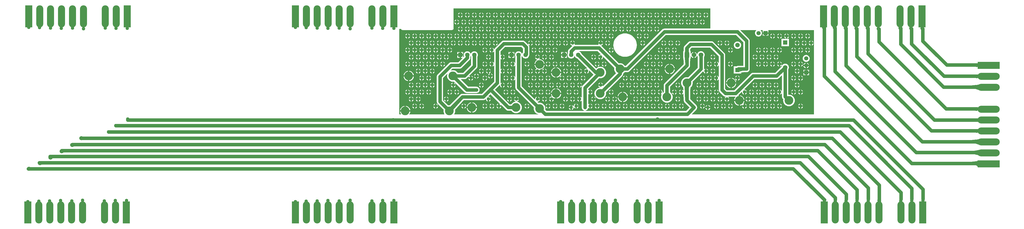
<source format=gtl>
G04 Layer_Physical_Order=1*
G04 Layer_Color=255*
%FSLAX25Y25*%
%MOIN*%
G70*
G01*
G75*
%ADD10O,0.10000X0.31500*%
%ADD11R,0.10000X0.31500*%
%ADD12O,0.31500X0.10000*%
%ADD13R,0.31500X0.10000*%
%ADD14C,0.05000*%
%ADD15C,0.06000*%
%ADD16C,0.12500*%
%ADD17R,0.06299X0.06299*%
%ADD18C,0.06299*%
%ADD19C,0.06496*%
%ADD20R,0.06496X0.06496*%
%ADD21C,0.05000*%
%ADD22C,0.05906*%
%ADD23R,0.05906X0.05906*%
%ADD24R,0.05906X0.05906*%
%ADD25C,0.06693*%
%ADD26R,0.06693X0.06693*%
G36*
X866768Y348232D02*
X852319Y332271D01*
X848308Y335981D01*
X863232Y351768D01*
X866768Y348232D01*
D02*
G37*
G36*
X951461Y419120D02*
Y413775D01*
X951327Y413673D01*
X950502Y412597D01*
X950250Y411989D01*
X949750D01*
X949498Y412597D01*
X948673Y413673D01*
X947597Y414498D01*
X946344Y415017D01*
X945000Y415194D01*
X943656Y415017D01*
X942403Y414498D01*
X941327Y413673D01*
X940502Y412597D01*
X939983Y411344D01*
X939806Y410000D01*
X939983Y408656D01*
X940461Y407501D01*
Y399042D01*
X939961Y398890D01*
X939496Y399496D01*
X938765Y400057D01*
X938000Y400374D01*
Y397000D01*
Y393626D01*
X938765Y393943D01*
X939496Y394504D01*
X939961Y395110D01*
X940461Y394958D01*
Y379042D01*
X939961Y378890D01*
X939496Y379496D01*
X938765Y380057D01*
X938000Y380374D01*
Y377000D01*
Y373626D01*
X938765Y373943D01*
X939496Y374504D01*
X939961Y375110D01*
X940461Y374958D01*
Y363504D01*
X940616Y362329D01*
X941069Y361234D01*
X941791Y360295D01*
X966891Y335194D01*
X966869Y335121D01*
X966710Y333504D01*
X966869Y331887D01*
X967341Y330331D01*
X968107Y328898D01*
X969138Y327642D01*
X970394Y326611D01*
X971828Y325845D01*
X972965Y325500D01*
X972891Y325000D01*
X853636D01*
X853445Y325500D01*
X854155Y326828D01*
X854627Y328383D01*
X854786Y330000D01*
X854627Y331617D01*
X854589Y331740D01*
X867010Y345461D01*
X894685D01*
X895860Y345616D01*
X896955Y346069D01*
X897894Y346791D01*
X897982Y346878D01*
X898510Y346698D01*
X898590Y346086D01*
X898943Y345235D01*
X899504Y344504D01*
X900235Y343943D01*
X901000Y343626D01*
Y347000D01*
X902000D01*
Y348000D01*
X905374D01*
X905057Y348765D01*
X904496Y349496D01*
X903765Y350057D01*
X902914Y350410D01*
X902302Y350490D01*
X902122Y351018D01*
X905000Y353896D01*
X918006Y340890D01*
X918000Y340879D01*
Y338000D01*
X920879D01*
X920890Y338006D01*
X927106Y331791D01*
X928045Y331069D01*
X929140Y330616D01*
X930315Y330461D01*
X934568D01*
X934603Y330394D01*
X935634Y329138D01*
X936890Y328107D01*
X938324Y327341D01*
X939879Y326869D01*
X941496Y326710D01*
X943113Y326869D01*
X944668Y327341D01*
X946102Y328107D01*
X947358Y329138D01*
X948389Y330394D01*
X949155Y331828D01*
X949627Y333383D01*
X949786Y335000D01*
X949627Y336617D01*
X949155Y338172D01*
X948389Y339606D01*
X947358Y340862D01*
X946102Y341893D01*
X944668Y342659D01*
X943113Y343131D01*
X943112Y343131D01*
X943036Y343641D01*
X943765Y343943D01*
X944496Y344504D01*
X945057Y345235D01*
X945374Y346000D01*
X938626D01*
X938943Y345235D01*
X939504Y344504D01*
X940235Y343943D01*
X940771Y343721D01*
X940695Y343211D01*
X939879Y343131D01*
X938324Y342659D01*
X936890Y341893D01*
X935634Y340862D01*
X934603Y339606D01*
X934568Y339539D01*
X932195D01*
X911419Y360315D01*
X917982Y366878D01*
X918266Y366840D01*
X918507Y366719D01*
X918590Y366086D01*
X918943Y365235D01*
X919504Y364504D01*
X920235Y363943D01*
X921000Y363626D01*
Y367000D01*
Y370374D01*
X920235Y370057D01*
X919832Y369748D01*
X919363Y370019D01*
X919381Y370158D01*
X919381Y370158D01*
Y383967D01*
X919881Y384214D01*
X920235Y383943D01*
X921000Y383626D01*
Y387000D01*
Y390374D01*
X920235Y390057D01*
X919881Y389786D01*
X919381Y390033D01*
Y403968D01*
X919881Y404214D01*
X920235Y403943D01*
X921000Y403626D01*
Y407000D01*
Y410374D01*
X920235Y410057D01*
X919881Y409786D01*
X919381Y410033D01*
Y414962D01*
X925880Y421461D01*
X949120D01*
X951461Y419120D01*
D02*
G37*
G36*
X1188111Y364386D02*
X1187982Y363736D01*
X1187869Y362715D01*
X1187688Y359557D01*
X1187500Y345158D01*
X1182500D01*
X1181746Y364664D01*
X1188254D01*
X1188111Y364386D01*
D02*
G37*
G36*
X1267736Y387500D02*
X1266311Y387478D01*
X1263911Y387305D01*
X1262936Y387153D01*
X1262111Y386958D01*
X1261436Y386719D01*
X1260911Y386437D01*
X1260536Y386112D01*
X1260311Y385743D01*
X1260236Y385331D01*
Y391803D01*
X1267736Y392500D01*
Y387500D01*
D02*
G37*
G36*
X877461Y407501D02*
Y395880D01*
X866120Y384539D01*
X858425D01*
X858389Y384606D01*
X857358Y385862D01*
X856102Y386893D01*
X854669Y387659D01*
X853113Y388131D01*
X851496Y388290D01*
X849879Y388131D01*
X848986Y387860D01*
X848721Y388302D01*
X850880Y390461D01*
X861000D01*
X862175Y390616D01*
X863269Y391069D01*
X864209Y391791D01*
X875209Y402791D01*
X875931Y403731D01*
X876384Y404825D01*
X876539Y406000D01*
Y407501D01*
X876750Y408011D01*
X877250D01*
X877461Y407501D01*
D02*
G37*
G36*
X1218364Y448091D02*
X1218379Y448016D01*
X1218062Y447629D01*
X1153091D01*
X1153091Y447629D01*
X1151916Y447475D01*
X1150821Y447021D01*
X1149881Y446300D01*
X1149881Y446300D01*
X1098120Y394539D01*
X1096496D01*
X1096460Y394606D01*
X1095429Y395862D01*
X1094173Y396893D01*
X1092739Y397659D01*
X1091184Y398131D01*
X1089567Y398290D01*
X1087950Y398131D01*
X1087877Y398109D01*
X1062902Y423084D01*
X1062907Y423314D01*
X1062961Y423517D01*
X1063036Y423641D01*
X1063765Y423943D01*
X1064496Y424504D01*
X1065057Y425235D01*
X1065374Y426000D01*
X1058626D01*
X1058943Y425235D01*
X1059133Y424987D01*
X1058912Y424539D01*
X1025153D01*
X1024931Y424879D01*
X1024900Y425030D01*
X1025057Y425235D01*
X1025374Y426000D01*
X1018626D01*
X1018943Y425235D01*
X1019504Y424504D01*
X1020235Y423943D01*
X1021086Y423590D01*
X1021420Y423546D01*
X1021599Y423018D01*
X1016791Y418209D01*
X1016069Y417269D01*
X1015616Y416175D01*
X1015461Y415000D01*
Y412499D01*
X1014983Y411344D01*
X1014806Y410000D01*
X1014983Y408656D01*
X1015502Y407403D01*
X1016327Y406327D01*
X1017403Y405502D01*
X1018656Y404983D01*
X1020000Y404806D01*
X1021344Y404983D01*
X1022597Y405502D01*
X1023673Y406327D01*
X1024498Y407403D01*
X1024750Y408011D01*
X1025250D01*
X1025502Y407403D01*
X1026327Y406327D01*
X1027403Y405502D01*
X1028557Y405024D01*
X1042630Y390952D01*
X1042396Y390478D01*
X1042000Y390530D01*
X1041086Y390410D01*
X1040235Y390057D01*
X1039504Y389496D01*
X1038943Y388765D01*
X1038626Y388000D01*
X1042000D01*
Y387000D01*
X1043000D01*
Y383626D01*
X1043765Y383943D01*
X1044496Y384504D01*
X1045057Y385235D01*
X1045410Y386086D01*
X1045530Y387000D01*
X1045478Y387396D01*
X1045952Y387630D01*
X1051791Y381791D01*
X1051795Y381718D01*
X1036476Y366398D01*
X1035754Y365458D01*
X1035301Y364364D01*
X1035146Y363189D01*
Y349470D01*
X1034646Y349301D01*
X1034496Y349496D01*
X1033765Y350057D01*
X1033000Y350374D01*
Y347000D01*
Y343626D01*
X1033765Y343943D01*
X1034496Y344504D01*
X1034646Y344699D01*
X1035146Y344530D01*
Y335000D01*
X1035301Y333825D01*
X1035754Y332731D01*
X1036476Y331791D01*
X1037416Y331069D01*
X1038510Y330616D01*
X1039095Y330539D01*
X1039062Y330039D01*
X984884D01*
X983109Y331814D01*
X983131Y331887D01*
X983290Y333504D01*
X983131Y335121D01*
X982659Y336676D01*
X981893Y338110D01*
X980862Y339366D01*
X979606Y340397D01*
X978172Y341163D01*
X976617Y341635D01*
X975000Y341794D01*
X973383Y341635D01*
X973310Y341613D01*
X971906Y343017D01*
X972141Y343488D01*
X972914Y343590D01*
X973765Y343943D01*
X974496Y344504D01*
X975057Y345235D01*
X975374Y346000D01*
X972000D01*
Y347000D01*
X971000D01*
Y350374D01*
X970235Y350057D01*
X969504Y349496D01*
X968943Y348765D01*
X968590Y347914D01*
X968488Y347142D01*
X968017Y346906D01*
X949539Y365384D01*
Y407501D01*
X949750Y408011D01*
X950250D01*
X950502Y407403D01*
X951327Y406327D01*
X952403Y405502D01*
X953656Y404983D01*
X955000Y404806D01*
X956344Y404983D01*
X957597Y405502D01*
X958673Y406327D01*
X959498Y407403D01*
X960017Y408656D01*
X960072Y409071D01*
X960384Y409825D01*
X960539Y411000D01*
Y421000D01*
X960539Y421000D01*
X960384Y422175D01*
X959931Y423269D01*
X959415Y423942D01*
X959771Y424298D01*
X960235Y423943D01*
X961000Y423626D01*
Y426000D01*
X958626D01*
X958943Y425235D01*
X959113Y425013D01*
X958736Y424682D01*
X954209Y429209D01*
X953269Y429931D01*
X952175Y430384D01*
X951000Y430539D01*
X924000D01*
X922825Y430384D01*
X921731Y429931D01*
X920791Y429209D01*
X911633Y420052D01*
X910912Y419112D01*
X910683Y418560D01*
X910142D01*
X910057Y418765D01*
X909496Y419496D01*
X908765Y420057D01*
X908000Y420374D01*
Y417000D01*
Y413626D01*
X908765Y413943D01*
X909496Y414504D01*
X909804Y414904D01*
X910304Y414735D01*
Y399265D01*
X909804Y399096D01*
X909496Y399496D01*
X908765Y400057D01*
X908000Y400374D01*
Y397000D01*
Y393626D01*
X908765Y393943D01*
X909496Y394504D01*
X909804Y394904D01*
X910304Y394735D01*
Y372038D01*
X901791Y363524D01*
X901791Y363524D01*
X892805Y354539D01*
X865000D01*
X863825Y354384D01*
X862731Y353931D01*
X861795Y353213D01*
X861790Y353210D01*
X861789Y353208D01*
X846837Y338256D01*
X846496Y338290D01*
X844879Y338131D01*
X844806Y338109D01*
X837539Y345376D01*
Y377120D01*
X843194Y382775D01*
X843636Y382510D01*
X843365Y381617D01*
X843206Y380000D01*
X843365Y378383D01*
X843837Y376828D01*
X844603Y375394D01*
X845634Y374138D01*
X846890Y373107D01*
X848324Y372341D01*
X849879Y371869D01*
X851496Y371710D01*
X853113Y371869D01*
X853186Y371891D01*
X868129Y356948D01*
X869069Y356227D01*
X870164Y355773D01*
X871339Y355619D01*
X885000D01*
X886175Y355773D01*
X887269Y356227D01*
X888209Y356948D01*
X888931Y357888D01*
X889384Y358983D01*
X889539Y360157D01*
X889384Y361332D01*
X888931Y362427D01*
X888209Y363367D01*
X887269Y364088D01*
X886175Y364542D01*
X885000Y364696D01*
X873219D01*
X862916Y374999D01*
X863107Y375461D01*
X868000D01*
X869175Y375616D01*
X870269Y376069D01*
X871209Y376791D01*
X873736Y379317D01*
X874113Y378987D01*
X873943Y378765D01*
X873626Y378000D01*
X876000D01*
Y380374D01*
X875235Y380057D01*
X875013Y379887D01*
X874683Y380264D01*
X885209Y390791D01*
X885931Y391731D01*
X886384Y392825D01*
X886539Y394000D01*
Y407501D01*
X887017Y408656D01*
X887194Y410000D01*
X887017Y411344D01*
X886498Y412597D01*
X885673Y413673D01*
X884597Y414498D01*
X883344Y415017D01*
X882000Y415194D01*
X880656Y415017D01*
X879403Y414498D01*
X878327Y413673D01*
X877502Y412597D01*
X877250Y411989D01*
X876750D01*
X876498Y412597D01*
X875673Y413673D01*
X874597Y414498D01*
X873344Y415017D01*
X872000Y415194D01*
X870656Y415017D01*
X869403Y414498D01*
X868327Y413673D01*
X867502Y412597D01*
X866983Y411344D01*
X866806Y410000D01*
X866983Y408656D01*
X867350Y407769D01*
X866611Y407030D01*
X866150Y407222D01*
Y409000D01*
X863000D01*
Y405850D01*
X864778D01*
X864970Y405388D01*
X859120Y399539D01*
X849000D01*
X849000Y399539D01*
X847825Y399384D01*
X846731Y398931D01*
X845791Y398209D01*
X829791Y382209D01*
X829069Y381269D01*
X828616Y380175D01*
X828461Y379000D01*
Y343496D01*
X828616Y342321D01*
X829069Y341227D01*
X829791Y340287D01*
X838387Y331690D01*
X838365Y331617D01*
X838206Y330000D01*
X838365Y328383D01*
X838837Y326828D01*
X839547Y325500D01*
X839356Y325000D01*
X789364D01*
X789150Y325452D01*
X789561Y325953D01*
X790235Y327212D01*
X790649Y328579D01*
X790691Y329000D01*
X783504D01*
X776317D01*
X776359Y328579D01*
X776773Y327212D01*
X777447Y325953D01*
X777857Y325452D01*
X777644Y325000D01*
X775000D01*
Y447000D01*
X777635D01*
X778111Y446288D01*
X778938Y445736D01*
X779913Y445542D01*
X849913D01*
X850398Y445638D01*
X850882Y445733D01*
X850885Y445735D01*
X850889Y445736D01*
X851299Y446010D01*
X851711Y446283D01*
X851713Y446286D01*
X851716Y446288D01*
X851990Y446699D01*
X852266Y447109D01*
X852266Y447112D01*
X852268Y447115D01*
X852365Y447600D01*
X852462Y448084D01*
X852539Y476451D01*
X1218364D01*
Y448091D01*
D02*
G37*
G36*
X1601978Y359342D02*
X1601184Y359790D01*
X1600339Y360191D01*
X1599444Y360544D01*
X1598499Y360851D01*
X1597504Y361110D01*
X1596459Y361323D01*
X1594219Y361606D01*
X1593023Y361676D01*
X1591778Y361700D01*
Y366700D01*
X1593046Y366719D01*
X1596617Y366997D01*
X1597729Y367165D01*
X1599836Y367611D01*
X1600831Y367889D01*
X1602704Y368559D01*
X1601978Y359342D01*
D02*
G37*
G36*
X1366106Y325106D02*
X1366000Y325000D01*
X1192230D01*
X1192038Y325462D01*
X1198367Y331791D01*
X1199088Y332731D01*
X1199542Y333825D01*
X1199696Y335000D01*
X1199619Y335587D01*
X1199542Y336175D01*
X1199088Y337269D01*
X1198367Y338209D01*
X1198367Y338210D01*
X1189564Y347013D01*
X1189727Y359486D01*
X1189902Y362544D01*
X1190000Y363426D01*
X1190001Y363431D01*
X1190862Y364138D01*
X1191893Y365394D01*
X1192659Y366828D01*
X1193131Y368383D01*
X1193290Y370000D01*
X1193131Y371617D01*
X1193109Y371690D01*
X1208018Y386599D01*
X1208546Y386420D01*
X1208590Y386086D01*
X1208943Y385235D01*
X1209504Y384504D01*
X1210235Y383943D01*
X1211000Y383626D01*
Y387000D01*
Y390374D01*
X1210235Y390057D01*
X1210030Y389900D01*
X1209879Y389931D01*
X1209539Y390153D01*
Y407133D01*
X1209670Y407304D01*
X1210209Y408604D01*
X1210393Y410000D01*
X1210209Y411396D01*
X1209670Y412696D01*
X1208813Y413813D01*
X1207696Y414670D01*
X1206396Y415209D01*
X1205000Y415393D01*
X1203604Y415209D01*
X1202304Y414670D01*
X1201187Y413813D01*
X1200330Y412696D01*
X1199791Y411396D01*
X1199748Y411067D01*
X1199244D01*
X1199235Y411135D01*
X1198797Y412192D01*
X1198100Y413100D01*
X1197192Y413797D01*
X1196135Y414235D01*
X1196000Y414252D01*
Y410000D01*
Y405748D01*
X1196135Y405765D01*
X1197192Y406203D01*
X1198100Y406900D01*
X1198797Y407808D01*
X1199235Y408865D01*
X1199244Y408933D01*
X1199748D01*
X1199791Y408604D01*
X1200330Y407304D01*
X1200461Y407133D01*
Y391880D01*
X1186690Y378109D01*
X1186617Y378131D01*
X1185000Y378290D01*
X1183383Y378131D01*
X1181828Y377659D01*
X1180394Y376893D01*
X1179138Y375862D01*
X1178107Y374606D01*
X1177341Y373172D01*
X1176869Y371617D01*
X1176710Y370000D01*
X1176869Y368383D01*
X1177341Y366828D01*
X1178107Y365394D01*
X1179138Y364138D01*
X1179745Y363640D01*
X1179896Y359727D01*
X1179402Y359569D01*
X1178765Y360057D01*
X1178000Y360374D01*
Y357000D01*
Y353626D01*
X1178765Y353943D01*
X1179496Y354504D01*
X1179593Y354630D01*
X1180099Y354469D01*
X1180462Y345079D01*
X1180483Y344993D01*
X1180616Y343983D01*
X1181069Y342888D01*
X1181791Y341948D01*
X1188739Y335000D01*
X1183777Y330039D01*
X1040308D01*
X1040275Y330539D01*
X1040860Y330616D01*
X1041955Y331069D01*
X1042894Y331791D01*
X1043616Y332731D01*
X1044069Y333825D01*
X1044124Y334238D01*
X1044648Y334393D01*
X1045235Y333943D01*
X1046000Y333626D01*
Y337000D01*
Y340374D01*
X1045235Y340057D01*
X1044724Y339665D01*
X1044224Y339912D01*
Y354088D01*
X1044724Y354335D01*
X1045235Y353943D01*
X1046000Y353626D01*
Y357000D01*
Y360374D01*
X1045235Y360057D01*
X1044724Y359665D01*
X1044224Y359912D01*
Y361309D01*
X1059806Y376891D01*
X1059879Y376869D01*
X1061496Y376710D01*
X1063113Y376869D01*
X1064668Y377341D01*
X1066102Y378107D01*
X1067358Y379138D01*
X1068389Y380394D01*
X1069155Y381828D01*
X1069627Y383383D01*
X1069786Y385000D01*
X1069627Y386617D01*
X1069155Y388172D01*
X1068389Y389606D01*
X1067358Y390862D01*
X1066102Y391893D01*
X1064668Y392659D01*
X1063113Y393131D01*
X1061496Y393290D01*
X1059879Y393131D01*
X1058324Y392659D01*
X1056890Y391893D01*
X1055634Y390862D01*
X1055561Y390858D01*
X1034976Y411443D01*
X1034498Y412597D01*
X1033673Y413673D01*
X1032597Y414498D01*
X1031479Y414961D01*
X1031579Y415461D01*
X1057687D01*
X1062191Y410957D01*
X1061921Y410520D01*
X1061086Y410410D01*
X1060235Y410057D01*
X1059504Y409496D01*
X1058943Y408765D01*
X1058626Y408000D01*
X1062000D01*
Y407000D01*
X1063000D01*
Y403626D01*
X1063765Y403943D01*
X1064496Y404504D01*
X1065057Y405235D01*
X1065410Y406086D01*
X1065520Y406921D01*
X1065957Y407191D01*
X1081458Y391690D01*
X1081436Y391617D01*
X1081277Y390000D01*
X1081436Y388383D01*
X1081908Y386828D01*
X1082674Y385394D01*
X1083705Y384138D01*
X1083729Y383652D01*
X1065801Y365724D01*
X1065388Y366000D01*
X1058626D01*
X1058943Y365235D01*
X1059504Y364504D01*
X1060235Y363943D01*
X1060771Y363721D01*
X1060695Y363211D01*
X1059879Y363131D01*
X1058324Y362659D01*
X1056890Y361893D01*
X1055634Y360862D01*
X1054603Y359606D01*
X1053837Y358172D01*
X1053365Y356617D01*
X1053206Y355000D01*
X1053365Y353383D01*
X1053837Y351828D01*
X1054603Y350394D01*
X1055634Y349138D01*
X1056890Y348107D01*
X1058324Y347341D01*
X1059879Y346869D01*
X1061496Y346710D01*
X1063113Y346869D01*
X1064668Y347341D01*
X1066102Y348107D01*
X1067358Y349138D01*
X1068389Y350394D01*
X1069155Y351828D01*
X1069627Y353383D01*
X1069786Y355000D01*
X1069627Y356617D01*
X1069605Y356690D01*
X1092776Y379861D01*
X1092776Y379861D01*
X1093498Y380802D01*
X1093951Y381896D01*
X1094106Y383071D01*
X1094106Y383071D01*
Y383071D01*
X1094173Y383107D01*
X1095429Y384138D01*
X1096460Y385394D01*
X1096496Y385461D01*
X1100000D01*
X1101175Y385616D01*
X1102269Y386069D01*
X1103209Y386791D01*
X1154971Y438552D01*
X1255029D01*
X1265461Y428120D01*
Y394539D01*
X1258433D01*
X1258433Y394539D01*
X1257258Y394384D01*
X1256164Y393931D01*
X1256013Y393815D01*
X1251752D01*
Y383319D01*
X1260099D01*
X1260236Y383292D01*
X1260373Y383319D01*
X1262248D01*
Y384840D01*
X1262263Y384849D01*
X1262687Y384999D01*
X1263328Y385150D01*
X1264142Y385277D01*
X1266400Y385440D01*
X1267767Y385461D01*
X1267768Y385461D01*
X1270000D01*
X1271175Y385616D01*
X1272269Y386069D01*
X1273209Y386791D01*
X1273931Y387731D01*
X1274384Y388825D01*
X1274539Y390000D01*
Y430000D01*
X1274384Y431175D01*
X1273931Y432269D01*
X1273209Y433209D01*
X1261339Y445080D01*
X1261531Y445542D01*
X1283636D01*
X1283797Y445068D01*
X1283468Y444816D01*
X1282674Y443781D01*
X1282175Y442576D01*
X1282005Y441284D01*
X1282175Y439991D01*
X1282674Y438786D01*
X1283468Y437751D01*
X1284502Y436957D01*
X1285707Y436458D01*
X1287000Y436288D01*
X1288293Y436458D01*
X1289498Y436957D01*
X1290532Y437751D01*
X1291326Y438786D01*
X1291825Y439991D01*
X1291996Y441284D01*
X1291825Y442576D01*
X1291326Y443781D01*
X1290532Y444816D01*
X1290203Y445068D01*
X1290364Y445542D01*
X1292674D01*
X1293047Y445236D01*
X1293047Y445042D01*
Y442283D01*
X1297000D01*
X1300953D01*
Y445042D01*
X1300953Y445236D01*
X1301326Y445542D01*
X1366106D01*
Y325106D01*
D02*
G37*
G36*
X1601978Y281342D02*
X1601184Y281790D01*
X1600339Y282191D01*
X1599444Y282544D01*
X1598499Y282851D01*
X1597504Y283110D01*
X1596459Y283323D01*
X1594219Y283606D01*
X1593023Y283676D01*
X1591778Y283700D01*
Y288700D01*
X1593046Y288719D01*
X1596617Y288997D01*
X1597729Y289165D01*
X1599836Y289611D01*
X1600831Y289890D01*
X1602704Y290559D01*
X1601978Y281342D01*
D02*
G37*
G36*
X1599274Y250200D02*
X1599198Y250675D01*
X1598973Y251100D01*
X1598597Y251475D01*
X1598071Y251800D01*
X1597394Y252075D01*
X1596568Y252300D01*
X1595592Y252475D01*
X1594465Y252600D01*
X1591762Y252700D01*
Y257700D01*
X1593187Y257719D01*
X1596562Y258002D01*
X1597387Y258172D01*
X1598062Y258380D01*
X1598587Y258625D01*
X1598962Y258908D01*
X1599187Y259229D01*
X1599262Y259588D01*
X1599274Y250200D01*
D02*
G37*
G36*
X1601978Y265742D02*
X1601159Y266209D01*
X1600303Y266627D01*
X1599412Y266996D01*
X1598485Y267315D01*
X1597523Y267585D01*
X1596525Y267807D01*
X1595492Y267979D01*
X1593319Y268175D01*
X1592179Y268200D01*
X1591786Y273200D01*
X1593096Y273218D01*
X1596736Y273481D01*
X1597852Y273640D01*
X1599938Y274062D01*
X1600909Y274325D01*
X1602704Y274958D01*
X1601978Y265742D01*
D02*
G37*
%LPC*%
G36*
X928000Y380374D02*
Y378000D01*
X930374D01*
X930057Y378765D01*
X929496Y379496D01*
X928765Y380057D01*
X928000Y380374D01*
D02*
G37*
G36*
X926000D02*
X925235Y380057D01*
X924504Y379496D01*
X923943Y378765D01*
X923626Y378000D01*
X926000D01*
Y380374D01*
D02*
G37*
G36*
X936000D02*
X935235Y380057D01*
X934504Y379496D01*
X933943Y378765D01*
X933626Y378000D01*
X936000D01*
Y380374D01*
D02*
G37*
G36*
Y376000D02*
X933626D01*
X933943Y375235D01*
X934504Y374504D01*
X935235Y373943D01*
X936000Y373626D01*
Y376000D01*
D02*
G37*
G36*
X923000Y370374D02*
Y368000D01*
X925374D01*
X925057Y368765D01*
X924496Y369496D01*
X923765Y370057D01*
X923000Y370374D01*
D02*
G37*
G36*
X933000D02*
Y368000D01*
X935374D01*
X935057Y368765D01*
X934496Y369496D01*
X933765Y370057D01*
X933000Y370374D01*
D02*
G37*
G36*
X931000D02*
X930235Y370057D01*
X929504Y369496D01*
X928943Y368765D01*
X928626Y368000D01*
X931000D01*
Y370374D01*
D02*
G37*
G36*
X930374Y376000D02*
X928000D01*
Y373626D01*
X928765Y373943D01*
X929496Y374504D01*
X930057Y375235D01*
X930374Y376000D01*
D02*
G37*
G36*
X926000D02*
X923626D01*
X923943Y375235D01*
X924504Y374504D01*
X925235Y373943D01*
X926000Y373626D01*
Y376000D01*
D02*
G37*
G36*
X936000Y400374D02*
X935235Y400057D01*
X934504Y399496D01*
X933943Y398765D01*
X933626Y398000D01*
X936000D01*
Y400374D01*
D02*
G37*
G36*
X928000D02*
Y398000D01*
X930374D01*
X930057Y398765D01*
X929496Y399496D01*
X928765Y400057D01*
X928000Y400374D01*
D02*
G37*
G36*
X926000D02*
X925235Y400057D01*
X924504Y399496D01*
X923943Y398765D01*
X923626Y398000D01*
X926000D01*
Y400374D01*
D02*
G37*
G36*
X935374Y386000D02*
X933000D01*
Y383626D01*
X933765Y383943D01*
X934496Y384504D01*
X935057Y385235D01*
X935374Y386000D01*
D02*
G37*
G36*
X931000D02*
X928626D01*
X928943Y385235D01*
X929504Y384504D01*
X930235Y383943D01*
X931000Y383626D01*
Y386000D01*
D02*
G37*
G36*
X925374D02*
X923000D01*
Y383626D01*
X923765Y383943D01*
X924496Y384504D01*
X925057Y385235D01*
X925374Y386000D01*
D02*
G37*
G36*
X923000Y390374D02*
Y388000D01*
X925374D01*
X925057Y388765D01*
X924496Y389496D01*
X923765Y390057D01*
X923000Y390374D01*
D02*
G37*
G36*
X936000Y396000D02*
X933626D01*
X933943Y395235D01*
X934504Y394504D01*
X935235Y393943D01*
X936000Y393626D01*
Y396000D01*
D02*
G37*
G36*
X930374D02*
X928000D01*
Y393626D01*
X928765Y393943D01*
X929496Y394504D01*
X930057Y395235D01*
X930374Y396000D01*
D02*
G37*
G36*
X926000D02*
X923626D01*
X923943Y395235D01*
X924504Y394504D01*
X925235Y393943D01*
X926000Y393626D01*
Y396000D01*
D02*
G37*
G36*
X933000Y390374D02*
Y388000D01*
X935374D01*
X935057Y388765D01*
X934496Y389496D01*
X933765Y390057D01*
X933000Y390374D01*
D02*
G37*
G36*
X931000D02*
X930235Y390057D01*
X929504Y389496D01*
X928943Y388765D01*
X928626Y388000D01*
X931000D01*
Y390374D01*
D02*
G37*
G36*
X935374Y346000D02*
X933000D01*
Y343626D01*
X933765Y343943D01*
X934496Y344504D01*
X935057Y345235D01*
X935374Y346000D01*
D02*
G37*
G36*
X931000D02*
X928626D01*
X928943Y345235D01*
X929504Y344504D01*
X930235Y343943D01*
X931000Y343626D01*
Y346000D01*
D02*
G37*
G36*
X905374D02*
X903000D01*
Y343626D01*
X903765Y343943D01*
X904496Y344504D01*
X905057Y345235D01*
X905374Y346000D01*
D02*
G37*
G36*
X885690Y334000D02*
X879504D01*
Y327813D01*
X879925Y327855D01*
X881292Y328270D01*
X882551Y328943D01*
X883655Y329849D01*
X884561Y330953D01*
X885235Y332212D01*
X885649Y333579D01*
X885690Y334000D01*
D02*
G37*
G36*
X877504D02*
X871317D01*
X871359Y333579D01*
X871773Y332212D01*
X872447Y330953D01*
X873353Y329849D01*
X874457Y328943D01*
X875716Y328270D01*
X877083Y327855D01*
X877504Y327813D01*
Y334000D01*
D02*
G37*
G36*
X960374Y336000D02*
X958000D01*
Y333626D01*
X958765Y333943D01*
X959496Y334504D01*
X960057Y335235D01*
X960374Y336000D01*
D02*
G37*
G36*
X956000D02*
X953626D01*
X953943Y335235D01*
X954504Y334504D01*
X955235Y333943D01*
X956000Y333626D01*
Y336000D01*
D02*
G37*
G36*
X920374D02*
X918000D01*
Y333626D01*
X918765Y333943D01*
X919496Y334504D01*
X920057Y335235D01*
X920374Y336000D01*
D02*
G37*
G36*
X916000D02*
X913626D01*
X913943Y335235D01*
X914504Y334504D01*
X915235Y333943D01*
X916000Y333626D01*
Y336000D01*
D02*
G37*
G36*
X896000D02*
X893626D01*
X893943Y335235D01*
X894504Y334504D01*
X895235Y333943D01*
X896000Y333626D01*
Y336000D01*
D02*
G37*
G36*
X870374D02*
X868000D01*
Y333626D01*
X868765Y333943D01*
X869496Y334504D01*
X870057Y335235D01*
X870374Y336000D01*
D02*
G37*
G36*
X866000D02*
X863626D01*
X863943Y335235D01*
X864504Y334504D01*
X865235Y333943D01*
X866000Y333626D01*
Y336000D01*
D02*
G37*
G36*
X910374D02*
X908000D01*
Y333626D01*
X908765Y333943D01*
X909496Y334504D01*
X910057Y335235D01*
X910374Y336000D01*
D02*
G37*
G36*
X906000D02*
X903626D01*
X903943Y335235D01*
X904504Y334504D01*
X905235Y333943D01*
X906000Y333626D01*
Y336000D01*
D02*
G37*
G36*
X900374D02*
X898000D01*
Y333626D01*
X898765Y333943D01*
X899496Y334504D01*
X900057Y335235D01*
X900374Y336000D01*
D02*
G37*
G36*
X868000Y340374D02*
Y338000D01*
X870374D01*
X870057Y338765D01*
X869496Y339496D01*
X868765Y340057D01*
X868000Y340374D01*
D02*
G37*
G36*
X866000D02*
X865235Y340057D01*
X864504Y339496D01*
X863943Y338765D01*
X863626Y338000D01*
X866000D01*
Y340374D01*
D02*
G37*
G36*
X879504Y342187D02*
Y336000D01*
X885690D01*
X885649Y336421D01*
X885235Y337788D01*
X884561Y339047D01*
X883655Y340151D01*
X882551Y341057D01*
X881292Y341730D01*
X879925Y342145D01*
X879504Y342187D01*
D02*
G37*
G36*
X958000Y340374D02*
Y338000D01*
X960374D01*
X960057Y338765D01*
X959496Y339496D01*
X958765Y340057D01*
X958000Y340374D01*
D02*
G37*
G36*
X906000D02*
X905235Y340057D01*
X904504Y339496D01*
X903943Y338765D01*
X903626Y338000D01*
X906000D01*
Y340374D01*
D02*
G37*
G36*
X898000D02*
Y338000D01*
X900374D01*
X900057Y338765D01*
X899496Y339496D01*
X898765Y340057D01*
X898000Y340374D01*
D02*
G37*
G36*
X896000D02*
X895235Y340057D01*
X894504Y339496D01*
X893943Y338765D01*
X893626Y338000D01*
X896000D01*
Y340374D01*
D02*
G37*
G36*
X956000D02*
X955235Y340057D01*
X954504Y339496D01*
X953943Y338765D01*
X953626Y338000D01*
X956000D01*
Y340374D01*
D02*
G37*
G36*
X916000D02*
X915235Y340057D01*
X914504Y339496D01*
X913943Y338765D01*
X913626Y338000D01*
X916000D01*
Y340374D01*
D02*
G37*
G36*
X908000D02*
Y338000D01*
X910374D01*
X910057Y338765D01*
X909496Y339496D01*
X908765Y340057D01*
X908000Y340374D01*
D02*
G37*
G36*
X877504Y342187D02*
X877083Y342145D01*
X875716Y341730D01*
X874457Y341057D01*
X873353Y340151D01*
X872447Y339047D01*
X871773Y337788D01*
X871359Y336421D01*
X871317Y336000D01*
X877504D01*
Y342187D01*
D02*
G37*
G36*
X938000Y360374D02*
Y358000D01*
X940374D01*
X940057Y358765D01*
X939496Y359496D01*
X938765Y360057D01*
X938000Y360374D01*
D02*
G37*
G36*
X936000D02*
X935235Y360057D01*
X934504Y359496D01*
X933943Y358765D01*
X933626Y358000D01*
X936000D01*
Y360374D01*
D02*
G37*
G36*
X928000D02*
Y358000D01*
X930374D01*
X930057Y358765D01*
X929496Y359496D01*
X928765Y360057D01*
X928000Y360374D01*
D02*
G37*
G36*
X926000D02*
X925235Y360057D01*
X924504Y359496D01*
X923943Y358765D01*
X923626Y358000D01*
X926000D01*
Y360374D01*
D02*
G37*
G36*
X935374Y366000D02*
X933000D01*
Y363626D01*
X933765Y363943D01*
X934496Y364504D01*
X935057Y365235D01*
X935374Y366000D01*
D02*
G37*
G36*
X931000D02*
X928626D01*
X928943Y365235D01*
X929504Y364504D01*
X930235Y363943D01*
X931000Y363626D01*
Y366000D01*
D02*
G37*
G36*
X925374D02*
X923000D01*
Y363626D01*
X923765Y363943D01*
X924496Y364504D01*
X925057Y365235D01*
X925374Y366000D01*
D02*
G37*
G36*
X943000Y350374D02*
Y348000D01*
X945374D01*
X945057Y348765D01*
X944496Y349496D01*
X943765Y350057D01*
X943000Y350374D01*
D02*
G37*
G36*
X941000D02*
X940235Y350057D01*
X939504Y349496D01*
X938943Y348765D01*
X938626Y348000D01*
X941000D01*
Y350374D01*
D02*
G37*
G36*
X933000D02*
Y348000D01*
X935374D01*
X935057Y348765D01*
X934496Y349496D01*
X933765Y350057D01*
X933000Y350374D01*
D02*
G37*
G36*
X931000D02*
X930235Y350057D01*
X929504Y349496D01*
X928943Y348765D01*
X928626Y348000D01*
X931000D01*
Y350374D01*
D02*
G37*
G36*
X936000Y356000D02*
X933626D01*
X933943Y355235D01*
X934504Y354504D01*
X935235Y353943D01*
X936000Y353626D01*
Y356000D01*
D02*
G37*
G36*
X930374D02*
X928000D01*
Y353626D01*
X928765Y353943D01*
X929496Y354504D01*
X930057Y355235D01*
X930374Y356000D01*
D02*
G37*
G36*
X926000D02*
X923626D01*
X923943Y355235D01*
X924504Y354504D01*
X925235Y353943D01*
X926000Y353626D01*
Y356000D01*
D02*
G37*
G36*
X940374D02*
X938000D01*
Y353626D01*
X938765Y353943D01*
X939496Y354504D01*
X940057Y355235D01*
X940374Y356000D01*
D02*
G37*
G36*
X939150Y409000D02*
X936000D01*
Y405850D01*
X939150D01*
Y409000D01*
D02*
G37*
G36*
X934000D02*
X930850D01*
Y405850D01*
X934000D01*
Y409000D01*
D02*
G37*
G36*
X923000Y410374D02*
Y408000D01*
X925374D01*
X925057Y408765D01*
X924496Y409496D01*
X923765Y410057D01*
X923000Y410374D01*
D02*
G37*
G36*
X925374Y406000D02*
X923000D01*
Y403626D01*
X923765Y403943D01*
X924496Y404504D01*
X925057Y405235D01*
X925374Y406000D01*
D02*
G37*
G36*
X934000Y414150D02*
X930850D01*
Y411000D01*
X934000D01*
Y414150D01*
D02*
G37*
G36*
X939150D02*
X936000D01*
Y411000D01*
X939150D01*
Y414150D01*
D02*
G37*
G36*
X808000Y380374D02*
Y378000D01*
X810374D01*
X810057Y378765D01*
X809496Y379496D01*
X808765Y380057D01*
X808000Y380374D01*
D02*
G37*
G36*
X806000D02*
X805235Y380057D01*
X804504Y379496D01*
X803943Y378765D01*
X803626Y378000D01*
X806000D01*
Y380374D01*
D02*
G37*
G36*
X1005690Y384000D02*
X999504D01*
Y377813D01*
X999925Y377855D01*
X1001292Y378270D01*
X1002551Y378943D01*
X1003655Y379849D01*
X1004561Y380953D01*
X1005235Y382212D01*
X1005649Y383579D01*
X1005690Y384000D01*
D02*
G37*
G36*
X816000Y380374D02*
X815235Y380057D01*
X814504Y379496D01*
X813943Y378765D01*
X813626Y378000D01*
X816000D01*
Y380374D01*
D02*
G37*
G36*
X896000D02*
X895235Y380057D01*
X894504Y379496D01*
X893943Y378765D01*
X893626Y378000D01*
X896000D01*
Y380374D01*
D02*
G37*
G36*
X878000D02*
Y378000D01*
X880374D01*
X880057Y378765D01*
X879496Y379496D01*
X878765Y380057D01*
X878000Y380374D01*
D02*
G37*
G36*
X818000D02*
Y378000D01*
X820374D01*
X820057Y378765D01*
X819496Y379496D01*
X818765Y380057D01*
X818000Y380374D01*
D02*
G37*
G36*
X888374Y378843D02*
X886000D01*
Y376468D01*
X886765Y376785D01*
X887496Y377346D01*
X888057Y378077D01*
X888374Y378843D01*
D02*
G37*
G36*
X884000D02*
X881626D01*
X881943Y378077D01*
X882504Y377346D01*
X883235Y376785D01*
X884000Y376468D01*
Y378843D01*
D02*
G37*
G36*
X997504Y384000D02*
X991317D01*
X991359Y383579D01*
X991773Y382212D01*
X992447Y380953D01*
X993353Y379849D01*
X994457Y378943D01*
X995716Y378270D01*
X997083Y377855D01*
X997504Y377813D01*
Y384000D01*
D02*
G37*
G36*
X908374Y379000D02*
X906000D01*
Y376626D01*
X906765Y376943D01*
X907496Y377504D01*
X908057Y378235D01*
X908374Y379000D01*
D02*
G37*
G36*
X904000D02*
X901626D01*
X901943Y378235D01*
X902504Y377504D01*
X903235Y376943D01*
X904000Y376626D01*
Y379000D01*
D02*
G37*
G36*
X1010374Y376000D02*
X1008000D01*
Y373626D01*
X1008765Y373943D01*
X1009496Y374504D01*
X1010057Y375235D01*
X1010374Y376000D01*
D02*
G37*
G36*
X1006000D02*
X1003626D01*
X1003943Y375235D01*
X1004504Y374504D01*
X1005235Y373943D01*
X1006000Y373626D01*
Y376000D01*
D02*
G37*
G36*
X990374D02*
X988000D01*
Y373626D01*
X988765Y373943D01*
X989496Y374504D01*
X990057Y375235D01*
X990374Y376000D01*
D02*
G37*
G36*
X1026000D02*
X1023626D01*
X1023943Y375235D01*
X1024504Y374504D01*
X1025235Y373943D01*
X1026000Y373626D01*
Y376000D01*
D02*
G37*
G36*
X1020374D02*
X1018000D01*
Y373626D01*
X1018765Y373943D01*
X1019496Y374504D01*
X1020057Y375235D01*
X1020374Y376000D01*
D02*
G37*
G36*
X1016000D02*
X1013626D01*
X1013943Y375235D01*
X1014504Y374504D01*
X1015235Y373943D01*
X1016000Y373626D01*
Y376000D01*
D02*
G37*
G36*
X986000D02*
X983626D01*
X983943Y375235D01*
X984504Y374504D01*
X985235Y373943D01*
X986000Y373626D01*
Y376000D01*
D02*
G37*
G36*
X966000D02*
X963626D01*
X963943Y375235D01*
X964504Y374504D01*
X965235Y373943D01*
X966000Y373626D01*
Y376000D01*
D02*
G37*
G36*
X960374D02*
X958000D01*
Y373626D01*
X958765Y373943D01*
X959496Y374504D01*
X960057Y375235D01*
X960374Y376000D01*
D02*
G37*
G36*
X956000D02*
X953626D01*
X953943Y375235D01*
X954504Y374504D01*
X955235Y373943D01*
X956000Y373626D01*
Y376000D01*
D02*
G37*
G36*
X980374D02*
X978000D01*
Y373626D01*
X978765Y373943D01*
X979496Y374504D01*
X980057Y375235D01*
X980374Y376000D01*
D02*
G37*
G36*
X976000D02*
X973626D01*
X973943Y375235D01*
X974504Y374504D01*
X975235Y373943D01*
X976000Y373626D01*
Y376000D01*
D02*
G37*
G36*
X970374D02*
X968000D01*
Y373626D01*
X968765Y373943D01*
X969496Y374504D01*
X970057Y375235D01*
X970374Y376000D01*
D02*
G37*
G36*
X1030374D02*
X1028000D01*
Y373626D01*
X1028765Y373943D01*
X1029496Y374504D01*
X1030057Y375235D01*
X1030374Y376000D01*
D02*
G37*
G36*
X1040374D02*
X1038000D01*
Y373626D01*
X1038765Y373943D01*
X1039496Y374504D01*
X1040057Y375235D01*
X1040374Y376000D01*
D02*
G37*
G36*
X1036000D02*
X1033626D01*
X1033943Y375235D01*
X1034504Y374504D01*
X1035235Y373943D01*
X1036000Y373626D01*
Y376000D01*
D02*
G37*
G36*
X789504Y387187D02*
Y381000D01*
X795690D01*
X795649Y381421D01*
X795234Y382788D01*
X794561Y384047D01*
X793655Y385151D01*
X792551Y386057D01*
X791292Y386731D01*
X789925Y387145D01*
X789504Y387187D01*
D02*
G37*
G36*
X906000Y383374D02*
Y381000D01*
X908374D01*
X908057Y381765D01*
X907496Y382496D01*
X906765Y383057D01*
X906000Y383374D01*
D02*
G37*
G36*
X904000D02*
X903235Y383057D01*
X902504Y382496D01*
X901943Y381765D01*
X901626Y381000D01*
X904000D01*
Y383374D01*
D02*
G37*
G36*
X787504Y387187D02*
X787083Y387145D01*
X785716Y386731D01*
X784457Y386057D01*
X783353Y385151D01*
X782447Y384047D01*
X781773Y382788D01*
X781359Y381421D01*
X781317Y381000D01*
X787504D01*
Y387187D01*
D02*
G37*
G36*
X886000Y383217D02*
Y380843D01*
X888374D01*
X888057Y381608D01*
X887496Y382339D01*
X886765Y382900D01*
X886000Y383217D01*
D02*
G37*
G36*
X884000Y383217D02*
X883235Y382900D01*
X882504Y382339D01*
X881943Y381608D01*
X881626Y380843D01*
X884000D01*
Y383217D01*
D02*
G37*
G36*
X978000Y380374D02*
Y378000D01*
X980374D01*
X980057Y378765D01*
X979496Y379496D01*
X978765Y380057D01*
X978000Y380374D01*
D02*
G37*
G36*
X976000D02*
X975235Y380057D01*
X974504Y379496D01*
X973943Y378765D01*
X973626Y378000D01*
X976000D01*
Y380374D01*
D02*
G37*
G36*
X968000D02*
Y378000D01*
X970374D01*
X970057Y378765D01*
X969496Y379496D01*
X968765Y380057D01*
X968000Y380374D01*
D02*
G37*
G36*
X1006000D02*
X1005235Y380057D01*
X1004504Y379496D01*
X1003943Y378765D01*
X1003626Y378000D01*
X1006000D01*
Y380374D01*
D02*
G37*
G36*
X988000D02*
Y378000D01*
X990374D01*
X990057Y378765D01*
X989496Y379496D01*
X988765Y380057D01*
X988000Y380374D01*
D02*
G37*
G36*
X986000D02*
X985235Y380057D01*
X984504Y379496D01*
X983943Y378765D01*
X983626Y378000D01*
X986000D01*
Y380374D01*
D02*
G37*
G36*
X966000D02*
X965235Y380057D01*
X964504Y379496D01*
X963943Y378765D01*
X963626Y378000D01*
X966000D01*
Y380374D01*
D02*
G37*
G36*
X898000D02*
Y378000D01*
X900374D01*
X900057Y378765D01*
X899496Y379496D01*
X898765Y380057D01*
X898000Y380374D01*
D02*
G37*
G36*
X958000D02*
Y378000D01*
X960374D01*
X960057Y378765D01*
X959496Y379496D01*
X958765Y380057D01*
X958000Y380374D01*
D02*
G37*
G36*
X956000D02*
X955235Y380057D01*
X954504Y379496D01*
X953943Y378765D01*
X953626Y378000D01*
X956000D01*
Y380374D01*
D02*
G37*
G36*
X1038000D02*
Y378000D01*
X1040374D01*
X1040057Y378765D01*
X1039496Y379496D01*
X1038765Y380057D01*
X1038000Y380374D01*
D02*
G37*
G36*
X1018000D02*
Y378000D01*
X1020374D01*
X1020057Y378765D01*
X1019496Y379496D01*
X1018765Y380057D01*
X1018000Y380374D01*
D02*
G37*
G36*
X1016000D02*
X1015235Y380057D01*
X1014504Y379496D01*
X1013943Y378765D01*
X1013626Y378000D01*
X1016000D01*
Y380374D01*
D02*
G37*
G36*
X1008000D02*
Y378000D01*
X1010374D01*
X1010057Y378765D01*
X1009496Y379496D01*
X1008765Y380057D01*
X1008000Y380374D01*
D02*
G37*
G36*
X1036000D02*
X1035235Y380057D01*
X1034504Y379496D01*
X1033943Y378765D01*
X1033626Y378000D01*
X1036000D01*
Y380374D01*
D02*
G37*
G36*
X1028000D02*
Y378000D01*
X1030374D01*
X1030057Y378765D01*
X1029496Y379496D01*
X1028765Y380057D01*
X1028000Y380374D01*
D02*
G37*
G36*
X1026000D02*
X1025235Y380057D01*
X1024504Y379496D01*
X1023943Y378765D01*
X1023626Y378000D01*
X1026000D01*
Y380374D01*
D02*
G37*
G36*
X821000Y370374D02*
X820235Y370057D01*
X819504Y369496D01*
X818943Y368765D01*
X818626Y368000D01*
X821000D01*
Y370374D01*
D02*
G37*
G36*
X813000D02*
Y368000D01*
X815374D01*
X815057Y368765D01*
X814496Y369496D01*
X813765Y370057D01*
X813000Y370374D01*
D02*
G37*
G36*
X811000D02*
X810235Y370057D01*
X809504Y369496D01*
X808943Y368765D01*
X808626Y368000D01*
X811000D01*
Y370374D01*
D02*
G37*
G36*
X853000D02*
Y368000D01*
X855374D01*
X855057Y368765D01*
X854496Y369496D01*
X853765Y370057D01*
X853000Y370374D01*
D02*
G37*
G36*
X851000D02*
X850235Y370057D01*
X849504Y369496D01*
X848943Y368765D01*
X848626Y368000D01*
X851000D01*
Y370374D01*
D02*
G37*
G36*
X823000D02*
Y368000D01*
X825374D01*
X825057Y368765D01*
X824496Y369496D01*
X823765Y370057D01*
X823000Y370374D01*
D02*
G37*
G36*
X803000D02*
Y368000D01*
X805374D01*
X805057Y368765D01*
X804496Y369496D01*
X803765Y370057D01*
X803000Y370374D01*
D02*
G37*
G36*
X801000D02*
X800235Y370057D01*
X799504Y369496D01*
X798943Y368765D01*
X798626Y368000D01*
X801000D01*
Y370374D01*
D02*
G37*
G36*
X793000D02*
Y368000D01*
X795374D01*
X795057Y368765D01*
X794496Y369496D01*
X793765Y370057D01*
X793000Y370374D01*
D02*
G37*
G36*
X791000D02*
X790235Y370057D01*
X789504Y369496D01*
X788943Y368765D01*
X788626Y368000D01*
X791000D01*
Y370374D01*
D02*
G37*
G36*
X981000D02*
X980235Y370057D01*
X979504Y369496D01*
X978943Y368765D01*
X978626Y368000D01*
X981000D01*
Y370374D01*
D02*
G37*
G36*
X973000D02*
Y368000D01*
X975374D01*
X975057Y368765D01*
X974496Y369496D01*
X973765Y370057D01*
X973000Y370374D01*
D02*
G37*
G36*
X971000D02*
X970235Y370057D01*
X969504Y369496D01*
X968943Y368765D01*
X968626Y368000D01*
X971000D01*
Y370374D01*
D02*
G37*
G36*
X993000D02*
Y368000D01*
X995374D01*
X995057Y368765D01*
X994496Y369496D01*
X993765Y370057D01*
X993000Y370374D01*
D02*
G37*
G36*
X991000D02*
X990235Y370057D01*
X989504Y369496D01*
X988943Y368765D01*
X988626Y368000D01*
X991000D01*
Y370374D01*
D02*
G37*
G36*
X983000D02*
Y368000D01*
X985374D01*
X985057Y368765D01*
X984496Y369496D01*
X983765Y370057D01*
X983000Y370374D01*
D02*
G37*
G36*
X963000D02*
Y368000D01*
X965374D01*
X965057Y368765D01*
X964496Y369496D01*
X963765Y370057D01*
X963000Y370374D01*
D02*
G37*
G36*
X893000D02*
Y368000D01*
X895374D01*
X895057Y368765D01*
X894496Y369496D01*
X893765Y370057D01*
X893000Y370374D01*
D02*
G37*
G36*
X891000D02*
X890235Y370057D01*
X889504Y369496D01*
X888943Y368765D01*
X888626Y368000D01*
X891000D01*
Y370374D01*
D02*
G37*
G36*
X961000D02*
X960235Y370057D01*
X959504Y369496D01*
X958943Y368765D01*
X958626Y368000D01*
X961000D01*
Y370374D01*
D02*
G37*
G36*
X1001000D02*
X1000235Y370057D01*
X999504Y369496D01*
X998943Y368765D01*
X998626Y368000D01*
X1001000D01*
Y370374D01*
D02*
G37*
G36*
X896000Y376000D02*
X893626D01*
X893943Y375235D01*
X894504Y374504D01*
X895235Y373943D01*
X896000Y373626D01*
Y376000D01*
D02*
G37*
G36*
X880374D02*
X878000D01*
Y373626D01*
X878765Y373943D01*
X879496Y374504D01*
X880057Y375235D01*
X880374Y376000D01*
D02*
G37*
G36*
X876000D02*
X873626D01*
X873943Y375235D01*
X874504Y374504D01*
X875235Y373943D01*
X876000Y373626D01*
Y376000D01*
D02*
G37*
G36*
X900374D02*
X898000D01*
Y373626D01*
X898765Y373943D01*
X899496Y374504D01*
X900057Y375235D01*
X900374Y376000D01*
D02*
G37*
G36*
X820374D02*
X818000D01*
Y373626D01*
X818765Y373943D01*
X819496Y374504D01*
X820057Y375235D01*
X820374Y376000D01*
D02*
G37*
G36*
X795690Y379000D02*
X789504D01*
Y372813D01*
X789925Y372855D01*
X791292Y373270D01*
X792551Y373943D01*
X793655Y374849D01*
X794561Y375953D01*
X795234Y377212D01*
X795649Y378579D01*
X795690Y379000D01*
D02*
G37*
G36*
X787504D02*
X781317D01*
X781359Y378579D01*
X781773Y377212D01*
X782447Y375953D01*
X783353Y374849D01*
X784457Y373943D01*
X785716Y373270D01*
X787083Y372855D01*
X787504Y372813D01*
Y379000D01*
D02*
G37*
G36*
X816000Y376000D02*
X813626D01*
X813943Y375235D01*
X814504Y374504D01*
X815235Y373943D01*
X816000Y373626D01*
Y376000D01*
D02*
G37*
G36*
X810374D02*
X808000D01*
Y373626D01*
X808765Y373943D01*
X809496Y374504D01*
X810057Y375235D01*
X810374Y376000D01*
D02*
G37*
G36*
X806000D02*
X803626D01*
X803943Y375235D01*
X804504Y374504D01*
X805235Y373943D01*
X806000Y373626D01*
Y376000D01*
D02*
G37*
G36*
X1033000Y370374D02*
Y368000D01*
X1035374D01*
X1035057Y368765D01*
X1034496Y369496D01*
X1033765Y370057D01*
X1033000Y370374D01*
D02*
G37*
G36*
X1013000D02*
Y368000D01*
X1015374D01*
X1015057Y368765D01*
X1014496Y369496D01*
X1013765Y370057D01*
X1013000Y370374D01*
D02*
G37*
G36*
X1011000D02*
X1010235Y370057D01*
X1009504Y369496D01*
X1008943Y368765D01*
X1008626Y368000D01*
X1011000D01*
Y370374D01*
D02*
G37*
G36*
X1003000D02*
Y368000D01*
X1005374D01*
X1005057Y368765D01*
X1004496Y369496D01*
X1003765Y370057D01*
X1003000Y370374D01*
D02*
G37*
G36*
X1031000D02*
X1030235Y370057D01*
X1029504Y369496D01*
X1028943Y368765D01*
X1028626Y368000D01*
X1031000D01*
Y370374D01*
D02*
G37*
G36*
X1023000D02*
Y368000D01*
X1025374D01*
X1025057Y368765D01*
X1024496Y369496D01*
X1023765Y370057D01*
X1023000Y370374D01*
D02*
G37*
G36*
X1021000D02*
X1020235Y370057D01*
X1019504Y369496D01*
X1018943Y368765D01*
X1018626Y368000D01*
X1021000D01*
Y370374D01*
D02*
G37*
G36*
X788000Y400374D02*
Y398000D01*
X790374D01*
X790057Y398765D01*
X789496Y399496D01*
X788765Y400057D01*
X788000Y400374D01*
D02*
G37*
G36*
X786000D02*
X785235Y400057D01*
X784504Y399496D01*
X783943Y398765D01*
X783626Y398000D01*
X786000D01*
Y400374D01*
D02*
G37*
G36*
X975374Y406000D02*
X968626D01*
X968943Y405235D01*
X969504Y404504D01*
X970235Y403943D01*
X971086Y403590D01*
X971684Y403511D01*
X971778Y402995D01*
X970953Y402553D01*
X969849Y401647D01*
X968943Y400543D01*
X968270Y399284D01*
X967855Y397917D01*
X967813Y397496D01*
X975000D01*
X982187D01*
X982145Y397917D01*
X981730Y399284D01*
X981057Y400543D01*
X980151Y401647D01*
X979047Y402553D01*
X977788Y403227D01*
X976421Y403641D01*
X975000Y403781D01*
X974284Y403711D01*
X974093Y404194D01*
X974496Y404504D01*
X975057Y405235D01*
X975374Y406000D01*
D02*
G37*
G36*
X806000Y400374D02*
X805235Y400057D01*
X804504Y399496D01*
X803943Y398765D01*
X803626Y398000D01*
X806000D01*
Y400374D01*
D02*
G37*
G36*
X798000D02*
Y398000D01*
X800374D01*
X800057Y398765D01*
X799496Y399496D01*
X798765Y400057D01*
X798000Y400374D01*
D02*
G37*
G36*
X796000D02*
X795235Y400057D01*
X794504Y399496D01*
X793943Y398765D01*
X793626Y398000D01*
X796000D01*
Y400374D01*
D02*
G37*
G36*
X906000D02*
X905235Y400057D01*
X904504Y399496D01*
X903943Y398765D01*
X903626Y398000D01*
X906000D01*
Y400374D01*
D02*
G37*
G36*
X898000D02*
Y398000D01*
X900374D01*
X900057Y398765D01*
X899496Y399496D01*
X898765Y400057D01*
X898000Y400374D01*
D02*
G37*
G36*
X896000D02*
X895235Y400057D01*
X894504Y399496D01*
X893943Y398765D01*
X893626Y398000D01*
X896000D01*
Y400374D01*
D02*
G37*
G36*
X838000D02*
Y398000D01*
X840374D01*
X840057Y398765D01*
X839496Y399496D01*
X838765Y400057D01*
X838000Y400374D01*
D02*
G37*
G36*
X818000D02*
Y398000D01*
X820374D01*
X820057Y398765D01*
X819496Y399496D01*
X818765Y400057D01*
X818000Y400374D01*
D02*
G37*
G36*
X816000D02*
X815235Y400057D01*
X814504Y399496D01*
X813943Y398765D01*
X813626Y398000D01*
X816000D01*
Y400374D01*
D02*
G37*
G36*
X808000D02*
Y398000D01*
X810374D01*
X810057Y398765D01*
X809496Y399496D01*
X808765Y400057D01*
X808000Y400374D01*
D02*
G37*
G36*
X836000D02*
X835235Y400057D01*
X834504Y399496D01*
X833943Y398765D01*
X833626Y398000D01*
X836000D01*
Y400374D01*
D02*
G37*
G36*
X828000D02*
Y398000D01*
X830374D01*
X830057Y398765D01*
X829496Y399496D01*
X828765Y400057D01*
X828000Y400374D01*
D02*
G37*
G36*
X826000D02*
X825235Y400057D01*
X824504Y399496D01*
X823943Y398765D01*
X823626Y398000D01*
X826000D01*
Y400374D01*
D02*
G37*
G36*
X1016000Y396000D02*
X1013626D01*
X1013943Y395235D01*
X1014504Y394504D01*
X1015235Y393943D01*
X1016000Y393626D01*
Y396000D01*
D02*
G37*
G36*
X1010374D02*
X1008000D01*
Y393626D01*
X1008765Y393943D01*
X1009496Y394504D01*
X1010057Y395235D01*
X1010374Y396000D01*
D02*
G37*
G36*
X1006000D02*
X1003626D01*
X1003943Y395235D01*
X1004504Y394504D01*
X1005235Y393943D01*
X1006000Y393626D01*
Y396000D01*
D02*
G37*
G36*
X1030374D02*
X1028000D01*
Y393626D01*
X1028765Y393943D01*
X1029496Y394504D01*
X1030057Y395235D01*
X1030374Y396000D01*
D02*
G37*
G36*
X1026000D02*
X1023626D01*
X1023943Y395235D01*
X1024504Y394504D01*
X1025235Y393943D01*
X1026000Y393626D01*
Y396000D01*
D02*
G37*
G36*
X1020374D02*
X1018000D01*
Y393626D01*
X1018765Y393943D01*
X1019496Y394504D01*
X1020057Y395235D01*
X1020374Y396000D01*
D02*
G37*
G36*
X956000Y400374D02*
X955235Y400057D01*
X954504Y399496D01*
X953943Y398765D01*
X953626Y398000D01*
X956000D01*
Y400374D01*
D02*
G37*
G36*
X835374Y406000D02*
X833000D01*
Y403626D01*
X833765Y403943D01*
X834496Y404504D01*
X835057Y405235D01*
X835374Y406000D01*
D02*
G37*
G36*
X831000D02*
X828626D01*
X828943Y405235D01*
X829504Y404504D01*
X830235Y403943D01*
X831000Y403626D01*
Y406000D01*
D02*
G37*
G36*
X825374D02*
X823000D01*
Y403626D01*
X823765Y403943D01*
X824496Y404504D01*
X825057Y405235D01*
X825374Y406000D01*
D02*
G37*
G36*
X901000D02*
X898626D01*
X898943Y405235D01*
X899504Y404504D01*
X900235Y403943D01*
X901000Y403626D01*
Y406000D01*
D02*
G37*
G36*
X845374D02*
X843000D01*
Y403626D01*
X843765Y403943D01*
X844496Y404504D01*
X845057Y405235D01*
X845374Y406000D01*
D02*
G37*
G36*
X841000D02*
X838626D01*
X838943Y405235D01*
X839504Y404504D01*
X840235Y403943D01*
X841000Y403626D01*
Y406000D01*
D02*
G37*
G36*
X821000D02*
X818626D01*
X818943Y405235D01*
X819504Y404504D01*
X820235Y403943D01*
X821000Y403626D01*
Y406000D01*
D02*
G37*
G36*
X801000D02*
X798626D01*
X798943Y405235D01*
X799504Y404504D01*
X800235Y403943D01*
X801000Y403626D01*
Y406000D01*
D02*
G37*
G36*
X795374D02*
X793000D01*
Y403626D01*
X793765Y403943D01*
X794496Y404504D01*
X795057Y405235D01*
X795374Y406000D01*
D02*
G37*
G36*
X791000D02*
X788626D01*
X788943Y405235D01*
X789504Y404504D01*
X790235Y403943D01*
X791000Y403626D01*
Y406000D01*
D02*
G37*
G36*
X815374D02*
X813000D01*
Y403626D01*
X813765Y403943D01*
X814496Y404504D01*
X815057Y405235D01*
X815374Y406000D01*
D02*
G37*
G36*
X811000D02*
X808626D01*
X808943Y405235D01*
X809504Y404504D01*
X810235Y403943D01*
X811000Y403626D01*
Y406000D01*
D02*
G37*
G36*
X805374D02*
X803000D01*
Y403626D01*
X803765Y403943D01*
X804496Y404504D01*
X805057Y405235D01*
X805374Y406000D01*
D02*
G37*
G36*
X1026000Y400374D02*
X1025235Y400057D01*
X1024504Y399496D01*
X1023943Y398765D01*
X1023626Y398000D01*
X1026000D01*
Y400374D01*
D02*
G37*
G36*
X1018000D02*
Y398000D01*
X1020374D01*
X1020057Y398765D01*
X1019496Y399496D01*
X1018765Y400057D01*
X1018000Y400374D01*
D02*
G37*
G36*
X1016000D02*
X1015235Y400057D01*
X1014504Y399496D01*
X1013943Y398765D01*
X1013626Y398000D01*
X1016000D01*
Y400374D01*
D02*
G37*
G36*
X1028000D02*
Y398000D01*
X1030374D01*
X1030057Y398765D01*
X1029496Y399496D01*
X1028765Y400057D01*
X1028000Y400374D01*
D02*
G37*
G36*
X1008000D02*
Y398000D01*
X1010374D01*
X1010057Y398765D01*
X1009496Y399496D01*
X1008765Y400057D01*
X1008000Y400374D01*
D02*
G37*
G36*
X988000D02*
Y398000D01*
X990374D01*
X990057Y398765D01*
X989496Y399496D01*
X988765Y400057D01*
X988000Y400374D01*
D02*
G37*
G36*
X986000D02*
X985235Y400057D01*
X984504Y399496D01*
X983943Y398765D01*
X983626Y398000D01*
X986000D01*
Y400374D01*
D02*
G37*
G36*
X958000D02*
Y398000D01*
X960374D01*
X960057Y398765D01*
X959496Y399496D01*
X958765Y400057D01*
X958000Y400374D01*
D02*
G37*
G36*
X1006000D02*
X1005235Y400057D01*
X1004504Y399496D01*
X1003943Y398765D01*
X1003626Y398000D01*
X1006000D01*
Y400374D01*
D02*
G37*
G36*
X998000D02*
Y398000D01*
X1000374D01*
X1000057Y398765D01*
X999496Y399496D01*
X998765Y400057D01*
X998000Y400374D01*
D02*
G37*
G36*
X996000D02*
X995235Y400057D01*
X994504Y399496D01*
X993943Y398765D01*
X993626Y398000D01*
X996000D01*
Y400374D01*
D02*
G37*
G36*
X1000374Y396000D02*
X998000D01*
Y393626D01*
X998765Y393943D01*
X999496Y394504D01*
X1000057Y395235D01*
X1000374Y396000D01*
D02*
G37*
G36*
X891000Y390374D02*
X890235Y390057D01*
X889504Y389496D01*
X888943Y388765D01*
X888626Y388000D01*
X891000D01*
Y390374D01*
D02*
G37*
G36*
X823000D02*
Y388000D01*
X825374D01*
X825057Y388765D01*
X824496Y389496D01*
X823765Y390057D01*
X823000Y390374D01*
D02*
G37*
G36*
X821000D02*
X820235Y390057D01*
X819504Y389496D01*
X818943Y388765D01*
X818626Y388000D01*
X821000D01*
Y390374D01*
D02*
G37*
G36*
X903000D02*
Y388000D01*
X905374D01*
X905057Y388765D01*
X904496Y389496D01*
X903765Y390057D01*
X903000Y390374D01*
D02*
G37*
G36*
X901000D02*
X900235Y390057D01*
X899504Y389496D01*
X898943Y388765D01*
X898626Y388000D01*
X901000D01*
Y390374D01*
D02*
G37*
G36*
X893000D02*
Y388000D01*
X895374D01*
X895057Y388765D01*
X894496Y389496D01*
X893765Y390057D01*
X893000Y390374D01*
D02*
G37*
G36*
X813000D02*
Y388000D01*
X815374D01*
X815057Y388765D01*
X814496Y389496D01*
X813765Y390057D01*
X813000Y390374D01*
D02*
G37*
G36*
X999504Y392187D02*
Y386000D01*
X1005690D01*
X1005649Y386421D01*
X1005235Y387788D01*
X1004561Y389047D01*
X1003655Y390151D01*
X1002551Y391057D01*
X1001292Y391730D01*
X999925Y392145D01*
X999504Y392187D01*
D02*
G37*
G36*
X997504D02*
X997083Y392145D01*
X995716Y391730D01*
X994457Y391057D01*
X993353Y390151D01*
X992447Y389047D01*
X991773Y387788D01*
X991359Y386421D01*
X991317Y386000D01*
X997504D01*
Y392187D01*
D02*
G37*
G36*
X811000Y390374D02*
X810235Y390057D01*
X809504Y389496D01*
X808943Y388765D01*
X808626Y388000D01*
X811000D01*
Y390374D01*
D02*
G37*
G36*
X803000D02*
Y388000D01*
X805374D01*
X805057Y388765D01*
X804496Y389496D01*
X803765Y390057D01*
X803000Y390374D01*
D02*
G37*
G36*
X801000D02*
X800235Y390057D01*
X799504Y389496D01*
X798943Y388765D01*
X798626Y388000D01*
X801000D01*
Y390374D01*
D02*
G37*
G36*
X905374Y386000D02*
X903000D01*
Y383626D01*
X903765Y383943D01*
X904496Y384504D01*
X905057Y385235D01*
X905374Y386000D01*
D02*
G37*
G36*
X901000D02*
X898626D01*
X898943Y385235D01*
X899504Y384504D01*
X900235Y383943D01*
X901000Y383626D01*
Y386000D01*
D02*
G37*
G36*
X895374D02*
X893000D01*
Y383626D01*
X893765Y383943D01*
X894496Y384504D01*
X895057Y385235D01*
X895374Y386000D01*
D02*
G37*
G36*
X891000D02*
X888626D01*
X888943Y385235D01*
X889504Y384504D01*
X890235Y383943D01*
X891000Y383626D01*
Y386000D01*
D02*
G37*
G36*
X811000D02*
X808626D01*
X808943Y385235D01*
X809504Y384504D01*
X810235Y383943D01*
X811000Y383626D01*
Y386000D01*
D02*
G37*
G36*
X805374D02*
X803000D01*
Y383626D01*
X803765Y383943D01*
X804496Y384504D01*
X805057Y385235D01*
X805374Y386000D01*
D02*
G37*
G36*
X801000D02*
X798626D01*
X798943Y385235D01*
X799504Y384504D01*
X800235Y383943D01*
X801000Y383626D01*
Y386000D01*
D02*
G37*
G36*
X825374D02*
X823000D01*
Y383626D01*
X823765Y383943D01*
X824496Y384504D01*
X825057Y385235D01*
X825374Y386000D01*
D02*
G37*
G36*
X821000D02*
X818626D01*
X818943Y385235D01*
X819504Y384504D01*
X820235Y383943D01*
X821000Y383626D01*
Y386000D01*
D02*
G37*
G36*
X815374D02*
X813000D01*
Y383626D01*
X813765Y383943D01*
X814496Y384504D01*
X815057Y385235D01*
X815374Y386000D01*
D02*
G37*
G36*
X1025374D02*
X1023000D01*
Y383626D01*
X1023765Y383943D01*
X1024496Y384504D01*
X1025057Y385235D01*
X1025374Y386000D01*
D02*
G37*
G36*
X1021000D02*
X1018626D01*
X1018943Y385235D01*
X1019504Y384504D01*
X1020235Y383943D01*
X1021000Y383626D01*
Y386000D01*
D02*
G37*
G36*
X1015374D02*
X1013000D01*
Y383626D01*
X1013765Y383943D01*
X1014496Y384504D01*
X1015057Y385235D01*
X1015374Y386000D01*
D02*
G37*
G36*
X1041000D02*
X1038626D01*
X1038943Y385235D01*
X1039504Y384504D01*
X1040235Y383943D01*
X1041000Y383626D01*
Y386000D01*
D02*
G37*
G36*
X1035374D02*
X1033000D01*
Y383626D01*
X1033765Y383943D01*
X1034496Y384504D01*
X1035057Y385235D01*
X1035374Y386000D01*
D02*
G37*
G36*
X1031000D02*
X1028626D01*
X1028943Y385235D01*
X1029504Y384504D01*
X1030235Y383943D01*
X1031000Y383626D01*
Y386000D01*
D02*
G37*
G36*
X1011000D02*
X1008626D01*
X1008943Y385235D01*
X1009504Y384504D01*
X1010235Y383943D01*
X1011000Y383626D01*
Y386000D01*
D02*
G37*
G36*
X971000D02*
X968626D01*
X968943Y385235D01*
X969504Y384504D01*
X970235Y383943D01*
X971000Y383626D01*
Y386000D01*
D02*
G37*
G36*
X965374D02*
X963000D01*
Y383626D01*
X963765Y383943D01*
X964496Y384504D01*
X965057Y385235D01*
X965374Y386000D01*
D02*
G37*
G36*
X961000D02*
X958626D01*
X958943Y385235D01*
X959504Y384504D01*
X960235Y383943D01*
X961000Y383626D01*
Y386000D01*
D02*
G37*
G36*
X985374D02*
X983000D01*
Y383626D01*
X983765Y383943D01*
X984496Y384504D01*
X985057Y385235D01*
X985374Y386000D01*
D02*
G37*
G36*
X981000D02*
X978626D01*
X978943Y385235D01*
X979504Y384504D01*
X980235Y383943D01*
X981000Y383626D01*
Y386000D01*
D02*
G37*
G36*
X975374D02*
X973000D01*
Y383626D01*
X973765Y383943D01*
X974496Y384504D01*
X975057Y385235D01*
X975374Y386000D01*
D02*
G37*
G36*
X816000Y396000D02*
X813626D01*
X813943Y395235D01*
X814504Y394504D01*
X815235Y393943D01*
X816000Y393626D01*
Y396000D01*
D02*
G37*
G36*
X810374D02*
X808000D01*
Y393626D01*
X808765Y393943D01*
X809496Y394504D01*
X810057Y395235D01*
X810374Y396000D01*
D02*
G37*
G36*
X806000D02*
X803626D01*
X803943Y395235D01*
X804504Y394504D01*
X805235Y393943D01*
X806000Y393626D01*
Y396000D01*
D02*
G37*
G36*
X830374D02*
X828000D01*
Y393626D01*
X828765Y393943D01*
X829496Y394504D01*
X830057Y395235D01*
X830374Y396000D01*
D02*
G37*
G36*
X826000D02*
X823626D01*
X823943Y395235D01*
X824504Y394504D01*
X825235Y393943D01*
X826000Y393626D01*
Y396000D01*
D02*
G37*
G36*
X820374D02*
X818000D01*
Y393626D01*
X818765Y393943D01*
X819496Y394504D01*
X820057Y395235D01*
X820374Y396000D01*
D02*
G37*
G36*
X800374D02*
X798000D01*
Y393626D01*
X798765Y393943D01*
X799496Y394504D01*
X800057Y395235D01*
X800374Y396000D01*
D02*
G37*
G36*
X796000D02*
X793626D01*
X793943Y395235D01*
X794504Y394504D01*
X795235Y393943D01*
X796000Y393626D01*
Y396000D01*
D02*
G37*
G36*
X790374D02*
X788000D01*
Y393626D01*
X788765Y393943D01*
X789496Y394504D01*
X790057Y395235D01*
X790374Y396000D01*
D02*
G37*
G36*
X786000D02*
X783626D01*
X783943Y395235D01*
X784504Y394504D01*
X785235Y393943D01*
X786000Y393626D01*
Y396000D01*
D02*
G37*
G36*
X960374D02*
X958000D01*
Y393626D01*
X958765Y393943D01*
X959496Y394504D01*
X960057Y395235D01*
X960374Y396000D01*
D02*
G37*
G36*
X956000D02*
X953626D01*
X953943Y395235D01*
X954504Y394504D01*
X955235Y393943D01*
X956000Y393626D01*
Y396000D01*
D02*
G37*
G36*
X996000D02*
X993626D01*
X993943Y395235D01*
X994504Y394504D01*
X995235Y393943D01*
X996000Y393626D01*
Y396000D01*
D02*
G37*
G36*
X990374D02*
X988000D01*
Y393626D01*
X988765Y393943D01*
X989496Y394504D01*
X990057Y395235D01*
X990374Y396000D01*
D02*
G37*
G36*
X986000D02*
X983626D01*
X983943Y395235D01*
X984504Y394504D01*
X985235Y393943D01*
X986000Y393626D01*
Y396000D01*
D02*
G37*
G36*
X896000D02*
X893626D01*
X893943Y395235D01*
X894504Y394504D01*
X895235Y393943D01*
X896000Y393626D01*
Y396000D01*
D02*
G37*
G36*
X840374D02*
X838000D01*
Y393626D01*
X838765Y393943D01*
X839496Y394504D01*
X840057Y395235D01*
X840374Y396000D01*
D02*
G37*
G36*
X836000D02*
X833626D01*
X833943Y395235D01*
X834504Y394504D01*
X835235Y393943D01*
X836000Y393626D01*
Y396000D01*
D02*
G37*
G36*
X906000D02*
X903626D01*
X903943Y395235D01*
X904504Y394504D01*
X905235Y393943D01*
X906000Y393626D01*
Y396000D01*
D02*
G37*
G36*
X900374D02*
X898000D01*
Y393626D01*
X898765Y393943D01*
X899496Y394504D01*
X900057Y395235D01*
X900374Y396000D01*
D02*
G37*
G36*
X1021000Y390374D02*
X1020235Y390057D01*
X1019504Y389496D01*
X1018943Y388765D01*
X1018626Y388000D01*
X1021000D01*
Y390374D01*
D02*
G37*
G36*
X1013000D02*
Y388000D01*
X1015374D01*
X1015057Y388765D01*
X1014496Y389496D01*
X1013765Y390057D01*
X1013000Y390374D01*
D02*
G37*
G36*
X1011000D02*
X1010235Y390057D01*
X1009504Y389496D01*
X1008943Y388765D01*
X1008626Y388000D01*
X1011000D01*
Y390374D01*
D02*
G37*
G36*
X1033000D02*
Y388000D01*
X1035374D01*
X1035057Y388765D01*
X1034496Y389496D01*
X1033765Y390057D01*
X1033000Y390374D01*
D02*
G37*
G36*
X1031000D02*
X1030235Y390057D01*
X1029504Y389496D01*
X1028943Y388765D01*
X1028626Y388000D01*
X1031000D01*
Y390374D01*
D02*
G37*
G36*
X1023000D02*
Y388000D01*
X1025374D01*
X1025057Y388765D01*
X1024496Y389496D01*
X1023765Y390057D01*
X1023000Y390374D01*
D02*
G37*
G36*
X983000D02*
Y388000D01*
X985374D01*
X985057Y388765D01*
X984496Y389496D01*
X983765Y390057D01*
X983000Y390374D01*
D02*
G37*
G36*
X961000D02*
X960235Y390057D01*
X959504Y389496D01*
X958943Y388765D01*
X958626Y388000D01*
X961000D01*
Y390374D01*
D02*
G37*
G36*
X981000D02*
X980235Y390057D01*
X979504Y389496D01*
X978943Y388765D01*
X978626Y388000D01*
X981000D01*
Y390374D01*
D02*
G37*
G36*
X982187Y395496D02*
X975000D01*
X967813D01*
X967855Y395075D01*
X968270Y393708D01*
X968943Y392449D01*
X969849Y391345D01*
X970583Y390742D01*
X970497Y390166D01*
X970235Y390057D01*
X969504Y389496D01*
X968943Y388765D01*
X968626Y388000D01*
X975374D01*
X975078Y388716D01*
X975098Y388839D01*
X975321Y389243D01*
X976421Y389351D01*
X977788Y389766D01*
X979047Y390439D01*
X980151Y391345D01*
X981057Y392449D01*
X981730Y393708D01*
X982145Y395075D01*
X982187Y395496D01*
D02*
G37*
G36*
X963000Y390374D02*
Y388000D01*
X965374D01*
X965057Y388765D01*
X964496Y389496D01*
X963765Y390057D01*
X963000Y390374D01*
D02*
G37*
G36*
X795374Y346000D02*
X793000D01*
Y343626D01*
X793765Y343943D01*
X794496Y344504D01*
X795057Y345235D01*
X795374Y346000D01*
D02*
G37*
G36*
X791000D02*
X788626D01*
X788943Y345235D01*
X789504Y344504D01*
X790235Y343943D01*
X791000Y343626D01*
Y346000D01*
D02*
G37*
G36*
X801000D02*
X798626D01*
X798943Y345235D01*
X799504Y344504D01*
X800235Y343943D01*
X801000Y343626D01*
Y346000D01*
D02*
G37*
G36*
X1005690Y354000D02*
X999504D01*
Y347813D01*
X999925Y347855D01*
X1001292Y348270D01*
X1002551Y348943D01*
X1003655Y349849D01*
X1004561Y350953D01*
X1005235Y352212D01*
X1005649Y353579D01*
X1005690Y354000D01*
D02*
G37*
G36*
X995374Y346000D02*
X993000D01*
Y343626D01*
X993765Y343943D01*
X994496Y344504D01*
X995057Y345235D01*
X995374Y346000D01*
D02*
G37*
G36*
X991000D02*
X988626D01*
X988943Y345235D01*
X989504Y344504D01*
X990235Y343943D01*
X991000Y343626D01*
Y346000D01*
D02*
G37*
G36*
X985374D02*
X983000D01*
Y343626D01*
X983765Y343943D01*
X984496Y344504D01*
X985057Y345235D01*
X985374Y346000D01*
D02*
G37*
G36*
X1021000D02*
X1018626D01*
X1018943Y345235D01*
X1019504Y344504D01*
X1020235Y343943D01*
X1021000Y343626D01*
Y346000D01*
D02*
G37*
G36*
X1015374D02*
X1013000D01*
Y343626D01*
X1013765Y343943D01*
X1014496Y344504D01*
X1015057Y345235D01*
X1015374Y346000D01*
D02*
G37*
G36*
X1011000D02*
X1008626D01*
X1008943Y345235D01*
X1009504Y344504D01*
X1010235Y343943D01*
X1011000Y343626D01*
Y346000D01*
D02*
G37*
G36*
X981000D02*
X978626D01*
X978943Y345235D01*
X979504Y344504D01*
X980235Y343943D01*
X981000Y343626D01*
Y346000D01*
D02*
G37*
G36*
X845374D02*
X843000D01*
Y343626D01*
X843765Y343943D01*
X844496Y344504D01*
X845057Y345235D01*
X845374Y346000D01*
D02*
G37*
G36*
X841000D02*
X838626D01*
X838943Y345235D01*
X839504Y344504D01*
X840235Y343943D01*
X841000Y343626D01*
Y346000D01*
D02*
G37*
G36*
X805374D02*
X803000D01*
Y343626D01*
X803765Y343943D01*
X804496Y344504D01*
X805057Y345235D01*
X805374Y346000D01*
D02*
G37*
G36*
X1031000D02*
X1028626D01*
X1028943Y345235D01*
X1029504Y344504D01*
X1030235Y343943D01*
X1031000Y343626D01*
Y346000D01*
D02*
G37*
G36*
X1025374D02*
X1023000D01*
Y343626D01*
X1023765Y343943D01*
X1024496Y344504D01*
X1025057Y345235D01*
X1025374Y346000D01*
D02*
G37*
G36*
X1028000Y340374D02*
Y338000D01*
X1030374D01*
X1030057Y338765D01*
X1029496Y339496D01*
X1028765Y340057D01*
X1028000Y340374D01*
D02*
G37*
G36*
X1030374Y336000D02*
X1028000D01*
Y333626D01*
X1028765Y333943D01*
X1029496Y334504D01*
X1030057Y335235D01*
X1030374Y336000D01*
D02*
G37*
G36*
X1010374D02*
X1008000D01*
Y333626D01*
X1008765Y333943D01*
X1009496Y334504D01*
X1010057Y335235D01*
X1010374Y336000D01*
D02*
G37*
G36*
X1006000D02*
X1003626D01*
X1003943Y335235D01*
X1004504Y334504D01*
X1005235Y333943D01*
X1006000Y333626D01*
Y336000D01*
D02*
G37*
G36*
X1000374D02*
X998000D01*
Y333626D01*
X998765Y333943D01*
X999496Y334504D01*
X1000057Y335235D01*
X1000374Y336000D01*
D02*
G37*
G36*
X806000D02*
X803626D01*
X803943Y335235D01*
X804504Y334504D01*
X805235Y333943D01*
X806000Y333626D01*
Y336000D01*
D02*
G37*
G36*
X800374D02*
X798000D01*
Y333626D01*
X798765Y333943D01*
X799496Y334504D01*
X800057Y335235D01*
X800374Y336000D01*
D02*
G37*
G36*
X796000D02*
X793626D01*
X793943Y335235D01*
X794504Y334504D01*
X795235Y333943D01*
X796000Y333626D01*
Y336000D01*
D02*
G37*
G36*
X830374D02*
X828000D01*
Y333626D01*
X828765Y333943D01*
X829496Y334504D01*
X830057Y335235D01*
X830374Y336000D01*
D02*
G37*
G36*
X826000D02*
X823626D01*
X823943Y335235D01*
X824504Y334504D01*
X825235Y333943D01*
X826000Y333626D01*
Y336000D01*
D02*
G37*
G36*
X810374D02*
X808000D01*
Y333626D01*
X808765Y333943D01*
X809496Y334504D01*
X810057Y335235D01*
X810374Y336000D01*
D02*
G37*
G36*
X782504Y337187D02*
X782083Y337145D01*
X780716Y336731D01*
X779457Y336057D01*
X778353Y335151D01*
X777447Y334047D01*
X776773Y332788D01*
X776359Y331421D01*
X776317Y331000D01*
X782504D01*
Y337187D01*
D02*
G37*
G36*
X1019000Y334000D02*
X1016626D01*
X1016943Y333235D01*
X1017504Y332504D01*
X1018235Y331943D01*
X1019000Y331626D01*
Y334000D01*
D02*
G37*
G36*
X784504Y337187D02*
Y331000D01*
X790691D01*
X790649Y331421D01*
X790235Y332788D01*
X789561Y334047D01*
X788655Y335151D01*
X787551Y336057D01*
X786292Y336731D01*
X784925Y337145D01*
X784504Y337187D01*
D02*
G37*
G36*
X996000Y336000D02*
X993626D01*
X993943Y335235D01*
X994504Y334504D01*
X995235Y333943D01*
X996000Y333626D01*
Y336000D01*
D02*
G37*
G36*
X990374D02*
X988000D01*
Y333626D01*
X988765Y333943D01*
X989496Y334504D01*
X990057Y335235D01*
X990374Y336000D01*
D02*
G37*
G36*
X986000D02*
X983626D01*
X983943Y335235D01*
X984504Y334504D01*
X985235Y333943D01*
X986000Y333626D01*
Y336000D01*
D02*
G37*
G36*
X826000Y340374D02*
X825235Y340057D01*
X824504Y339496D01*
X823943Y338765D01*
X823626Y338000D01*
X826000D01*
Y340374D01*
D02*
G37*
G36*
X808000D02*
Y338000D01*
X810374D01*
X810057Y338765D01*
X809496Y339496D01*
X808765Y340057D01*
X808000Y340374D01*
D02*
G37*
G36*
X806000D02*
X805235Y340057D01*
X804504Y339496D01*
X803943Y338765D01*
X803626Y338000D01*
X806000D01*
Y340374D01*
D02*
G37*
G36*
X828000D02*
Y338000D01*
X830374D01*
X830057Y338765D01*
X829496Y339496D01*
X828765Y340057D01*
X828000Y340374D01*
D02*
G37*
G36*
X798000D02*
Y338000D01*
X800374D01*
X800057Y338765D01*
X799496Y339496D01*
X798765Y340057D01*
X798000Y340374D01*
D02*
G37*
G36*
X1019000Y338374D02*
X1018235Y338057D01*
X1017504Y337496D01*
X1016943Y336765D01*
X1016626Y336000D01*
X1019000D01*
Y338374D01*
D02*
G37*
G36*
X796000Y340374D02*
X795235Y340057D01*
X794504Y339496D01*
X793943Y338765D01*
X793626Y338000D01*
X796000D01*
Y340374D01*
D02*
G37*
G36*
X1026000D02*
X1025235Y340057D01*
X1024504Y339496D01*
X1023943Y338765D01*
X1023590Y337914D01*
X1023471Y337007D01*
X1023447Y336994D01*
X1022984Y336861D01*
X1022496Y337496D01*
X1021765Y338057D01*
X1021000Y338374D01*
Y335000D01*
Y331626D01*
X1021765Y331943D01*
X1022496Y332504D01*
X1023057Y333235D01*
X1023410Y334086D01*
X1023529Y334993D01*
X1023553Y335006D01*
X1024016Y335139D01*
X1024504Y334504D01*
X1025235Y333943D01*
X1026000Y333626D01*
Y337000D01*
Y340374D01*
D02*
G37*
G36*
X996000D02*
X995235Y340057D01*
X994504Y339496D01*
X993943Y338765D01*
X993626Y338000D01*
X996000D01*
Y340374D01*
D02*
G37*
G36*
X988000D02*
Y338000D01*
X990374D01*
X990057Y338765D01*
X989496Y339496D01*
X988765Y340057D01*
X988000Y340374D01*
D02*
G37*
G36*
X986000D02*
X985235Y340057D01*
X984504Y339496D01*
X983943Y338765D01*
X983626Y338000D01*
X986000D01*
Y340374D01*
D02*
G37*
G36*
X1008000D02*
Y338000D01*
X1010374D01*
X1010057Y338765D01*
X1009496Y339496D01*
X1008765Y340057D01*
X1008000Y340374D01*
D02*
G37*
G36*
X1006000D02*
X1005235Y340057D01*
X1004504Y339496D01*
X1003943Y338765D01*
X1003626Y338000D01*
X1006000D01*
Y340374D01*
D02*
G37*
G36*
X998000D02*
Y338000D01*
X1000374D01*
X1000057Y338765D01*
X999496Y339496D01*
X998765Y340057D01*
X998000Y340374D01*
D02*
G37*
G36*
X1026000Y360374D02*
X1025235Y360057D01*
X1024504Y359496D01*
X1023943Y358765D01*
X1023626Y358000D01*
X1026000D01*
Y360374D01*
D02*
G37*
G36*
X1018000D02*
Y358000D01*
X1020374D01*
X1020057Y358765D01*
X1019496Y359496D01*
X1018765Y360057D01*
X1018000Y360374D01*
D02*
G37*
G36*
X1016000D02*
X1015235Y360057D01*
X1014504Y359496D01*
X1013943Y358765D01*
X1013626Y358000D01*
X1016000D01*
Y360374D01*
D02*
G37*
G36*
X1028000D02*
Y358000D01*
X1030374D01*
X1030057Y358765D01*
X1029496Y359496D01*
X1028765Y360057D01*
X1028000Y360374D01*
D02*
G37*
G36*
X988000D02*
Y358000D01*
X990374D01*
X990057Y358765D01*
X989496Y359496D01*
X988765Y360057D01*
X988000Y360374D01*
D02*
G37*
G36*
X968000D02*
Y358000D01*
X970374D01*
X970057Y358765D01*
X969496Y359496D01*
X968765Y360057D01*
X968000Y360374D01*
D02*
G37*
G36*
X966000D02*
X965235Y360057D01*
X964504Y359496D01*
X963943Y358765D01*
X963626Y358000D01*
X966000D01*
Y360374D01*
D02*
G37*
G36*
X986000D02*
X985235Y360057D01*
X984504Y359496D01*
X983943Y358765D01*
X983626Y358000D01*
X986000D01*
Y360374D01*
D02*
G37*
G36*
X978000D02*
Y358000D01*
X980374D01*
X980057Y358765D01*
X979496Y359496D01*
X978765Y360057D01*
X978000Y360374D01*
D02*
G37*
G36*
X976000D02*
X975235Y360057D01*
X974504Y359496D01*
X973943Y358765D01*
X973626Y358000D01*
X976000D01*
Y360374D01*
D02*
G37*
G36*
X786000D02*
X785235Y360057D01*
X784504Y359496D01*
X783943Y358765D01*
X783626Y358000D01*
X786000D01*
Y360374D01*
D02*
G37*
G36*
X999504Y362187D02*
Y356000D01*
X1005690D01*
X1005649Y356421D01*
X1005235Y357788D01*
X1004561Y359047D01*
X1003655Y360151D01*
X1002551Y361057D01*
X1001292Y361731D01*
X999925Y362145D01*
X999504Y362187D01*
D02*
G37*
G36*
X997504D02*
X997083Y362145D01*
X995716Y361731D01*
X994457Y361057D01*
X993353Y360151D01*
X992447Y359047D01*
X991773Y357788D01*
X991359Y356421D01*
X991317Y356000D01*
X997504D01*
Y362187D01*
D02*
G37*
G36*
X856000Y360374D02*
X855235Y360057D01*
X854504Y359496D01*
X853943Y358765D01*
X853626Y358000D01*
X856000D01*
Y360374D01*
D02*
G37*
G36*
X848000D02*
Y358000D01*
X850374D01*
X850057Y358765D01*
X849496Y359496D01*
X848765Y360057D01*
X848000Y360374D01*
D02*
G37*
G36*
X846000D02*
X845235Y360057D01*
X844504Y359496D01*
X843943Y358765D01*
X843626Y358000D01*
X846000D01*
Y360374D01*
D02*
G37*
G36*
X858000D02*
Y358000D01*
X860374D01*
X860057Y358765D01*
X859496Y359496D01*
X858765Y360057D01*
X858000Y360374D01*
D02*
G37*
G36*
X818000D02*
Y358000D01*
X820374D01*
X820057Y358765D01*
X819496Y359496D01*
X818765Y360057D01*
X818000Y360374D01*
D02*
G37*
G36*
X798000D02*
Y358000D01*
X800374D01*
X800057Y358765D01*
X799496Y359496D01*
X798765Y360057D01*
X798000Y360374D01*
D02*
G37*
G36*
X796000D02*
X795235Y360057D01*
X794504Y359496D01*
X793943Y358765D01*
X793626Y358000D01*
X796000D01*
Y360374D01*
D02*
G37*
G36*
X788000D02*
Y358000D01*
X790374D01*
X790057Y358765D01*
X789496Y359496D01*
X788765Y360057D01*
X788000Y360374D01*
D02*
G37*
G36*
X816000D02*
X815235Y360057D01*
X814504Y359496D01*
X813943Y358765D01*
X813626Y358000D01*
X816000D01*
Y360374D01*
D02*
G37*
G36*
X808000D02*
Y358000D01*
X810374D01*
X810057Y358765D01*
X809496Y359496D01*
X808765Y360057D01*
X808000Y360374D01*
D02*
G37*
G36*
X806000D02*
X805235Y360057D01*
X804504Y359496D01*
X803943Y358765D01*
X803626Y358000D01*
X806000D01*
Y360374D01*
D02*
G37*
G36*
X971000Y366000D02*
X968626D01*
X968943Y365235D01*
X969504Y364504D01*
X970235Y363943D01*
X971000Y363626D01*
Y366000D01*
D02*
G37*
G36*
X965374D02*
X963000D01*
Y363626D01*
X963765Y363943D01*
X964496Y364504D01*
X965057Y365235D01*
X965374Y366000D01*
D02*
G37*
G36*
X961000D02*
X958626D01*
X958943Y365235D01*
X959504Y364504D01*
X960235Y363943D01*
X961000Y363626D01*
Y366000D01*
D02*
G37*
G36*
X895374D02*
X893000D01*
Y363626D01*
X893765Y363943D01*
X894496Y364504D01*
X895057Y365235D01*
X895374Y366000D01*
D02*
G37*
G36*
X825374D02*
X823000D01*
Y363626D01*
X823765Y363943D01*
X824496Y364504D01*
X825057Y365235D01*
X825374Y366000D01*
D02*
G37*
G36*
X821000D02*
X818626D01*
X818943Y365235D01*
X819504Y364504D01*
X820235Y363943D01*
X821000Y363626D01*
Y366000D01*
D02*
G37*
G36*
X815374D02*
X813000D01*
Y363626D01*
X813765Y363943D01*
X814496Y364504D01*
X815057Y365235D01*
X815374Y366000D01*
D02*
G37*
G36*
X891000D02*
X888626D01*
X888943Y365235D01*
X889504Y364504D01*
X890235Y363943D01*
X891000Y363626D01*
Y366000D01*
D02*
G37*
G36*
X855374D02*
X853000D01*
Y363626D01*
X853765Y363943D01*
X854496Y364504D01*
X855057Y365235D01*
X855374Y366000D01*
D02*
G37*
G36*
X851000D02*
X848626D01*
X848943Y365235D01*
X849504Y364504D01*
X850235Y363943D01*
X851000Y363626D01*
Y366000D01*
D02*
G37*
G36*
X1021000D02*
X1018626D01*
X1018943Y365235D01*
X1019504Y364504D01*
X1020235Y363943D01*
X1021000Y363626D01*
Y366000D01*
D02*
G37*
G36*
X1015374D02*
X1013000D01*
Y363626D01*
X1013765Y363943D01*
X1014496Y364504D01*
X1015057Y365235D01*
X1015374Y366000D01*
D02*
G37*
G36*
X1011000D02*
X1008626D01*
X1008943Y365235D01*
X1009504Y364504D01*
X1010235Y363943D01*
X1011000Y363626D01*
Y366000D01*
D02*
G37*
G36*
X1035374D02*
X1033000D01*
Y363626D01*
X1033765Y363943D01*
X1034496Y364504D01*
X1035057Y365235D01*
X1035374Y366000D01*
D02*
G37*
G36*
X1031000D02*
X1028626D01*
X1028943Y365235D01*
X1029504Y364504D01*
X1030235Y363943D01*
X1031000Y363626D01*
Y366000D01*
D02*
G37*
G36*
X1025374D02*
X1023000D01*
Y363626D01*
X1023765Y363943D01*
X1024496Y364504D01*
X1025057Y365235D01*
X1025374Y366000D01*
D02*
G37*
G36*
X1005374D02*
X1003000D01*
Y363626D01*
X1003765Y363943D01*
X1004496Y364504D01*
X1005057Y365235D01*
X1005374Y366000D01*
D02*
G37*
G36*
X985374D02*
X983000D01*
Y363626D01*
X983765Y363943D01*
X984496Y364504D01*
X985057Y365235D01*
X985374Y366000D01*
D02*
G37*
G36*
X981000D02*
X978626D01*
X978943Y365235D01*
X979504Y364504D01*
X980235Y363943D01*
X981000Y363626D01*
Y366000D01*
D02*
G37*
G36*
X975374D02*
X973000D01*
Y363626D01*
X973765Y363943D01*
X974496Y364504D01*
X975057Y365235D01*
X975374Y366000D01*
D02*
G37*
G36*
X1001000D02*
X998626D01*
X998943Y365235D01*
X999504Y364504D01*
X1000235Y363943D01*
X1001000Y363626D01*
Y366000D01*
D02*
G37*
G36*
X995374D02*
X993000D01*
Y363626D01*
X993765Y363943D01*
X994496Y364504D01*
X995057Y365235D01*
X995374Y366000D01*
D02*
G37*
G36*
X991000D02*
X988626D01*
X988943Y365235D01*
X989504Y364504D01*
X990235Y363943D01*
X991000Y363626D01*
Y366000D01*
D02*
G37*
G36*
X811000D02*
X808626D01*
X808943Y365235D01*
X809504Y364504D01*
X810235Y363943D01*
X811000Y363626D01*
Y366000D01*
D02*
G37*
G36*
X791000D02*
X788626D01*
X788943Y365235D01*
X789504Y364504D01*
X790235Y363943D01*
X791000Y363626D01*
Y366000D01*
D02*
G37*
G36*
X805374D02*
X803000D01*
Y363626D01*
X803765Y363943D01*
X804496Y364504D01*
X805057Y365235D01*
X805374Y366000D01*
D02*
G37*
G36*
X801000D02*
X798626D01*
X798943Y365235D01*
X799504Y364504D01*
X800235Y363943D01*
X801000Y363626D01*
Y366000D01*
D02*
G37*
G36*
X795374D02*
X793000D01*
Y363626D01*
X793765Y363943D01*
X794496Y364504D01*
X795057Y365235D01*
X795374Y366000D01*
D02*
G37*
G36*
X997504Y354000D02*
X991317D01*
X991359Y353579D01*
X991773Y352212D01*
X992433Y350977D01*
X992370Y350781D01*
X992215Y350502D01*
X992000Y350530D01*
X991086Y350410D01*
X990235Y350057D01*
X989504Y349496D01*
X988943Y348765D01*
X988626Y348000D01*
X995518D01*
X995541Y348031D01*
X995816Y348239D01*
X997083Y347855D01*
X997504Y347813D01*
Y354000D01*
D02*
G37*
G36*
X983000Y350374D02*
Y348000D01*
X985374D01*
X985057Y348765D01*
X984496Y349496D01*
X983765Y350057D01*
X983000Y350374D01*
D02*
G37*
G36*
X981000D02*
X980235Y350057D01*
X979504Y349496D01*
X978943Y348765D01*
X978626Y348000D01*
X981000D01*
Y350374D01*
D02*
G37*
G36*
X973000D02*
Y348000D01*
X975374D01*
X975057Y348765D01*
X974496Y349496D01*
X973765Y350057D01*
X973000Y350374D01*
D02*
G37*
G36*
X801000D02*
X800235Y350057D01*
X799504Y349496D01*
X798943Y348765D01*
X798626Y348000D01*
X801000D01*
Y350374D01*
D02*
G37*
G36*
X793000D02*
Y348000D01*
X795374D01*
X795057Y348765D01*
X794496Y349496D01*
X793765Y350057D01*
X793000Y350374D01*
D02*
G37*
G36*
X791000D02*
X790235Y350057D01*
X789504Y349496D01*
X788943Y348765D01*
X788626Y348000D01*
X791000D01*
Y350374D01*
D02*
G37*
G36*
X843000D02*
Y348000D01*
X845374D01*
X845057Y348765D01*
X844496Y349496D01*
X843765Y350057D01*
X843000Y350374D01*
D02*
G37*
G36*
X841000D02*
X840235Y350057D01*
X839504Y349496D01*
X838943Y348765D01*
X838626Y348000D01*
X841000D01*
Y350374D01*
D02*
G37*
G36*
X803000D02*
Y348000D01*
X805374D01*
X805057Y348765D01*
X804496Y349496D01*
X803765Y350057D01*
X803000Y350374D01*
D02*
G37*
G36*
X1021000D02*
X1020235Y350057D01*
X1019504Y349496D01*
X1018943Y348765D01*
X1018626Y348000D01*
X1021000D01*
Y350374D01*
D02*
G37*
G36*
X1013000D02*
Y348000D01*
X1015374D01*
X1015057Y348765D01*
X1014496Y349496D01*
X1013765Y350057D01*
X1013000Y350374D01*
D02*
G37*
G36*
X1011000D02*
X1010235Y350057D01*
X1009504Y349496D01*
X1008943Y348765D01*
X1008626Y348000D01*
X1011000D01*
Y350374D01*
D02*
G37*
G36*
X1031000D02*
X1030235Y350057D01*
X1029504Y349496D01*
X1028943Y348765D01*
X1028626Y348000D01*
X1031000D01*
Y350374D01*
D02*
G37*
G36*
X1023000D02*
Y348000D01*
X1025374D01*
X1025057Y348765D01*
X1024496Y349496D01*
X1023765Y350057D01*
X1023000Y350374D01*
D02*
G37*
G36*
X1030374Y356000D02*
X1028000D01*
Y353626D01*
X1028765Y353943D01*
X1029496Y354504D01*
X1030057Y355235D01*
X1030374Y356000D01*
D02*
G37*
G36*
X846000D02*
X843626D01*
X843943Y355235D01*
X844504Y354504D01*
X845235Y353943D01*
X846000Y353626D01*
Y356000D01*
D02*
G37*
G36*
X820374D02*
X818000D01*
Y353626D01*
X818765Y353943D01*
X819496Y354504D01*
X820057Y355235D01*
X820374Y356000D01*
D02*
G37*
G36*
X816000D02*
X813626D01*
X813943Y355235D01*
X814504Y354504D01*
X815235Y353943D01*
X816000Y353626D01*
Y356000D01*
D02*
G37*
G36*
X860374D02*
X858000D01*
Y353626D01*
X858765Y353943D01*
X859496Y354504D01*
X860057Y355235D01*
X860374Y356000D01*
D02*
G37*
G36*
X856000D02*
X853626D01*
X853943Y355235D01*
X854504Y354504D01*
X855235Y353943D01*
X856000Y353626D01*
Y356000D01*
D02*
G37*
G36*
X850374D02*
X848000D01*
Y353626D01*
X848765Y353943D01*
X849496Y354504D01*
X850057Y355235D01*
X850374Y356000D01*
D02*
G37*
G36*
X810374D02*
X808000D01*
Y353626D01*
X808765Y353943D01*
X809496Y354504D01*
X810057Y355235D01*
X810374Y356000D01*
D02*
G37*
G36*
X790374D02*
X788000D01*
Y353626D01*
X788765Y353943D01*
X789496Y354504D01*
X790057Y355235D01*
X790374Y356000D01*
D02*
G37*
G36*
X786000D02*
X783626D01*
X783943Y355235D01*
X784504Y354504D01*
X785235Y353943D01*
X786000Y353626D01*
Y356000D01*
D02*
G37*
G36*
X806000D02*
X803626D01*
X803943Y355235D01*
X804504Y354504D01*
X805235Y353943D01*
X806000Y353626D01*
Y356000D01*
D02*
G37*
G36*
X800374D02*
X798000D01*
Y353626D01*
X798765Y353943D01*
X799496Y354504D01*
X800057Y355235D01*
X800374Y356000D01*
D02*
G37*
G36*
X796000D02*
X793626D01*
X793943Y355235D01*
X794504Y354504D01*
X795235Y353943D01*
X796000Y353626D01*
Y356000D01*
D02*
G37*
G36*
X990374D02*
X988000D01*
Y353626D01*
X988765Y353943D01*
X989496Y354504D01*
X990057Y355235D01*
X990374Y356000D01*
D02*
G37*
G36*
X986000D02*
X983626D01*
X983943Y355235D01*
X984504Y354504D01*
X985235Y353943D01*
X986000Y353626D01*
Y356000D01*
D02*
G37*
G36*
X980374D02*
X978000D01*
Y353626D01*
X978765Y353943D01*
X979496Y354504D01*
X980057Y355235D01*
X980374Y356000D01*
D02*
G37*
G36*
X1026000D02*
X1023626D01*
X1023943Y355235D01*
X1024504Y354504D01*
X1025235Y353943D01*
X1026000Y353626D01*
Y356000D01*
D02*
G37*
G36*
X1020374D02*
X1018000D01*
Y353626D01*
X1018765Y353943D01*
X1019496Y354504D01*
X1020057Y355235D01*
X1020374Y356000D01*
D02*
G37*
G36*
X1016000D02*
X1013626D01*
X1013943Y355235D01*
X1014504Y354504D01*
X1015235Y353943D01*
X1016000Y353626D01*
Y356000D01*
D02*
G37*
G36*
X976000D02*
X973626D01*
X973943Y355235D01*
X974504Y354504D01*
X975235Y353943D01*
X976000Y353626D01*
Y356000D01*
D02*
G37*
G36*
X970374D02*
X968000D01*
Y353626D01*
X968765Y353943D01*
X969496Y354504D01*
X970057Y355235D01*
X970374Y356000D01*
D02*
G37*
G36*
X966000D02*
X963626D01*
X963943Y355235D01*
X964504Y354504D01*
X965235Y353943D01*
X966000Y353626D01*
Y356000D01*
D02*
G37*
G36*
X905374Y406000D02*
X903000D01*
Y403626D01*
X903765Y403943D01*
X904496Y404504D01*
X905057Y405235D01*
X905374Y406000D01*
D02*
G37*
G36*
X1143000Y450374D02*
Y448000D01*
X1145374D01*
X1145057Y448765D01*
X1144496Y449496D01*
X1143765Y450057D01*
X1143000Y450374D01*
D02*
G37*
G36*
X1141000D02*
X1140235Y450057D01*
X1139504Y449496D01*
X1138943Y448765D01*
X1138626Y448000D01*
X1141000D01*
Y450374D01*
D02*
G37*
G36*
X1133000D02*
Y448000D01*
X1135374D01*
X1135057Y448765D01*
X1134496Y449496D01*
X1133765Y450057D01*
X1133000Y450374D01*
D02*
G37*
G36*
X866000Y456000D02*
X863626D01*
X863943Y455235D01*
X864504Y454504D01*
X865235Y453943D01*
X866000Y453626D01*
Y456000D01*
D02*
G37*
G36*
X860374D02*
X858000D01*
Y453626D01*
X858765Y453943D01*
X859496Y454504D01*
X860057Y455235D01*
X860374Y456000D01*
D02*
G37*
G36*
X856000D02*
X853626D01*
X853943Y455235D01*
X854504Y454504D01*
X855235Y453943D01*
X856000Y453626D01*
Y456000D01*
D02*
G37*
G36*
X1131000Y450374D02*
X1130235Y450057D01*
X1129504Y449496D01*
X1128943Y448765D01*
X1128626Y448000D01*
X1131000D01*
Y450374D01*
D02*
G37*
G36*
X1111000D02*
X1110235Y450057D01*
X1109504Y449496D01*
X1108943Y448765D01*
X1108626Y448000D01*
X1111000D01*
Y450374D01*
D02*
G37*
G36*
X1103000D02*
Y448000D01*
X1105374D01*
X1105057Y448765D01*
X1104496Y449496D01*
X1103765Y450057D01*
X1103000Y450374D01*
D02*
G37*
G36*
X1101000D02*
X1100235Y450057D01*
X1099504Y449496D01*
X1098943Y448765D01*
X1098626Y448000D01*
X1101000D01*
Y450374D01*
D02*
G37*
G36*
X1123000D02*
Y448000D01*
X1125374D01*
X1125057Y448765D01*
X1124496Y449496D01*
X1123765Y450057D01*
X1123000Y450374D01*
D02*
G37*
G36*
X1121000D02*
X1120235Y450057D01*
X1119504Y449496D01*
X1118943Y448765D01*
X1118626Y448000D01*
X1121000D01*
Y450374D01*
D02*
G37*
G36*
X1113000D02*
Y448000D01*
X1115374D01*
X1115057Y448765D01*
X1114496Y449496D01*
X1113765Y450057D01*
X1113000Y450374D01*
D02*
G37*
G36*
X870374Y456000D02*
X868000D01*
Y453626D01*
X868765Y453943D01*
X869496Y454504D01*
X870057Y455235D01*
X870374Y456000D01*
D02*
G37*
G36*
X920374D02*
X918000D01*
Y453626D01*
X918765Y453943D01*
X919496Y454504D01*
X920057Y455235D01*
X920374Y456000D01*
D02*
G37*
G36*
X916000D02*
X913626D01*
X913943Y455235D01*
X914504Y454504D01*
X915235Y453943D01*
X916000Y453626D01*
Y456000D01*
D02*
G37*
G36*
X910374D02*
X908000D01*
Y453626D01*
X908765Y453943D01*
X909496Y454504D01*
X910057Y455235D01*
X910374Y456000D01*
D02*
G37*
G36*
X936000D02*
X933626D01*
X933943Y455235D01*
X934504Y454504D01*
X935235Y453943D01*
X936000Y453626D01*
Y456000D01*
D02*
G37*
G36*
X930374D02*
X928000D01*
Y453626D01*
X928765Y453943D01*
X929496Y454504D01*
X930057Y455235D01*
X930374Y456000D01*
D02*
G37*
G36*
X926000D02*
X923626D01*
X923943Y455235D01*
X924504Y454504D01*
X925235Y453943D01*
X926000Y453626D01*
Y456000D01*
D02*
G37*
G36*
X906000D02*
X903626D01*
X903943Y455235D01*
X904504Y454504D01*
X905235Y453943D01*
X906000Y453626D01*
Y456000D01*
D02*
G37*
G36*
X886000D02*
X883626D01*
X883943Y455235D01*
X884504Y454504D01*
X885235Y453943D01*
X886000Y453626D01*
Y456000D01*
D02*
G37*
G36*
X880374D02*
X878000D01*
Y453626D01*
X878765Y453943D01*
X879496Y454504D01*
X880057Y455235D01*
X880374Y456000D01*
D02*
G37*
G36*
X876000D02*
X873626D01*
X873943Y455235D01*
X874504Y454504D01*
X875235Y453943D01*
X876000Y453626D01*
Y456000D01*
D02*
G37*
G36*
X900374D02*
X898000D01*
Y453626D01*
X898765Y453943D01*
X899496Y454504D01*
X900057Y455235D01*
X900374Y456000D01*
D02*
G37*
G36*
X896000D02*
X893626D01*
X893943Y455235D01*
X894504Y454504D01*
X895235Y453943D01*
X896000Y453626D01*
Y456000D01*
D02*
G37*
G36*
X890374D02*
X888000D01*
Y453626D01*
X888765Y453943D01*
X889496Y454504D01*
X890057Y455235D01*
X890374Y456000D01*
D02*
G37*
G36*
X1011000Y450374D02*
X1010235Y450057D01*
X1009504Y449496D01*
X1008943Y448765D01*
X1008626Y448000D01*
X1011000D01*
Y450374D01*
D02*
G37*
G36*
X1003000D02*
Y448000D01*
X1005374D01*
X1005057Y448765D01*
X1004496Y449496D01*
X1003765Y450057D01*
X1003000Y450374D01*
D02*
G37*
G36*
X1001000D02*
X1000235Y450057D01*
X999504Y449496D01*
X998943Y448765D01*
X998626Y448000D01*
X1001000D01*
Y450374D01*
D02*
G37*
G36*
X1023000D02*
Y448000D01*
X1025374D01*
X1025057Y448765D01*
X1024496Y449496D01*
X1023765Y450057D01*
X1023000Y450374D01*
D02*
G37*
G36*
X1021000D02*
X1020235Y450057D01*
X1019504Y449496D01*
X1018943Y448765D01*
X1018626Y448000D01*
X1021000D01*
Y450374D01*
D02*
G37*
G36*
X1013000D02*
Y448000D01*
X1015374D01*
X1015057Y448765D01*
X1014496Y449496D01*
X1013765Y450057D01*
X1013000Y450374D01*
D02*
G37*
G36*
X993000D02*
Y448000D01*
X995374D01*
X995057Y448765D01*
X994496Y449496D01*
X993765Y450057D01*
X993000Y450374D01*
D02*
G37*
G36*
X973000D02*
Y448000D01*
X975374D01*
X975057Y448765D01*
X974496Y449496D01*
X973765Y450057D01*
X973000Y450374D01*
D02*
G37*
G36*
X971000D02*
X970235Y450057D01*
X969504Y449496D01*
X968943Y448765D01*
X968626Y448000D01*
X971000D01*
Y450374D01*
D02*
G37*
G36*
X963000D02*
Y448000D01*
X965374D01*
X965057Y448765D01*
X964496Y449496D01*
X963765Y450057D01*
X963000Y450374D01*
D02*
G37*
G36*
X991000D02*
X990235Y450057D01*
X989504Y449496D01*
X988943Y448765D01*
X988626Y448000D01*
X991000D01*
Y450374D01*
D02*
G37*
G36*
X983000D02*
Y448000D01*
X985374D01*
X985057Y448765D01*
X984496Y449496D01*
X983765Y450057D01*
X983000Y450374D01*
D02*
G37*
G36*
X981000D02*
X980235Y450057D01*
X979504Y449496D01*
X978943Y448765D01*
X978626Y448000D01*
X981000D01*
Y450374D01*
D02*
G37*
G36*
X1031000D02*
X1030235Y450057D01*
X1029504Y449496D01*
X1028943Y448765D01*
X1028626Y448000D01*
X1031000D01*
Y450374D01*
D02*
G37*
G36*
X1081000D02*
X1080235Y450057D01*
X1079504Y449496D01*
X1078943Y448765D01*
X1078626Y448000D01*
X1081000D01*
Y450374D01*
D02*
G37*
G36*
X1073000D02*
Y448000D01*
X1075374D01*
X1075057Y448765D01*
X1074496Y449496D01*
X1073765Y450057D01*
X1073000Y450374D01*
D02*
G37*
G36*
X1071000D02*
X1070235Y450057D01*
X1069504Y449496D01*
X1068943Y448765D01*
X1068626Y448000D01*
X1071000D01*
Y450374D01*
D02*
G37*
G36*
X1093000D02*
Y448000D01*
X1095374D01*
X1095057Y448765D01*
X1094496Y449496D01*
X1093765Y450057D01*
X1093000Y450374D01*
D02*
G37*
G36*
X1091000D02*
X1090235Y450057D01*
X1089504Y449496D01*
X1088943Y448765D01*
X1088626Y448000D01*
X1091000D01*
Y450374D01*
D02*
G37*
G36*
X1083000D02*
Y448000D01*
X1085374D01*
X1085057Y448765D01*
X1084496Y449496D01*
X1083765Y450057D01*
X1083000Y450374D01*
D02*
G37*
G36*
X1063000D02*
Y448000D01*
X1065374D01*
X1065057Y448765D01*
X1064496Y449496D01*
X1063765Y450057D01*
X1063000Y450374D01*
D02*
G37*
G36*
X1043000D02*
Y448000D01*
X1045374D01*
X1045057Y448765D01*
X1044496Y449496D01*
X1043765Y450057D01*
X1043000Y450374D01*
D02*
G37*
G36*
X1041000D02*
X1040235Y450057D01*
X1039504Y449496D01*
X1038943Y448765D01*
X1038626Y448000D01*
X1041000D01*
Y450374D01*
D02*
G37*
G36*
X1033000D02*
Y448000D01*
X1035374D01*
X1035057Y448765D01*
X1034496Y449496D01*
X1033765Y450057D01*
X1033000Y450374D01*
D02*
G37*
G36*
X1061000D02*
X1060235Y450057D01*
X1059504Y449496D01*
X1058943Y448765D01*
X1058626Y448000D01*
X1061000D01*
Y450374D01*
D02*
G37*
G36*
X1053000D02*
Y448000D01*
X1055374D01*
X1055057Y448765D01*
X1054496Y449496D01*
X1053765Y450057D01*
X1053000Y450374D01*
D02*
G37*
G36*
X1051000D02*
X1050235Y450057D01*
X1049504Y449496D01*
X1048943Y448765D01*
X1048626Y448000D01*
X1051000D01*
Y450374D01*
D02*
G37*
G36*
X1120374Y456000D02*
X1118000D01*
Y453626D01*
X1118765Y453943D01*
X1119496Y454504D01*
X1120057Y455235D01*
X1120374Y456000D01*
D02*
G37*
G36*
X1116000D02*
X1113626D01*
X1113943Y455235D01*
X1114504Y454504D01*
X1115235Y453943D01*
X1116000Y453626D01*
Y456000D01*
D02*
G37*
G36*
X1110374D02*
X1108000D01*
Y453626D01*
X1108765Y453943D01*
X1109496Y454504D01*
X1110057Y455235D01*
X1110374Y456000D01*
D02*
G37*
G36*
X1136000D02*
X1133626D01*
X1133943Y455235D01*
X1134504Y454504D01*
X1135235Y453943D01*
X1136000Y453626D01*
Y456000D01*
D02*
G37*
G36*
X1130374D02*
X1128000D01*
Y453626D01*
X1128765Y453943D01*
X1129496Y454504D01*
X1130057Y455235D01*
X1130374Y456000D01*
D02*
G37*
G36*
X1126000D02*
X1123626D01*
X1123943Y455235D01*
X1124504Y454504D01*
X1125235Y453943D01*
X1126000Y453626D01*
Y456000D01*
D02*
G37*
G36*
X1106000D02*
X1103626D01*
X1103943Y455235D01*
X1104504Y454504D01*
X1105235Y453943D01*
X1106000Y453626D01*
Y456000D01*
D02*
G37*
G36*
X1086000D02*
X1083626D01*
X1083943Y455235D01*
X1084504Y454504D01*
X1085235Y453943D01*
X1086000Y453626D01*
Y456000D01*
D02*
G37*
G36*
X1080374D02*
X1078000D01*
Y453626D01*
X1078765Y453943D01*
X1079496Y454504D01*
X1080057Y455235D01*
X1080374Y456000D01*
D02*
G37*
G36*
X1076000D02*
X1073626D01*
X1073943Y455235D01*
X1074504Y454504D01*
X1075235Y453943D01*
X1076000Y453626D01*
Y456000D01*
D02*
G37*
G36*
X1100374D02*
X1098000D01*
Y453626D01*
X1098765Y453943D01*
X1099496Y454504D01*
X1100057Y455235D01*
X1100374Y456000D01*
D02*
G37*
G36*
X1096000D02*
X1093626D01*
X1093943Y455235D01*
X1094504Y454504D01*
X1095235Y453943D01*
X1096000Y453626D01*
Y456000D01*
D02*
G37*
G36*
X1090374D02*
X1088000D01*
Y453626D01*
X1088765Y453943D01*
X1089496Y454504D01*
X1090057Y455235D01*
X1090374Y456000D01*
D02*
G37*
G36*
X1140374D02*
X1138000D01*
Y453626D01*
X1138765Y453943D01*
X1139496Y454504D01*
X1140057Y455235D01*
X1140374Y456000D01*
D02*
G37*
G36*
X1190374D02*
X1188000D01*
Y453626D01*
X1188765Y453943D01*
X1189496Y454504D01*
X1190057Y455235D01*
X1190374Y456000D01*
D02*
G37*
G36*
X1186000D02*
X1183626D01*
X1183943Y455235D01*
X1184504Y454504D01*
X1185235Y453943D01*
X1186000Y453626D01*
Y456000D01*
D02*
G37*
G36*
X1180374D02*
X1178000D01*
Y453626D01*
X1178765Y453943D01*
X1179496Y454504D01*
X1180057Y455235D01*
X1180374Y456000D01*
D02*
G37*
G36*
X1206000D02*
X1203626D01*
X1203943Y455235D01*
X1204504Y454504D01*
X1205235Y453943D01*
X1206000Y453626D01*
Y456000D01*
D02*
G37*
G36*
X1200374D02*
X1198000D01*
Y453626D01*
X1198765Y453943D01*
X1199496Y454504D01*
X1200057Y455235D01*
X1200374Y456000D01*
D02*
G37*
G36*
X1196000D02*
X1193626D01*
X1193943Y455235D01*
X1194504Y454504D01*
X1195235Y453943D01*
X1196000Y453626D01*
Y456000D01*
D02*
G37*
G36*
X1176000D02*
X1173626D01*
X1173943Y455235D01*
X1174504Y454504D01*
X1175235Y453943D01*
X1176000Y453626D01*
Y456000D01*
D02*
G37*
G36*
X1156000D02*
X1153626D01*
X1153943Y455235D01*
X1154504Y454504D01*
X1155235Y453943D01*
X1156000Y453626D01*
Y456000D01*
D02*
G37*
G36*
X1150374D02*
X1148000D01*
Y453626D01*
X1148765Y453943D01*
X1149496Y454504D01*
X1150057Y455235D01*
X1150374Y456000D01*
D02*
G37*
G36*
X1146000D02*
X1143626D01*
X1143943Y455235D01*
X1144504Y454504D01*
X1145235Y453943D01*
X1146000Y453626D01*
Y456000D01*
D02*
G37*
G36*
X1170374D02*
X1168000D01*
Y453626D01*
X1168765Y453943D01*
X1169496Y454504D01*
X1170057Y455235D01*
X1170374Y456000D01*
D02*
G37*
G36*
X1166000D02*
X1163626D01*
X1163943Y455235D01*
X1164504Y454504D01*
X1165235Y453943D01*
X1166000Y453626D01*
Y456000D01*
D02*
G37*
G36*
X1160374D02*
X1158000D01*
Y453626D01*
X1158765Y453943D01*
X1159496Y454504D01*
X1160057Y455235D01*
X1160374Y456000D01*
D02*
G37*
G36*
X986000D02*
X983626D01*
X983943Y455235D01*
X984504Y454504D01*
X985235Y453943D01*
X986000Y453626D01*
Y456000D01*
D02*
G37*
G36*
X980374D02*
X978000D01*
Y453626D01*
X978765Y453943D01*
X979496Y454504D01*
X980057Y455235D01*
X980374Y456000D01*
D02*
G37*
G36*
X976000D02*
X973626D01*
X973943Y455235D01*
X974504Y454504D01*
X975235Y453943D01*
X976000Y453626D01*
Y456000D01*
D02*
G37*
G36*
X1000374D02*
X998000D01*
Y453626D01*
X998765Y453943D01*
X999496Y454504D01*
X1000057Y455235D01*
X1000374Y456000D01*
D02*
G37*
G36*
X996000D02*
X993626D01*
X993943Y455235D01*
X994504Y454504D01*
X995235Y453943D01*
X996000Y453626D01*
Y456000D01*
D02*
G37*
G36*
X990374D02*
X988000D01*
Y453626D01*
X988765Y453943D01*
X989496Y454504D01*
X990057Y455235D01*
X990374Y456000D01*
D02*
G37*
G36*
X970374D02*
X968000D01*
Y453626D01*
X968765Y453943D01*
X969496Y454504D01*
X970057Y455235D01*
X970374Y456000D01*
D02*
G37*
G36*
X950374D02*
X948000D01*
Y453626D01*
X948765Y453943D01*
X949496Y454504D01*
X950057Y455235D01*
X950374Y456000D01*
D02*
G37*
G36*
X946000D02*
X943626D01*
X943943Y455235D01*
X944504Y454504D01*
X945235Y453943D01*
X946000Y453626D01*
Y456000D01*
D02*
G37*
G36*
X940374D02*
X938000D01*
Y453626D01*
X938765Y453943D01*
X939496Y454504D01*
X940057Y455235D01*
X940374Y456000D01*
D02*
G37*
G36*
X966000D02*
X963626D01*
X963943Y455235D01*
X964504Y454504D01*
X965235Y453943D01*
X966000Y453626D01*
Y456000D01*
D02*
G37*
G36*
X960374D02*
X958000D01*
Y453626D01*
X958765Y453943D01*
X959496Y454504D01*
X960057Y455235D01*
X960374Y456000D01*
D02*
G37*
G36*
X956000D02*
X953626D01*
X953943Y455235D01*
X954504Y454504D01*
X955235Y453943D01*
X956000Y453626D01*
Y456000D01*
D02*
G37*
G36*
X1006000D02*
X1003626D01*
X1003943Y455235D01*
X1004504Y454504D01*
X1005235Y453943D01*
X1006000Y453626D01*
Y456000D01*
D02*
G37*
G36*
X1056000D02*
X1053626D01*
X1053943Y455235D01*
X1054504Y454504D01*
X1055235Y453943D01*
X1056000Y453626D01*
Y456000D01*
D02*
G37*
G36*
X1050374D02*
X1048000D01*
Y453626D01*
X1048765Y453943D01*
X1049496Y454504D01*
X1050057Y455235D01*
X1050374Y456000D01*
D02*
G37*
G36*
X1046000D02*
X1043626D01*
X1043943Y455235D01*
X1044504Y454504D01*
X1045235Y453943D01*
X1046000Y453626D01*
Y456000D01*
D02*
G37*
G36*
X1070374D02*
X1068000D01*
Y453626D01*
X1068765Y453943D01*
X1069496Y454504D01*
X1070057Y455235D01*
X1070374Y456000D01*
D02*
G37*
G36*
X1066000D02*
X1063626D01*
X1063943Y455235D01*
X1064504Y454504D01*
X1065235Y453943D01*
X1066000Y453626D01*
Y456000D01*
D02*
G37*
G36*
X1060374D02*
X1058000D01*
Y453626D01*
X1058765Y453943D01*
X1059496Y454504D01*
X1060057Y455235D01*
X1060374Y456000D01*
D02*
G37*
G36*
X1040374D02*
X1038000D01*
Y453626D01*
X1038765Y453943D01*
X1039496Y454504D01*
X1040057Y455235D01*
X1040374Y456000D01*
D02*
G37*
G36*
X1020374D02*
X1018000D01*
Y453626D01*
X1018765Y453943D01*
X1019496Y454504D01*
X1020057Y455235D01*
X1020374Y456000D01*
D02*
G37*
G36*
X1016000D02*
X1013626D01*
X1013943Y455235D01*
X1014504Y454504D01*
X1015235Y453943D01*
X1016000Y453626D01*
Y456000D01*
D02*
G37*
G36*
X1010374D02*
X1008000D01*
Y453626D01*
X1008765Y453943D01*
X1009496Y454504D01*
X1010057Y455235D01*
X1010374Y456000D01*
D02*
G37*
G36*
X1036000D02*
X1033626D01*
X1033943Y455235D01*
X1034504Y454504D01*
X1035235Y453943D01*
X1036000Y453626D01*
Y456000D01*
D02*
G37*
G36*
X1030374D02*
X1028000D01*
Y453626D01*
X1028765Y453943D01*
X1029496Y454504D01*
X1030057Y455235D01*
X1030374Y456000D01*
D02*
G37*
G36*
X1026000D02*
X1023626D01*
X1023943Y455235D01*
X1024504Y454504D01*
X1025235Y453943D01*
X1026000Y453626D01*
Y456000D01*
D02*
G37*
G36*
X895374Y446000D02*
X893000D01*
Y443626D01*
X893765Y443943D01*
X894496Y444504D01*
X895057Y445235D01*
X895374Y446000D01*
D02*
G37*
G36*
X891000D02*
X888626D01*
X888943Y445235D01*
X889504Y444504D01*
X890235Y443943D01*
X891000Y443626D01*
Y446000D01*
D02*
G37*
G36*
X885374D02*
X883000D01*
Y443626D01*
X883765Y443943D01*
X884496Y444504D01*
X885057Y445235D01*
X885374Y446000D01*
D02*
G37*
G36*
X911000D02*
X908626D01*
X908943Y445235D01*
X909504Y444504D01*
X910235Y443943D01*
X911000Y443626D01*
Y446000D01*
D02*
G37*
G36*
X905374D02*
X903000D01*
Y443626D01*
X903765Y443943D01*
X904496Y444504D01*
X905057Y445235D01*
X905374Y446000D01*
D02*
G37*
G36*
X901000D02*
X898626D01*
X898943Y445235D01*
X899504Y444504D01*
X900235Y443943D01*
X901000Y443626D01*
Y446000D01*
D02*
G37*
G36*
X881000D02*
X878626D01*
X878943Y445235D01*
X879504Y444504D01*
X880235Y443943D01*
X881000Y443626D01*
Y446000D01*
D02*
G37*
G36*
X861000D02*
X858626D01*
X858943Y445235D01*
X859504Y444504D01*
X860235Y443943D01*
X861000Y443626D01*
Y446000D01*
D02*
G37*
G36*
X875374D02*
X873000D01*
Y443626D01*
X873765Y443943D01*
X874496Y444504D01*
X875057Y445235D01*
X875374Y446000D01*
D02*
G37*
G36*
X871000D02*
X868626D01*
X868943Y445235D01*
X869504Y444504D01*
X870235Y443943D01*
X871000Y443626D01*
Y446000D01*
D02*
G37*
G36*
X865374D02*
X863000D01*
Y443626D01*
X863765Y443943D01*
X864496Y444504D01*
X865057Y445235D01*
X865374Y446000D01*
D02*
G37*
G36*
X915374D02*
X913000D01*
Y443626D01*
X913765Y443943D01*
X914496Y444504D01*
X915057Y445235D01*
X915374Y446000D01*
D02*
G37*
G36*
X965374D02*
X963000D01*
Y443626D01*
X963765Y443943D01*
X964496Y444504D01*
X965057Y445235D01*
X965374Y446000D01*
D02*
G37*
G36*
X961000D02*
X958626D01*
X958943Y445235D01*
X959504Y444504D01*
X960235Y443943D01*
X961000Y443626D01*
Y446000D01*
D02*
G37*
G36*
X955374D02*
X953000D01*
Y443626D01*
X953765Y443943D01*
X954496Y444504D01*
X955057Y445235D01*
X955374Y446000D01*
D02*
G37*
G36*
X981000D02*
X978626D01*
X978943Y445235D01*
X979504Y444504D01*
X980235Y443943D01*
X981000Y443626D01*
Y446000D01*
D02*
G37*
G36*
X975374D02*
X973000D01*
Y443626D01*
X973765Y443943D01*
X974496Y444504D01*
X975057Y445235D01*
X975374Y446000D01*
D02*
G37*
G36*
X971000D02*
X968626D01*
X968943Y445235D01*
X969504Y444504D01*
X970235Y443943D01*
X971000Y443626D01*
Y446000D01*
D02*
G37*
G36*
X951000D02*
X948626D01*
X948943Y445235D01*
X949504Y444504D01*
X950235Y443943D01*
X951000Y443626D01*
Y446000D01*
D02*
G37*
G36*
X931000D02*
X928626D01*
X928943Y445235D01*
X929504Y444504D01*
X930235Y443943D01*
X931000Y443626D01*
Y446000D01*
D02*
G37*
G36*
X925374D02*
X923000D01*
Y443626D01*
X923765Y443943D01*
X924496Y444504D01*
X925057Y445235D01*
X925374Y446000D01*
D02*
G37*
G36*
X921000D02*
X918626D01*
X918943Y445235D01*
X919504Y444504D01*
X920235Y443943D01*
X921000Y443626D01*
Y446000D01*
D02*
G37*
G36*
X945374D02*
X943000D01*
Y443626D01*
X943765Y443943D01*
X944496Y444504D01*
X945057Y445235D01*
X945374Y446000D01*
D02*
G37*
G36*
X941000D02*
X938626D01*
X938943Y445235D01*
X939504Y444504D01*
X940235Y443943D01*
X941000Y443626D01*
Y446000D01*
D02*
G37*
G36*
X935374D02*
X933000D01*
Y443626D01*
X933765Y443943D01*
X934496Y444504D01*
X935057Y445235D01*
X935374Y446000D01*
D02*
G37*
G36*
X1066000Y440374D02*
X1065235Y440057D01*
X1064504Y439496D01*
X1063943Y438765D01*
X1063626Y438000D01*
X1066000D01*
Y440374D01*
D02*
G37*
G36*
X1058000D02*
Y438000D01*
X1060374D01*
X1060057Y438765D01*
X1059496Y439496D01*
X1058765Y440057D01*
X1058000Y440374D01*
D02*
G37*
G36*
X1056000D02*
X1055235Y440057D01*
X1054504Y439496D01*
X1053943Y438765D01*
X1053626Y438000D01*
X1056000D01*
Y440374D01*
D02*
G37*
G36*
X1078000D02*
Y438000D01*
X1080374D01*
X1080057Y438765D01*
X1079496Y439496D01*
X1078765Y440057D01*
X1078000Y440374D01*
D02*
G37*
G36*
X1076000D02*
X1075235Y440057D01*
X1074504Y439496D01*
X1073943Y438765D01*
X1073626Y438000D01*
X1076000D01*
Y440374D01*
D02*
G37*
G36*
X1068000D02*
Y438000D01*
X1070374D01*
X1070057Y438765D01*
X1069496Y439496D01*
X1068765Y440057D01*
X1068000Y440374D01*
D02*
G37*
G36*
X1048000D02*
Y438000D01*
X1050374D01*
X1050057Y438765D01*
X1049496Y439496D01*
X1048765Y440057D01*
X1048000Y440374D01*
D02*
G37*
G36*
X1028000D02*
Y438000D01*
X1030374D01*
X1030057Y438765D01*
X1029496Y439496D01*
X1028765Y440057D01*
X1028000Y440374D01*
D02*
G37*
G36*
X1026000D02*
X1025235Y440057D01*
X1024504Y439496D01*
X1023943Y438765D01*
X1023626Y438000D01*
X1026000D01*
Y440374D01*
D02*
G37*
G36*
X1018000D02*
Y438000D01*
X1020374D01*
X1020057Y438765D01*
X1019496Y439496D01*
X1018765Y440057D01*
X1018000Y440374D01*
D02*
G37*
G36*
X1046000D02*
X1045235Y440057D01*
X1044504Y439496D01*
X1043943Y438765D01*
X1043626Y438000D01*
X1046000D01*
Y440374D01*
D02*
G37*
G36*
X1038000D02*
Y438000D01*
X1040374D01*
X1040057Y438765D01*
X1039496Y439496D01*
X1038765Y440057D01*
X1038000Y440374D01*
D02*
G37*
G36*
X1036000D02*
X1035235Y440057D01*
X1034504Y439496D01*
X1033943Y438765D01*
X1033626Y438000D01*
X1036000D01*
Y440374D01*
D02*
G37*
G36*
X1116000D02*
X1115235Y440057D01*
X1114504Y439496D01*
X1113943Y438765D01*
X1113626Y438000D01*
X1116000D01*
Y440374D01*
D02*
G37*
G36*
X1128000D02*
Y438000D01*
X1130374D01*
X1130057Y438765D01*
X1129496Y439496D01*
X1128765Y440057D01*
X1128000Y440374D01*
D02*
G37*
G36*
X1126000D02*
X1125235Y440057D01*
X1124504Y439496D01*
X1123943Y438765D01*
X1123626Y438000D01*
X1126000D01*
Y440374D01*
D02*
G37*
G36*
X1118000D02*
Y438000D01*
X1120374D01*
X1120057Y438765D01*
X1119496Y439496D01*
X1118765Y440057D01*
X1118000Y440374D01*
D02*
G37*
G36*
X873000Y450374D02*
Y448000D01*
X875374D01*
X875057Y448765D01*
X874496Y449496D01*
X873765Y450057D01*
X873000Y450374D01*
D02*
G37*
G36*
X871000D02*
X870235Y450057D01*
X869504Y449496D01*
X868943Y448765D01*
X868626Y448000D01*
X871000D01*
Y450374D01*
D02*
G37*
G36*
X863000D02*
Y448000D01*
X865374D01*
X865057Y448765D01*
X864496Y449496D01*
X863765Y450057D01*
X863000Y450374D01*
D02*
G37*
G36*
X891000D02*
X890235Y450057D01*
X889504Y449496D01*
X888943Y448765D01*
X888626Y448000D01*
X891000D01*
Y450374D01*
D02*
G37*
G36*
X883000D02*
Y448000D01*
X885374D01*
X885057Y448765D01*
X884496Y449496D01*
X883765Y450057D01*
X883000Y450374D01*
D02*
G37*
G36*
X881000D02*
X880235Y450057D01*
X879504Y449496D01*
X878943Y448765D01*
X878626Y448000D01*
X881000D01*
Y450374D01*
D02*
G37*
G36*
X861000D02*
X860235Y450057D01*
X859504Y449496D01*
X858943Y448765D01*
X858626Y448000D01*
X861000D01*
Y450374D01*
D02*
G37*
G36*
X1131000Y446000D02*
X1128626D01*
X1128943Y445235D01*
X1129504Y444504D01*
X1130235Y443943D01*
X1131000Y443626D01*
Y446000D01*
D02*
G37*
G36*
X1125374D02*
X1123000D01*
Y443626D01*
X1123765Y443943D01*
X1124496Y444504D01*
X1125057Y445235D01*
X1125374Y446000D01*
D02*
G37*
G36*
X1121000D02*
X1118626D01*
X1118943Y445235D01*
X1119504Y444504D01*
X1120235Y443943D01*
X1121000Y443626D01*
Y446000D01*
D02*
G37*
G36*
X1145374D02*
X1143000D01*
Y443626D01*
X1143765Y443943D01*
X1144496Y444504D01*
X1145057Y445235D01*
X1145374Y446000D01*
D02*
G37*
G36*
X1141000D02*
X1138626D01*
X1138943Y445235D01*
X1139504Y444504D01*
X1140235Y443943D01*
X1141000Y443626D01*
Y446000D01*
D02*
G37*
G36*
X1135374D02*
X1133000D01*
Y443626D01*
X1133765Y443943D01*
X1134496Y444504D01*
X1135057Y445235D01*
X1135374Y446000D01*
D02*
G37*
G36*
X893000Y450374D02*
Y448000D01*
X895374D01*
X895057Y448765D01*
X894496Y449496D01*
X893765Y450057D01*
X893000Y450374D01*
D02*
G37*
G36*
X943000D02*
Y448000D01*
X945374D01*
X945057Y448765D01*
X944496Y449496D01*
X943765Y450057D01*
X943000Y450374D01*
D02*
G37*
G36*
X941000D02*
X940235Y450057D01*
X939504Y449496D01*
X938943Y448765D01*
X938626Y448000D01*
X941000D01*
Y450374D01*
D02*
G37*
G36*
X933000D02*
Y448000D01*
X935374D01*
X935057Y448765D01*
X934496Y449496D01*
X933765Y450057D01*
X933000Y450374D01*
D02*
G37*
G36*
X961000D02*
X960235Y450057D01*
X959504Y449496D01*
X958943Y448765D01*
X958626Y448000D01*
X961000D01*
Y450374D01*
D02*
G37*
G36*
X953000D02*
Y448000D01*
X955374D01*
X955057Y448765D01*
X954496Y449496D01*
X953765Y450057D01*
X953000Y450374D01*
D02*
G37*
G36*
X951000D02*
X950235Y450057D01*
X949504Y449496D01*
X948943Y448765D01*
X948626Y448000D01*
X951000D01*
Y450374D01*
D02*
G37*
G36*
X931000D02*
X930235Y450057D01*
X929504Y449496D01*
X928943Y448765D01*
X928626Y448000D01*
X931000D01*
Y450374D01*
D02*
G37*
G36*
X911000D02*
X910235Y450057D01*
X909504Y449496D01*
X908943Y448765D01*
X908626Y448000D01*
X911000D01*
Y450374D01*
D02*
G37*
G36*
X903000D02*
Y448000D01*
X905374D01*
X905057Y448765D01*
X904496Y449496D01*
X903765Y450057D01*
X903000Y450374D01*
D02*
G37*
G36*
X901000D02*
X900235Y450057D01*
X899504Y449496D01*
X898943Y448765D01*
X898626Y448000D01*
X901000D01*
Y450374D01*
D02*
G37*
G36*
X923000D02*
Y448000D01*
X925374D01*
X925057Y448765D01*
X924496Y449496D01*
X923765Y450057D01*
X923000Y450374D01*
D02*
G37*
G36*
X921000D02*
X920235Y450057D01*
X919504Y449496D01*
X918943Y448765D01*
X918626Y448000D01*
X921000D01*
Y450374D01*
D02*
G37*
G36*
X913000D02*
Y448000D01*
X915374D01*
X915057Y448765D01*
X914496Y449496D01*
X913765Y450057D01*
X913000Y450374D01*
D02*
G37*
G36*
X1031000Y446000D02*
X1028626D01*
X1028943Y445235D01*
X1029504Y444504D01*
X1030235Y443943D01*
X1031000Y443626D01*
Y446000D01*
D02*
G37*
G36*
X1025374D02*
X1023000D01*
Y443626D01*
X1023765Y443943D01*
X1024496Y444504D01*
X1025057Y445235D01*
X1025374Y446000D01*
D02*
G37*
G36*
X1021000D02*
X1018626D01*
X1018943Y445235D01*
X1019504Y444504D01*
X1020235Y443943D01*
X1021000Y443626D01*
Y446000D01*
D02*
G37*
G36*
X1045374D02*
X1043000D01*
Y443626D01*
X1043765Y443943D01*
X1044496Y444504D01*
X1045057Y445235D01*
X1045374Y446000D01*
D02*
G37*
G36*
X1041000D02*
X1038626D01*
X1038943Y445235D01*
X1039504Y444504D01*
X1040235Y443943D01*
X1041000Y443626D01*
Y446000D01*
D02*
G37*
G36*
X1035374D02*
X1033000D01*
Y443626D01*
X1033765Y443943D01*
X1034496Y444504D01*
X1035057Y445235D01*
X1035374Y446000D01*
D02*
G37*
G36*
X1015374D02*
X1013000D01*
Y443626D01*
X1013765Y443943D01*
X1014496Y444504D01*
X1015057Y445235D01*
X1015374Y446000D01*
D02*
G37*
G36*
X995374D02*
X993000D01*
Y443626D01*
X993765Y443943D01*
X994496Y444504D01*
X995057Y445235D01*
X995374Y446000D01*
D02*
G37*
G36*
X991000D02*
X988626D01*
X988943Y445235D01*
X989504Y444504D01*
X990235Y443943D01*
X991000Y443626D01*
Y446000D01*
D02*
G37*
G36*
X985374D02*
X983000D01*
Y443626D01*
X983765Y443943D01*
X984496Y444504D01*
X985057Y445235D01*
X985374Y446000D01*
D02*
G37*
G36*
X1011000D02*
X1008626D01*
X1008943Y445235D01*
X1009504Y444504D01*
X1010235Y443943D01*
X1011000Y443626D01*
Y446000D01*
D02*
G37*
G36*
X1005374D02*
X1003000D01*
Y443626D01*
X1003765Y443943D01*
X1004496Y444504D01*
X1005057Y445235D01*
X1005374Y446000D01*
D02*
G37*
G36*
X1001000D02*
X998626D01*
X998943Y445235D01*
X999504Y444504D01*
X1000235Y443943D01*
X1001000Y443626D01*
Y446000D01*
D02*
G37*
G36*
X1051000D02*
X1048626D01*
X1048943Y445235D01*
X1049504Y444504D01*
X1050235Y443943D01*
X1051000Y443626D01*
Y446000D01*
D02*
G37*
G36*
X1101000D02*
X1098626D01*
X1098943Y445235D01*
X1099504Y444504D01*
X1100235Y443943D01*
X1101000Y443626D01*
Y446000D01*
D02*
G37*
G36*
X1095374D02*
X1093000D01*
Y443626D01*
X1093765Y443943D01*
X1094496Y444504D01*
X1095057Y445235D01*
X1095374Y446000D01*
D02*
G37*
G36*
X1091000D02*
X1088626D01*
X1088943Y445235D01*
X1089504Y444504D01*
X1090235Y443943D01*
X1091000Y443626D01*
Y446000D01*
D02*
G37*
G36*
X1115374D02*
X1113000D01*
Y443626D01*
X1113765Y443943D01*
X1114496Y444504D01*
X1115057Y445235D01*
X1115374Y446000D01*
D02*
G37*
G36*
X1111000D02*
X1108626D01*
X1108943Y445235D01*
X1109504Y444504D01*
X1110235Y443943D01*
X1111000Y443626D01*
Y446000D01*
D02*
G37*
G36*
X1105374D02*
X1103000D01*
Y443626D01*
X1103765Y443943D01*
X1104496Y444504D01*
X1105057Y445235D01*
X1105374Y446000D01*
D02*
G37*
G36*
X1085374D02*
X1083000D01*
Y443626D01*
X1083765Y443943D01*
X1084496Y444504D01*
X1085057Y445235D01*
X1085374Y446000D01*
D02*
G37*
G36*
X1065374D02*
X1063000D01*
Y443626D01*
X1063765Y443943D01*
X1064496Y444504D01*
X1065057Y445235D01*
X1065374Y446000D01*
D02*
G37*
G36*
X1061000D02*
X1058626D01*
X1058943Y445235D01*
X1059504Y444504D01*
X1060235Y443943D01*
X1061000Y443626D01*
Y446000D01*
D02*
G37*
G36*
X1055374D02*
X1053000D01*
Y443626D01*
X1053765Y443943D01*
X1054496Y444504D01*
X1055057Y445235D01*
X1055374Y446000D01*
D02*
G37*
G36*
X1081000D02*
X1078626D01*
X1078943Y445235D01*
X1079504Y444504D01*
X1080235Y443943D01*
X1081000Y443626D01*
Y446000D01*
D02*
G37*
G36*
X1075374D02*
X1073000D01*
Y443626D01*
X1073765Y443943D01*
X1074496Y444504D01*
X1075057Y445235D01*
X1075374Y446000D01*
D02*
G37*
G36*
X1071000D02*
X1068626D01*
X1068943Y445235D01*
X1069504Y444504D01*
X1070235Y443943D01*
X1071000Y443626D01*
Y446000D01*
D02*
G37*
G36*
X1210374Y456000D02*
X1208000D01*
Y453626D01*
X1208765Y453943D01*
X1209496Y454504D01*
X1210057Y455235D01*
X1210374Y456000D01*
D02*
G37*
G36*
X861000Y470374D02*
X860235Y470057D01*
X859504Y469496D01*
X858943Y468765D01*
X858626Y468000D01*
X861000D01*
Y470374D01*
D02*
G37*
G36*
X1215374Y466000D02*
X1213000D01*
Y463626D01*
X1213765Y463943D01*
X1214496Y464504D01*
X1215057Y465235D01*
X1215374Y466000D01*
D02*
G37*
G36*
X1211000D02*
X1208626D01*
X1208943Y465235D01*
X1209504Y464504D01*
X1210235Y463943D01*
X1211000Y463626D01*
Y466000D01*
D02*
G37*
G36*
X873000Y470374D02*
Y468000D01*
X875374D01*
X875057Y468765D01*
X874496Y469496D01*
X873765Y470057D01*
X873000Y470374D01*
D02*
G37*
G36*
X871000D02*
X870235Y470057D01*
X869504Y469496D01*
X868943Y468765D01*
X868626Y468000D01*
X871000D01*
Y470374D01*
D02*
G37*
G36*
X863000D02*
Y468000D01*
X865374D01*
X865057Y468765D01*
X864496Y469496D01*
X863765Y470057D01*
X863000Y470374D01*
D02*
G37*
G36*
X1205374Y466000D02*
X1203000D01*
Y463626D01*
X1203765Y463943D01*
X1204496Y464504D01*
X1205057Y465235D01*
X1205374Y466000D01*
D02*
G37*
G36*
X1185374D02*
X1183000D01*
Y463626D01*
X1183765Y463943D01*
X1184496Y464504D01*
X1185057Y465235D01*
X1185374Y466000D01*
D02*
G37*
G36*
X1181000D02*
X1178626D01*
X1178943Y465235D01*
X1179504Y464504D01*
X1180235Y463943D01*
X1181000Y463626D01*
Y466000D01*
D02*
G37*
G36*
X1175374D02*
X1173000D01*
Y463626D01*
X1173765Y463943D01*
X1174496Y464504D01*
X1175057Y465235D01*
X1175374Y466000D01*
D02*
G37*
G36*
X1201000D02*
X1198626D01*
X1198943Y465235D01*
X1199504Y464504D01*
X1200235Y463943D01*
X1201000Y463626D01*
Y466000D01*
D02*
G37*
G36*
X1195374D02*
X1193000D01*
Y463626D01*
X1193765Y463943D01*
X1194496Y464504D01*
X1195057Y465235D01*
X1195374Y466000D01*
D02*
G37*
G36*
X1191000D02*
X1188626D01*
X1188943Y465235D01*
X1189504Y464504D01*
X1190235Y463943D01*
X1191000Y463626D01*
Y466000D01*
D02*
G37*
G36*
X881000Y470374D02*
X880235Y470057D01*
X879504Y469496D01*
X878943Y468765D01*
X878626Y468000D01*
X881000D01*
Y470374D01*
D02*
G37*
G36*
X931000D02*
X930235Y470057D01*
X929504Y469496D01*
X928943Y468765D01*
X928626Y468000D01*
X931000D01*
Y470374D01*
D02*
G37*
G36*
X923000D02*
Y468000D01*
X925374D01*
X925057Y468765D01*
X924496Y469496D01*
X923765Y470057D01*
X923000Y470374D01*
D02*
G37*
G36*
X921000D02*
X920235Y470057D01*
X919504Y469496D01*
X918943Y468765D01*
X918626Y468000D01*
X921000D01*
Y470374D01*
D02*
G37*
G36*
X943000D02*
Y468000D01*
X945374D01*
X945057Y468765D01*
X944496Y469496D01*
X943765Y470057D01*
X943000Y470374D01*
D02*
G37*
G36*
X941000D02*
X940235Y470057D01*
X939504Y469496D01*
X938943Y468765D01*
X938626Y468000D01*
X941000D01*
Y470374D01*
D02*
G37*
G36*
X933000D02*
Y468000D01*
X935374D01*
X935057Y468765D01*
X934496Y469496D01*
X933765Y470057D01*
X933000Y470374D01*
D02*
G37*
G36*
X913000D02*
Y468000D01*
X915374D01*
X915057Y468765D01*
X914496Y469496D01*
X913765Y470057D01*
X913000Y470374D01*
D02*
G37*
G36*
X893000D02*
Y468000D01*
X895374D01*
X895057Y468765D01*
X894496Y469496D01*
X893765Y470057D01*
X893000Y470374D01*
D02*
G37*
G36*
X891000D02*
X890235Y470057D01*
X889504Y469496D01*
X888943Y468765D01*
X888626Y468000D01*
X891000D01*
Y470374D01*
D02*
G37*
G36*
X883000D02*
Y468000D01*
X885374D01*
X885057Y468765D01*
X884496Y469496D01*
X883765Y470057D01*
X883000Y470374D01*
D02*
G37*
G36*
X911000D02*
X910235Y470057D01*
X909504Y469496D01*
X908943Y468765D01*
X908626Y468000D01*
X911000D01*
Y470374D01*
D02*
G37*
G36*
X903000D02*
Y468000D01*
X905374D01*
X905057Y468765D01*
X904496Y469496D01*
X903765Y470057D01*
X903000Y470374D01*
D02*
G37*
G36*
X901000D02*
X900235Y470057D01*
X899504Y469496D01*
X898943Y468765D01*
X898626Y468000D01*
X901000D01*
Y470374D01*
D02*
G37*
G36*
X1085374Y466000D02*
X1083000D01*
Y463626D01*
X1083765Y463943D01*
X1084496Y464504D01*
X1085057Y465235D01*
X1085374Y466000D01*
D02*
G37*
G36*
X1081000D02*
X1078626D01*
X1078943Y465235D01*
X1079504Y464504D01*
X1080235Y463943D01*
X1081000Y463626D01*
Y466000D01*
D02*
G37*
G36*
X1075374D02*
X1073000D01*
Y463626D01*
X1073765Y463943D01*
X1074496Y464504D01*
X1075057Y465235D01*
X1075374Y466000D01*
D02*
G37*
G36*
X1101000D02*
X1098626D01*
X1098943Y465235D01*
X1099504Y464504D01*
X1100235Y463943D01*
X1101000Y463626D01*
Y466000D01*
D02*
G37*
G36*
X1095374D02*
X1093000D01*
Y463626D01*
X1093765Y463943D01*
X1094496Y464504D01*
X1095057Y465235D01*
X1095374Y466000D01*
D02*
G37*
G36*
X1091000D02*
X1088626D01*
X1088943Y465235D01*
X1089504Y464504D01*
X1090235Y463943D01*
X1091000Y463626D01*
Y466000D01*
D02*
G37*
G36*
X1071000D02*
X1068626D01*
X1068943Y465235D01*
X1069504Y464504D01*
X1070235Y463943D01*
X1071000Y463626D01*
Y466000D01*
D02*
G37*
G36*
X1051000D02*
X1048626D01*
X1048943Y465235D01*
X1049504Y464504D01*
X1050235Y463943D01*
X1051000Y463626D01*
Y466000D01*
D02*
G37*
G36*
X1045374D02*
X1043000D01*
Y463626D01*
X1043765Y463943D01*
X1044496Y464504D01*
X1045057Y465235D01*
X1045374Y466000D01*
D02*
G37*
G36*
X1041000D02*
X1038626D01*
X1038943Y465235D01*
X1039504Y464504D01*
X1040235Y463943D01*
X1041000Y463626D01*
Y466000D01*
D02*
G37*
G36*
X1065374D02*
X1063000D01*
Y463626D01*
X1063765Y463943D01*
X1064496Y464504D01*
X1065057Y465235D01*
X1065374Y466000D01*
D02*
G37*
G36*
X1061000D02*
X1058626D01*
X1058943Y465235D01*
X1059504Y464504D01*
X1060235Y463943D01*
X1061000Y463626D01*
Y466000D01*
D02*
G37*
G36*
X1055374D02*
X1053000D01*
Y463626D01*
X1053765Y463943D01*
X1054496Y464504D01*
X1055057Y465235D01*
X1055374Y466000D01*
D02*
G37*
G36*
X1105374D02*
X1103000D01*
Y463626D01*
X1103765Y463943D01*
X1104496Y464504D01*
X1105057Y465235D01*
X1105374Y466000D01*
D02*
G37*
G36*
X1155374D02*
X1153000D01*
Y463626D01*
X1153765Y463943D01*
X1154496Y464504D01*
X1155057Y465235D01*
X1155374Y466000D01*
D02*
G37*
G36*
X1151000D02*
X1148626D01*
X1148943Y465235D01*
X1149504Y464504D01*
X1150235Y463943D01*
X1151000Y463626D01*
Y466000D01*
D02*
G37*
G36*
X1145374D02*
X1143000D01*
Y463626D01*
X1143765Y463943D01*
X1144496Y464504D01*
X1145057Y465235D01*
X1145374Y466000D01*
D02*
G37*
G36*
X1171000D02*
X1168626D01*
X1168943Y465235D01*
X1169504Y464504D01*
X1170235Y463943D01*
X1171000Y463626D01*
Y466000D01*
D02*
G37*
G36*
X1165374D02*
X1163000D01*
Y463626D01*
X1163765Y463943D01*
X1164496Y464504D01*
X1165057Y465235D01*
X1165374Y466000D01*
D02*
G37*
G36*
X1161000D02*
X1158626D01*
X1158943Y465235D01*
X1159504Y464504D01*
X1160235Y463943D01*
X1161000Y463626D01*
Y466000D01*
D02*
G37*
G36*
X1141000D02*
X1138626D01*
X1138943Y465235D01*
X1139504Y464504D01*
X1140235Y463943D01*
X1141000Y463626D01*
Y466000D01*
D02*
G37*
G36*
X1121000D02*
X1118626D01*
X1118943Y465235D01*
X1119504Y464504D01*
X1120235Y463943D01*
X1121000Y463626D01*
Y466000D01*
D02*
G37*
G36*
X1115374D02*
X1113000D01*
Y463626D01*
X1113765Y463943D01*
X1114496Y464504D01*
X1115057Y465235D01*
X1115374Y466000D01*
D02*
G37*
G36*
X1111000D02*
X1108626D01*
X1108943Y465235D01*
X1109504Y464504D01*
X1110235Y463943D01*
X1111000Y463626D01*
Y466000D01*
D02*
G37*
G36*
X1135374D02*
X1133000D01*
Y463626D01*
X1133765Y463943D01*
X1134496Y464504D01*
X1135057Y465235D01*
X1135374Y466000D01*
D02*
G37*
G36*
X1131000D02*
X1128626D01*
X1128943Y465235D01*
X1129504Y464504D01*
X1130235Y463943D01*
X1131000Y463626D01*
Y466000D01*
D02*
G37*
G36*
X1125374D02*
X1123000D01*
Y463626D01*
X1123765Y463943D01*
X1124496Y464504D01*
X1125057Y465235D01*
X1125374Y466000D01*
D02*
G37*
G36*
X1131000Y470374D02*
X1130235Y470057D01*
X1129504Y469496D01*
X1128943Y468765D01*
X1128626Y468000D01*
X1131000D01*
Y470374D01*
D02*
G37*
G36*
X1123000D02*
Y468000D01*
X1125374D01*
X1125057Y468765D01*
X1124496Y469496D01*
X1123765Y470057D01*
X1123000Y470374D01*
D02*
G37*
G36*
X1121000D02*
X1120235Y470057D01*
X1119504Y469496D01*
X1118943Y468765D01*
X1118626Y468000D01*
X1121000D01*
Y470374D01*
D02*
G37*
G36*
X1143000D02*
Y468000D01*
X1145374D01*
X1145057Y468765D01*
X1144496Y469496D01*
X1143765Y470057D01*
X1143000Y470374D01*
D02*
G37*
G36*
X1141000D02*
X1140235Y470057D01*
X1139504Y469496D01*
X1138943Y468765D01*
X1138626Y468000D01*
X1141000D01*
Y470374D01*
D02*
G37*
G36*
X1133000D02*
Y468000D01*
X1135374D01*
X1135057Y468765D01*
X1134496Y469496D01*
X1133765Y470057D01*
X1133000Y470374D01*
D02*
G37*
G36*
X1113000D02*
Y468000D01*
X1115374D01*
X1115057Y468765D01*
X1114496Y469496D01*
X1113765Y470057D01*
X1113000Y470374D01*
D02*
G37*
G36*
X1093000D02*
Y468000D01*
X1095374D01*
X1095057Y468765D01*
X1094496Y469496D01*
X1093765Y470057D01*
X1093000Y470374D01*
D02*
G37*
G36*
X1091000D02*
X1090235Y470057D01*
X1089504Y469496D01*
X1088943Y468765D01*
X1088626Y468000D01*
X1091000D01*
Y470374D01*
D02*
G37*
G36*
X1083000D02*
Y468000D01*
X1085374D01*
X1085057Y468765D01*
X1084496Y469496D01*
X1083765Y470057D01*
X1083000Y470374D01*
D02*
G37*
G36*
X1111000D02*
X1110235Y470057D01*
X1109504Y469496D01*
X1108943Y468765D01*
X1108626Y468000D01*
X1111000D01*
Y470374D01*
D02*
G37*
G36*
X1103000D02*
Y468000D01*
X1105374D01*
X1105057Y468765D01*
X1104496Y469496D01*
X1103765Y470057D01*
X1103000Y470374D01*
D02*
G37*
G36*
X1101000D02*
X1100235Y470057D01*
X1099504Y469496D01*
X1098943Y468765D01*
X1098626Y468000D01*
X1101000D01*
Y470374D01*
D02*
G37*
G36*
X1151000D02*
X1150235Y470057D01*
X1149504Y469496D01*
X1148943Y468765D01*
X1148626Y468000D01*
X1151000D01*
Y470374D01*
D02*
G37*
G36*
X1201000D02*
X1200235Y470057D01*
X1199504Y469496D01*
X1198943Y468765D01*
X1198626Y468000D01*
X1201000D01*
Y470374D01*
D02*
G37*
G36*
X1193000D02*
Y468000D01*
X1195374D01*
X1195057Y468765D01*
X1194496Y469496D01*
X1193765Y470057D01*
X1193000Y470374D01*
D02*
G37*
G36*
X1191000D02*
X1190235Y470057D01*
X1189504Y469496D01*
X1188943Y468765D01*
X1188626Y468000D01*
X1191000D01*
Y470374D01*
D02*
G37*
G36*
X1213000D02*
Y468000D01*
X1215374D01*
X1215057Y468765D01*
X1214496Y469496D01*
X1213765Y470057D01*
X1213000Y470374D01*
D02*
G37*
G36*
X1211000D02*
X1210235Y470057D01*
X1209504Y469496D01*
X1208943Y468765D01*
X1208626Y468000D01*
X1211000D01*
Y470374D01*
D02*
G37*
G36*
X1203000D02*
Y468000D01*
X1205374D01*
X1205057Y468765D01*
X1204496Y469496D01*
X1203765Y470057D01*
X1203000Y470374D01*
D02*
G37*
G36*
X1183000D02*
Y468000D01*
X1185374D01*
X1185057Y468765D01*
X1184496Y469496D01*
X1183765Y470057D01*
X1183000Y470374D01*
D02*
G37*
G36*
X1163000D02*
Y468000D01*
X1165374D01*
X1165057Y468765D01*
X1164496Y469496D01*
X1163765Y470057D01*
X1163000Y470374D01*
D02*
G37*
G36*
X1161000D02*
X1160235Y470057D01*
X1159504Y469496D01*
X1158943Y468765D01*
X1158626Y468000D01*
X1161000D01*
Y470374D01*
D02*
G37*
G36*
X1153000D02*
Y468000D01*
X1155374D01*
X1155057Y468765D01*
X1154496Y469496D01*
X1153765Y470057D01*
X1153000Y470374D01*
D02*
G37*
G36*
X1181000D02*
X1180235Y470057D01*
X1179504Y469496D01*
X1178943Y468765D01*
X1178626Y468000D01*
X1181000D01*
Y470374D01*
D02*
G37*
G36*
X1173000D02*
Y468000D01*
X1175374D01*
X1175057Y468765D01*
X1174496Y469496D01*
X1173765Y470057D01*
X1173000Y470374D01*
D02*
G37*
G36*
X1171000D02*
X1170235Y470057D01*
X1169504Y469496D01*
X1168943Y468765D01*
X1168626Y468000D01*
X1171000D01*
Y470374D01*
D02*
G37*
G36*
X993000D02*
Y468000D01*
X995374D01*
X995057Y468765D01*
X994496Y469496D01*
X993765Y470057D01*
X993000Y470374D01*
D02*
G37*
G36*
X991000D02*
X990235Y470057D01*
X989504Y469496D01*
X988943Y468765D01*
X988626Y468000D01*
X991000D01*
Y470374D01*
D02*
G37*
G36*
X983000D02*
Y468000D01*
X985374D01*
X985057Y468765D01*
X984496Y469496D01*
X983765Y470057D01*
X983000Y470374D01*
D02*
G37*
G36*
X1011000D02*
X1010235Y470057D01*
X1009504Y469496D01*
X1008943Y468765D01*
X1008626Y468000D01*
X1011000D01*
Y470374D01*
D02*
G37*
G36*
X1003000D02*
Y468000D01*
X1005374D01*
X1005057Y468765D01*
X1004496Y469496D01*
X1003765Y470057D01*
X1003000Y470374D01*
D02*
G37*
G36*
X1001000D02*
X1000235Y470057D01*
X999504Y469496D01*
X998943Y468765D01*
X998626Y468000D01*
X1001000D01*
Y470374D01*
D02*
G37*
G36*
X981000D02*
X980235Y470057D01*
X979504Y469496D01*
X978943Y468765D01*
X978626Y468000D01*
X981000D01*
Y470374D01*
D02*
G37*
G36*
X961000D02*
X960235Y470057D01*
X959504Y469496D01*
X958943Y468765D01*
X958626Y468000D01*
X961000D01*
Y470374D01*
D02*
G37*
G36*
X953000D02*
Y468000D01*
X955374D01*
X955057Y468765D01*
X954496Y469496D01*
X953765Y470057D01*
X953000Y470374D01*
D02*
G37*
G36*
X951000D02*
X950235Y470057D01*
X949504Y469496D01*
X948943Y468765D01*
X948626Y468000D01*
X951000D01*
Y470374D01*
D02*
G37*
G36*
X973000D02*
Y468000D01*
X975374D01*
X975057Y468765D01*
X974496Y469496D01*
X973765Y470057D01*
X973000Y470374D01*
D02*
G37*
G36*
X971000D02*
X970235Y470057D01*
X969504Y469496D01*
X968943Y468765D01*
X968626Y468000D01*
X971000D01*
Y470374D01*
D02*
G37*
G36*
X963000D02*
Y468000D01*
X965374D01*
X965057Y468765D01*
X964496Y469496D01*
X963765Y470057D01*
X963000Y470374D01*
D02*
G37*
G36*
X1013000D02*
Y468000D01*
X1015374D01*
X1015057Y468765D01*
X1014496Y469496D01*
X1013765Y470057D01*
X1013000Y470374D01*
D02*
G37*
G36*
X1063000D02*
Y468000D01*
X1065374D01*
X1065057Y468765D01*
X1064496Y469496D01*
X1063765Y470057D01*
X1063000Y470374D01*
D02*
G37*
G36*
X1061000D02*
X1060235Y470057D01*
X1059504Y469496D01*
X1058943Y468765D01*
X1058626Y468000D01*
X1061000D01*
Y470374D01*
D02*
G37*
G36*
X1053000D02*
Y468000D01*
X1055374D01*
X1055057Y468765D01*
X1054496Y469496D01*
X1053765Y470057D01*
X1053000Y470374D01*
D02*
G37*
G36*
X1081000D02*
X1080235Y470057D01*
X1079504Y469496D01*
X1078943Y468765D01*
X1078626Y468000D01*
X1081000D01*
Y470374D01*
D02*
G37*
G36*
X1073000D02*
Y468000D01*
X1075374D01*
X1075057Y468765D01*
X1074496Y469496D01*
X1073765Y470057D01*
X1073000Y470374D01*
D02*
G37*
G36*
X1071000D02*
X1070235Y470057D01*
X1069504Y469496D01*
X1068943Y468765D01*
X1068626Y468000D01*
X1071000D01*
Y470374D01*
D02*
G37*
G36*
X1051000D02*
X1050235Y470057D01*
X1049504Y469496D01*
X1048943Y468765D01*
X1048626Y468000D01*
X1051000D01*
Y470374D01*
D02*
G37*
G36*
X1031000D02*
X1030235Y470057D01*
X1029504Y469496D01*
X1028943Y468765D01*
X1028626Y468000D01*
X1031000D01*
Y470374D01*
D02*
G37*
G36*
X1023000D02*
Y468000D01*
X1025374D01*
X1025057Y468765D01*
X1024496Y469496D01*
X1023765Y470057D01*
X1023000Y470374D01*
D02*
G37*
G36*
X1021000D02*
X1020235Y470057D01*
X1019504Y469496D01*
X1018943Y468765D01*
X1018626Y468000D01*
X1021000D01*
Y470374D01*
D02*
G37*
G36*
X1043000D02*
Y468000D01*
X1045374D01*
X1045057Y468765D01*
X1044496Y469496D01*
X1043765Y470057D01*
X1043000Y470374D01*
D02*
G37*
G36*
X1041000D02*
X1040235Y470057D01*
X1039504Y469496D01*
X1038943Y468765D01*
X1038626Y468000D01*
X1041000D01*
Y470374D01*
D02*
G37*
G36*
X1033000D02*
Y468000D01*
X1035374D01*
X1035057Y468765D01*
X1034496Y469496D01*
X1033765Y470057D01*
X1033000Y470374D01*
D02*
G37*
G36*
X1036000Y460374D02*
X1035235Y460057D01*
X1034504Y459496D01*
X1033943Y458765D01*
X1033626Y458000D01*
X1036000D01*
Y460374D01*
D02*
G37*
G36*
X1028000D02*
Y458000D01*
X1030374D01*
X1030057Y458765D01*
X1029496Y459496D01*
X1028765Y460057D01*
X1028000Y460374D01*
D02*
G37*
G36*
X1026000D02*
X1025235Y460057D01*
X1024504Y459496D01*
X1023943Y458765D01*
X1023626Y458000D01*
X1026000D01*
Y460374D01*
D02*
G37*
G36*
X1048000D02*
Y458000D01*
X1050374D01*
X1050057Y458765D01*
X1049496Y459496D01*
X1048765Y460057D01*
X1048000Y460374D01*
D02*
G37*
G36*
X1046000D02*
X1045235Y460057D01*
X1044504Y459496D01*
X1043943Y458765D01*
X1043626Y458000D01*
X1046000D01*
Y460374D01*
D02*
G37*
G36*
X1038000D02*
Y458000D01*
X1040374D01*
X1040057Y458765D01*
X1039496Y459496D01*
X1038765Y460057D01*
X1038000Y460374D01*
D02*
G37*
G36*
X1018000D02*
Y458000D01*
X1020374D01*
X1020057Y458765D01*
X1019496Y459496D01*
X1018765Y460057D01*
X1018000Y460374D01*
D02*
G37*
G36*
X998000D02*
Y458000D01*
X1000374D01*
X1000057Y458765D01*
X999496Y459496D01*
X998765Y460057D01*
X998000Y460374D01*
D02*
G37*
G36*
X996000D02*
X995235Y460057D01*
X994504Y459496D01*
X993943Y458765D01*
X993626Y458000D01*
X996000D01*
Y460374D01*
D02*
G37*
G36*
X988000D02*
Y458000D01*
X990374D01*
X990057Y458765D01*
X989496Y459496D01*
X988765Y460057D01*
X988000Y460374D01*
D02*
G37*
G36*
X1016000D02*
X1015235Y460057D01*
X1014504Y459496D01*
X1013943Y458765D01*
X1013626Y458000D01*
X1016000D01*
Y460374D01*
D02*
G37*
G36*
X1008000D02*
Y458000D01*
X1010374D01*
X1010057Y458765D01*
X1009496Y459496D01*
X1008765Y460057D01*
X1008000Y460374D01*
D02*
G37*
G36*
X1006000D02*
X1005235Y460057D01*
X1004504Y459496D01*
X1003943Y458765D01*
X1003626Y458000D01*
X1006000D01*
Y460374D01*
D02*
G37*
G36*
X1056000D02*
X1055235Y460057D01*
X1054504Y459496D01*
X1053943Y458765D01*
X1053626Y458000D01*
X1056000D01*
Y460374D01*
D02*
G37*
G36*
X1106000D02*
X1105235Y460057D01*
X1104504Y459496D01*
X1103943Y458765D01*
X1103626Y458000D01*
X1106000D01*
Y460374D01*
D02*
G37*
G36*
X1098000D02*
Y458000D01*
X1100374D01*
X1100057Y458765D01*
X1099496Y459496D01*
X1098765Y460057D01*
X1098000Y460374D01*
D02*
G37*
G36*
X1096000D02*
X1095235Y460057D01*
X1094504Y459496D01*
X1093943Y458765D01*
X1093626Y458000D01*
X1096000D01*
Y460374D01*
D02*
G37*
G36*
X1118000D02*
Y458000D01*
X1120374D01*
X1120057Y458765D01*
X1119496Y459496D01*
X1118765Y460057D01*
X1118000Y460374D01*
D02*
G37*
G36*
X1116000D02*
X1115235Y460057D01*
X1114504Y459496D01*
X1113943Y458765D01*
X1113626Y458000D01*
X1116000D01*
Y460374D01*
D02*
G37*
G36*
X1108000D02*
Y458000D01*
X1110374D01*
X1110057Y458765D01*
X1109496Y459496D01*
X1108765Y460057D01*
X1108000Y460374D01*
D02*
G37*
G36*
X1088000D02*
Y458000D01*
X1090374D01*
X1090057Y458765D01*
X1089496Y459496D01*
X1088765Y460057D01*
X1088000Y460374D01*
D02*
G37*
G36*
X1068000D02*
Y458000D01*
X1070374D01*
X1070057Y458765D01*
X1069496Y459496D01*
X1068765Y460057D01*
X1068000Y460374D01*
D02*
G37*
G36*
X1066000D02*
X1065235Y460057D01*
X1064504Y459496D01*
X1063943Y458765D01*
X1063626Y458000D01*
X1066000D01*
Y460374D01*
D02*
G37*
G36*
X1058000D02*
Y458000D01*
X1060374D01*
X1060057Y458765D01*
X1059496Y459496D01*
X1058765Y460057D01*
X1058000Y460374D01*
D02*
G37*
G36*
X1086000D02*
X1085235Y460057D01*
X1084504Y459496D01*
X1083943Y458765D01*
X1083626Y458000D01*
X1086000D01*
Y460374D01*
D02*
G37*
G36*
X1078000D02*
Y458000D01*
X1080374D01*
X1080057Y458765D01*
X1079496Y459496D01*
X1078765Y460057D01*
X1078000Y460374D01*
D02*
G37*
G36*
X1076000D02*
X1075235Y460057D01*
X1074504Y459496D01*
X1073943Y458765D01*
X1073626Y458000D01*
X1076000D01*
Y460374D01*
D02*
G37*
G36*
X898000D02*
Y458000D01*
X900374D01*
X900057Y458765D01*
X899496Y459496D01*
X898765Y460057D01*
X898000Y460374D01*
D02*
G37*
G36*
X896000D02*
X895235Y460057D01*
X894504Y459496D01*
X893943Y458765D01*
X893626Y458000D01*
X896000D01*
Y460374D01*
D02*
G37*
G36*
X888000D02*
Y458000D01*
X890374D01*
X890057Y458765D01*
X889496Y459496D01*
X888765Y460057D01*
X888000Y460374D01*
D02*
G37*
G36*
X916000D02*
X915235Y460057D01*
X914504Y459496D01*
X913943Y458765D01*
X913626Y458000D01*
X916000D01*
Y460374D01*
D02*
G37*
G36*
X908000D02*
Y458000D01*
X910374D01*
X910057Y458765D01*
X909496Y459496D01*
X908765Y460057D01*
X908000Y460374D01*
D02*
G37*
G36*
X906000D02*
X905235Y460057D01*
X904504Y459496D01*
X903943Y458765D01*
X903626Y458000D01*
X906000D01*
Y460374D01*
D02*
G37*
G36*
X886000D02*
X885235Y460057D01*
X884504Y459496D01*
X883943Y458765D01*
X883626Y458000D01*
X886000D01*
Y460374D01*
D02*
G37*
G36*
X866000D02*
X865235Y460057D01*
X864504Y459496D01*
X863943Y458765D01*
X863626Y458000D01*
X866000D01*
Y460374D01*
D02*
G37*
G36*
X858000D02*
Y458000D01*
X860374D01*
X860057Y458765D01*
X859496Y459496D01*
X858765Y460057D01*
X858000Y460374D01*
D02*
G37*
G36*
X856000D02*
X855235Y460057D01*
X854504Y459496D01*
X853943Y458765D01*
X853626Y458000D01*
X856000D01*
Y460374D01*
D02*
G37*
G36*
X878000D02*
Y458000D01*
X880374D01*
X880057Y458765D01*
X879496Y459496D01*
X878765Y460057D01*
X878000Y460374D01*
D02*
G37*
G36*
X876000D02*
X875235Y460057D01*
X874504Y459496D01*
X873943Y458765D01*
X873626Y458000D01*
X876000D01*
Y460374D01*
D02*
G37*
G36*
X868000D02*
Y458000D01*
X870374D01*
X870057Y458765D01*
X869496Y459496D01*
X868765Y460057D01*
X868000Y460374D01*
D02*
G37*
G36*
X918000D02*
Y458000D01*
X920374D01*
X920057Y458765D01*
X919496Y459496D01*
X918765Y460057D01*
X918000Y460374D01*
D02*
G37*
G36*
X968000D02*
Y458000D01*
X970374D01*
X970057Y458765D01*
X969496Y459496D01*
X968765Y460057D01*
X968000Y460374D01*
D02*
G37*
G36*
X966000D02*
X965235Y460057D01*
X964504Y459496D01*
X963943Y458765D01*
X963626Y458000D01*
X966000D01*
Y460374D01*
D02*
G37*
G36*
X958000D02*
Y458000D01*
X960374D01*
X960057Y458765D01*
X959496Y459496D01*
X958765Y460057D01*
X958000Y460374D01*
D02*
G37*
G36*
X986000D02*
X985235Y460057D01*
X984504Y459496D01*
X983943Y458765D01*
X983626Y458000D01*
X986000D01*
Y460374D01*
D02*
G37*
G36*
X978000D02*
Y458000D01*
X980374D01*
X980057Y458765D01*
X979496Y459496D01*
X978765Y460057D01*
X978000Y460374D01*
D02*
G37*
G36*
X976000D02*
X975235Y460057D01*
X974504Y459496D01*
X973943Y458765D01*
X973626Y458000D01*
X976000D01*
Y460374D01*
D02*
G37*
G36*
X956000D02*
X955235Y460057D01*
X954504Y459496D01*
X953943Y458765D01*
X953626Y458000D01*
X956000D01*
Y460374D01*
D02*
G37*
G36*
X936000D02*
X935235Y460057D01*
X934504Y459496D01*
X933943Y458765D01*
X933626Y458000D01*
X936000D01*
Y460374D01*
D02*
G37*
G36*
X928000D02*
Y458000D01*
X930374D01*
X930057Y458765D01*
X929496Y459496D01*
X928765Y460057D01*
X928000Y460374D01*
D02*
G37*
G36*
X926000D02*
X925235Y460057D01*
X924504Y459496D01*
X923943Y458765D01*
X923626Y458000D01*
X926000D01*
Y460374D01*
D02*
G37*
G36*
X948000D02*
Y458000D01*
X950374D01*
X950057Y458765D01*
X949496Y459496D01*
X948765Y460057D01*
X948000Y460374D01*
D02*
G37*
G36*
X946000D02*
X945235Y460057D01*
X944504Y459496D01*
X943943Y458765D01*
X943626Y458000D01*
X946000D01*
Y460374D01*
D02*
G37*
G36*
X938000D02*
Y458000D01*
X940374D01*
X940057Y458765D01*
X939496Y459496D01*
X938765Y460057D01*
X938000Y460374D01*
D02*
G37*
G36*
X951000Y466000D02*
X948626D01*
X948943Y465235D01*
X949504Y464504D01*
X950235Y463943D01*
X951000Y463626D01*
Y466000D01*
D02*
G37*
G36*
X945374D02*
X943000D01*
Y463626D01*
X943765Y463943D01*
X944496Y464504D01*
X945057Y465235D01*
X945374Y466000D01*
D02*
G37*
G36*
X941000D02*
X938626D01*
X938943Y465235D01*
X939504Y464504D01*
X940235Y463943D01*
X941000Y463626D01*
Y466000D01*
D02*
G37*
G36*
X965374D02*
X963000D01*
Y463626D01*
X963765Y463943D01*
X964496Y464504D01*
X965057Y465235D01*
X965374Y466000D01*
D02*
G37*
G36*
X961000D02*
X958626D01*
X958943Y465235D01*
X959504Y464504D01*
X960235Y463943D01*
X961000Y463626D01*
Y466000D01*
D02*
G37*
G36*
X955374D02*
X953000D01*
Y463626D01*
X953765Y463943D01*
X954496Y464504D01*
X955057Y465235D01*
X955374Y466000D01*
D02*
G37*
G36*
X935374D02*
X933000D01*
Y463626D01*
X933765Y463943D01*
X934496Y464504D01*
X935057Y465235D01*
X935374Y466000D01*
D02*
G37*
G36*
X915374D02*
X913000D01*
Y463626D01*
X913765Y463943D01*
X914496Y464504D01*
X915057Y465235D01*
X915374Y466000D01*
D02*
G37*
G36*
X911000D02*
X908626D01*
X908943Y465235D01*
X909504Y464504D01*
X910235Y463943D01*
X911000Y463626D01*
Y466000D01*
D02*
G37*
G36*
X905374D02*
X903000D01*
Y463626D01*
X903765Y463943D01*
X904496Y464504D01*
X905057Y465235D01*
X905374Y466000D01*
D02*
G37*
G36*
X931000D02*
X928626D01*
X928943Y465235D01*
X929504Y464504D01*
X930235Y463943D01*
X931000Y463626D01*
Y466000D01*
D02*
G37*
G36*
X925374D02*
X923000D01*
Y463626D01*
X923765Y463943D01*
X924496Y464504D01*
X925057Y465235D01*
X925374Y466000D01*
D02*
G37*
G36*
X921000D02*
X918626D01*
X918943Y465235D01*
X919504Y464504D01*
X920235Y463943D01*
X921000Y463626D01*
Y466000D01*
D02*
G37*
G36*
X971000D02*
X968626D01*
X968943Y465235D01*
X969504Y464504D01*
X970235Y463943D01*
X971000Y463626D01*
Y466000D01*
D02*
G37*
G36*
X1021000D02*
X1018626D01*
X1018943Y465235D01*
X1019504Y464504D01*
X1020235Y463943D01*
X1021000Y463626D01*
Y466000D01*
D02*
G37*
G36*
X1015374D02*
X1013000D01*
Y463626D01*
X1013765Y463943D01*
X1014496Y464504D01*
X1015057Y465235D01*
X1015374Y466000D01*
D02*
G37*
G36*
X1011000D02*
X1008626D01*
X1008943Y465235D01*
X1009504Y464504D01*
X1010235Y463943D01*
X1011000Y463626D01*
Y466000D01*
D02*
G37*
G36*
X1035374D02*
X1033000D01*
Y463626D01*
X1033765Y463943D01*
X1034496Y464504D01*
X1035057Y465235D01*
X1035374Y466000D01*
D02*
G37*
G36*
X1031000D02*
X1028626D01*
X1028943Y465235D01*
X1029504Y464504D01*
X1030235Y463943D01*
X1031000Y463626D01*
Y466000D01*
D02*
G37*
G36*
X1025374D02*
X1023000D01*
Y463626D01*
X1023765Y463943D01*
X1024496Y464504D01*
X1025057Y465235D01*
X1025374Y466000D01*
D02*
G37*
G36*
X1005374D02*
X1003000D01*
Y463626D01*
X1003765Y463943D01*
X1004496Y464504D01*
X1005057Y465235D01*
X1005374Y466000D01*
D02*
G37*
G36*
X985374D02*
X983000D01*
Y463626D01*
X983765Y463943D01*
X984496Y464504D01*
X985057Y465235D01*
X985374Y466000D01*
D02*
G37*
G36*
X981000D02*
X978626D01*
X978943Y465235D01*
X979504Y464504D01*
X980235Y463943D01*
X981000Y463626D01*
Y466000D01*
D02*
G37*
G36*
X975374D02*
X973000D01*
Y463626D01*
X973765Y463943D01*
X974496Y464504D01*
X975057Y465235D01*
X975374Y466000D01*
D02*
G37*
G36*
X1001000D02*
X998626D01*
X998943Y465235D01*
X999504Y464504D01*
X1000235Y463943D01*
X1001000Y463626D01*
Y466000D01*
D02*
G37*
G36*
X995374D02*
X993000D01*
Y463626D01*
X993765Y463943D01*
X994496Y464504D01*
X995057Y465235D01*
X995374Y466000D01*
D02*
G37*
G36*
X991000D02*
X988626D01*
X988943Y465235D01*
X989504Y464504D01*
X990235Y463943D01*
X991000Y463626D01*
Y466000D01*
D02*
G37*
G36*
X1168000Y460374D02*
Y458000D01*
X1170374D01*
X1170057Y458765D01*
X1169496Y459496D01*
X1168765Y460057D01*
X1168000Y460374D01*
D02*
G37*
G36*
X1166000D02*
X1165235Y460057D01*
X1164504Y459496D01*
X1163943Y458765D01*
X1163626Y458000D01*
X1166000D01*
Y460374D01*
D02*
G37*
G36*
X1158000D02*
Y458000D01*
X1160374D01*
X1160057Y458765D01*
X1159496Y459496D01*
X1158765Y460057D01*
X1158000Y460374D01*
D02*
G37*
G36*
X1186000D02*
X1185235Y460057D01*
X1184504Y459496D01*
X1183943Y458765D01*
X1183626Y458000D01*
X1186000D01*
Y460374D01*
D02*
G37*
G36*
X1178000D02*
Y458000D01*
X1180374D01*
X1180057Y458765D01*
X1179496Y459496D01*
X1178765Y460057D01*
X1178000Y460374D01*
D02*
G37*
G36*
X1176000D02*
X1175235Y460057D01*
X1174504Y459496D01*
X1173943Y458765D01*
X1173626Y458000D01*
X1176000D01*
Y460374D01*
D02*
G37*
G36*
X1156000D02*
X1155235Y460057D01*
X1154504Y459496D01*
X1153943Y458765D01*
X1153626Y458000D01*
X1156000D01*
Y460374D01*
D02*
G37*
G36*
X1136000D02*
X1135235Y460057D01*
X1134504Y459496D01*
X1133943Y458765D01*
X1133626Y458000D01*
X1136000D01*
Y460374D01*
D02*
G37*
G36*
X1128000D02*
Y458000D01*
X1130374D01*
X1130057Y458765D01*
X1129496Y459496D01*
X1128765Y460057D01*
X1128000Y460374D01*
D02*
G37*
G36*
X1126000D02*
X1125235Y460057D01*
X1124504Y459496D01*
X1123943Y458765D01*
X1123626Y458000D01*
X1126000D01*
Y460374D01*
D02*
G37*
G36*
X1148000D02*
Y458000D01*
X1150374D01*
X1150057Y458765D01*
X1149496Y459496D01*
X1148765Y460057D01*
X1148000Y460374D01*
D02*
G37*
G36*
X1146000D02*
X1145235Y460057D01*
X1144504Y459496D01*
X1143943Y458765D01*
X1143626Y458000D01*
X1146000D01*
Y460374D01*
D02*
G37*
G36*
X1138000D02*
Y458000D01*
X1140374D01*
X1140057Y458765D01*
X1139496Y459496D01*
X1138765Y460057D01*
X1138000Y460374D01*
D02*
G37*
G36*
X1188000D02*
Y458000D01*
X1190374D01*
X1190057Y458765D01*
X1189496Y459496D01*
X1188765Y460057D01*
X1188000Y460374D01*
D02*
G37*
G36*
X885374Y466000D02*
X883000D01*
Y463626D01*
X883765Y463943D01*
X884496Y464504D01*
X885057Y465235D01*
X885374Y466000D01*
D02*
G37*
G36*
X881000D02*
X878626D01*
X878943Y465235D01*
X879504Y464504D01*
X880235Y463943D01*
X881000Y463626D01*
Y466000D01*
D02*
G37*
G36*
X875374D02*
X873000D01*
Y463626D01*
X873765Y463943D01*
X874496Y464504D01*
X875057Y465235D01*
X875374Y466000D01*
D02*
G37*
G36*
X901000D02*
X898626D01*
X898943Y465235D01*
X899504Y464504D01*
X900235Y463943D01*
X901000Y463626D01*
Y466000D01*
D02*
G37*
G36*
X895374D02*
X893000D01*
Y463626D01*
X893765Y463943D01*
X894496Y464504D01*
X895057Y465235D01*
X895374Y466000D01*
D02*
G37*
G36*
X891000D02*
X888626D01*
X888943Y465235D01*
X889504Y464504D01*
X890235Y463943D01*
X891000Y463626D01*
Y466000D01*
D02*
G37*
G36*
X871000D02*
X868626D01*
X868943Y465235D01*
X869504Y464504D01*
X870235Y463943D01*
X871000Y463626D01*
Y466000D01*
D02*
G37*
G36*
X1206000Y460374D02*
X1205235Y460057D01*
X1204504Y459496D01*
X1203943Y458765D01*
X1203626Y458000D01*
X1206000D01*
Y460374D01*
D02*
G37*
G36*
X1198000D02*
Y458000D01*
X1200374D01*
X1200057Y458765D01*
X1199496Y459496D01*
X1198765Y460057D01*
X1198000Y460374D01*
D02*
G37*
G36*
X1196000D02*
X1195235Y460057D01*
X1194504Y459496D01*
X1193943Y458765D01*
X1193626Y458000D01*
X1196000D01*
Y460374D01*
D02*
G37*
G36*
X865374Y466000D02*
X863000D01*
Y463626D01*
X863765Y463943D01*
X864496Y464504D01*
X865057Y465235D01*
X865374Y466000D01*
D02*
G37*
G36*
X861000D02*
X858626D01*
X858943Y465235D01*
X859504Y464504D01*
X860235Y463943D01*
X861000Y463626D01*
Y466000D01*
D02*
G37*
G36*
X1208000Y460374D02*
Y458000D01*
X1210374D01*
X1210057Y458765D01*
X1209496Y459496D01*
X1208765Y460057D01*
X1208000Y460374D01*
D02*
G37*
G36*
X826000Y420374D02*
X825235Y420057D01*
X824504Y419496D01*
X823943Y418765D01*
X823626Y418000D01*
X826000D01*
Y420374D01*
D02*
G37*
G36*
X818000D02*
Y418000D01*
X820374D01*
X820057Y418765D01*
X819496Y419496D01*
X818765Y420057D01*
X818000Y420374D01*
D02*
G37*
G36*
X816000D02*
X815235Y420057D01*
X814504Y419496D01*
X813943Y418765D01*
X813626Y418000D01*
X816000D01*
Y420374D01*
D02*
G37*
G36*
X838000D02*
Y418000D01*
X840374D01*
X840057Y418765D01*
X839496Y419496D01*
X838765Y420057D01*
X838000Y420374D01*
D02*
G37*
G36*
X836000D02*
X835235Y420057D01*
X834504Y419496D01*
X833943Y418765D01*
X833626Y418000D01*
X836000D01*
Y420374D01*
D02*
G37*
G36*
X828000D02*
Y418000D01*
X830374D01*
X830057Y418765D01*
X829496Y419496D01*
X828765Y420057D01*
X828000Y420374D01*
D02*
G37*
G36*
X808000D02*
Y418000D01*
X810374D01*
X810057Y418765D01*
X809496Y419496D01*
X808765Y420057D01*
X808000Y420374D01*
D02*
G37*
G36*
X788000D02*
Y418000D01*
X790374D01*
X790057Y418765D01*
X789496Y419496D01*
X788765Y420057D01*
X788000Y420374D01*
D02*
G37*
G36*
X786000D02*
X785235Y420057D01*
X784504Y419496D01*
X783943Y418765D01*
X783626Y418000D01*
X786000D01*
Y420374D01*
D02*
G37*
G36*
X806000D02*
X805235Y420057D01*
X804504Y419496D01*
X803943Y418765D01*
X803626Y418000D01*
X806000D01*
Y420374D01*
D02*
G37*
G36*
X798000D02*
Y418000D01*
X800374D01*
X800057Y418765D01*
X799496Y419496D01*
X798765Y420057D01*
X798000Y420374D01*
D02*
G37*
G36*
X796000D02*
X795235Y420057D01*
X794504Y419496D01*
X793943Y418765D01*
X793626Y418000D01*
X796000D01*
Y420374D01*
D02*
G37*
G36*
X986000D02*
X985235Y420057D01*
X984504Y419496D01*
X983943Y418765D01*
X983626Y418000D01*
X986000D01*
Y420374D01*
D02*
G37*
G36*
X978000D02*
Y418000D01*
X980374D01*
X980057Y418765D01*
X979496Y419496D01*
X978765Y420057D01*
X978000Y420374D01*
D02*
G37*
G36*
X976000D02*
X975235Y420057D01*
X974504Y419496D01*
X973943Y418765D01*
X973626Y418000D01*
X976000D01*
Y420374D01*
D02*
G37*
G36*
X998000D02*
Y418000D01*
X1000374D01*
X1000057Y418765D01*
X999496Y419496D01*
X998765Y420057D01*
X998000Y420374D01*
D02*
G37*
G36*
X996000D02*
X995235Y420057D01*
X994504Y419496D01*
X993943Y418765D01*
X993626Y418000D01*
X996000D01*
Y420374D01*
D02*
G37*
G36*
X988000D02*
Y418000D01*
X990374D01*
X990057Y418765D01*
X989496Y419496D01*
X988765Y420057D01*
X988000Y420374D01*
D02*
G37*
G36*
X968000D02*
Y418000D01*
X970374D01*
X970057Y418765D01*
X969496Y419496D01*
X968765Y420057D01*
X968000Y420374D01*
D02*
G37*
G36*
X896000D02*
X895235Y420057D01*
X894504Y419496D01*
X893943Y418765D01*
X893626Y418000D01*
X896000D01*
Y420374D01*
D02*
G37*
G36*
X848000D02*
Y418000D01*
X850374D01*
X850057Y418765D01*
X849496Y419496D01*
X848765Y420057D01*
X848000Y420374D01*
D02*
G37*
G36*
X846000D02*
X845235Y420057D01*
X844504Y419496D01*
X843943Y418765D01*
X843626Y418000D01*
X846000D01*
Y420374D01*
D02*
G37*
G36*
X966000D02*
X965235Y420057D01*
X964504Y419496D01*
X963943Y418765D01*
X963626Y418000D01*
X966000D01*
Y420374D01*
D02*
G37*
G36*
X906000D02*
X905235Y420057D01*
X904504Y419496D01*
X903943Y418765D01*
X903626Y418000D01*
X906000D01*
Y420374D01*
D02*
G37*
G36*
X898000D02*
Y418000D01*
X900374D01*
X900057Y418765D01*
X899496Y419496D01*
X898765Y420057D01*
X898000Y420374D01*
D02*
G37*
G36*
X996000Y416000D02*
X993626D01*
X993943Y415235D01*
X994504Y414504D01*
X995235Y413943D01*
X996000Y413626D01*
Y416000D01*
D02*
G37*
G36*
X990374D02*
X988000D01*
Y413626D01*
X988765Y413943D01*
X989496Y414504D01*
X990057Y415235D01*
X990374Y416000D01*
D02*
G37*
G36*
X986000D02*
X983626D01*
X983943Y415235D01*
X984504Y414504D01*
X985235Y413943D01*
X986000Y413626D01*
Y416000D01*
D02*
G37*
G36*
X1080374D02*
X1078000D01*
Y413626D01*
X1078765Y413943D01*
X1079496Y414504D01*
X1080057Y415235D01*
X1080374Y416000D01*
D02*
G37*
G36*
X1076000D02*
X1073626D01*
X1073943Y415235D01*
X1074504Y414504D01*
X1075235Y413943D01*
X1076000Y413626D01*
Y416000D01*
D02*
G37*
G36*
X1000374D02*
X998000D01*
Y413626D01*
X998765Y413943D01*
X999496Y414504D01*
X1000057Y415235D01*
X1000374Y416000D01*
D02*
G37*
G36*
X1076000Y420374D02*
X1075235Y420057D01*
X1074504Y419496D01*
X1073943Y418765D01*
X1073626Y418000D01*
X1076000D01*
Y420374D01*
D02*
G37*
G36*
X845374Y426000D02*
X843000D01*
Y423626D01*
X843765Y423943D01*
X844496Y424504D01*
X845057Y425235D01*
X845374Y426000D01*
D02*
G37*
G36*
X841000D02*
X838626D01*
X838943Y425235D01*
X839504Y424504D01*
X840235Y423943D01*
X841000Y423626D01*
Y426000D01*
D02*
G37*
G36*
X835374D02*
X833000D01*
Y423626D01*
X833765Y423943D01*
X834496Y424504D01*
X835057Y425235D01*
X835374Y426000D01*
D02*
G37*
G36*
X861000D02*
X858626D01*
X858943Y425235D01*
X859504Y424504D01*
X860235Y423943D01*
X861000Y423626D01*
Y426000D01*
D02*
G37*
G36*
X855374D02*
X853000D01*
Y423626D01*
X853765Y423943D01*
X854496Y424504D01*
X855057Y425235D01*
X855374Y426000D01*
D02*
G37*
G36*
X851000D02*
X848626D01*
X848943Y425235D01*
X849504Y424504D01*
X850235Y423943D01*
X851000Y423626D01*
Y426000D01*
D02*
G37*
G36*
X831000D02*
X828626D01*
X828943Y425235D01*
X829504Y424504D01*
X830235Y423943D01*
X831000Y423626D01*
Y426000D01*
D02*
G37*
G36*
X811000D02*
X808626D01*
X808943Y425235D01*
X809504Y424504D01*
X810235Y423943D01*
X811000Y423626D01*
Y426000D01*
D02*
G37*
G36*
X805374D02*
X803000D01*
Y423626D01*
X803765Y423943D01*
X804496Y424504D01*
X805057Y425235D01*
X805374Y426000D01*
D02*
G37*
G36*
X801000D02*
X798626D01*
X798943Y425235D01*
X799504Y424504D01*
X800235Y423943D01*
X801000Y423626D01*
Y426000D01*
D02*
G37*
G36*
X825374D02*
X823000D01*
Y423626D01*
X823765Y423943D01*
X824496Y424504D01*
X825057Y425235D01*
X825374Y426000D01*
D02*
G37*
G36*
X821000D02*
X818626D01*
X818943Y425235D01*
X819504Y424504D01*
X820235Y423943D01*
X821000Y423626D01*
Y426000D01*
D02*
G37*
G36*
X815374D02*
X813000D01*
Y423626D01*
X813765Y423943D01*
X814496Y424504D01*
X815057Y425235D01*
X815374Y426000D01*
D02*
G37*
G36*
X911000D02*
X908626D01*
X908943Y425235D01*
X909504Y424504D01*
X910235Y423943D01*
X911000Y423626D01*
Y426000D01*
D02*
G37*
G36*
X905374D02*
X903000D01*
Y423626D01*
X903765Y423943D01*
X904496Y424504D01*
X905057Y425235D01*
X905374Y426000D01*
D02*
G37*
G36*
X901000D02*
X898626D01*
X898943Y425235D01*
X899504Y424504D01*
X900235Y423943D01*
X901000Y423626D01*
Y426000D01*
D02*
G37*
G36*
X971000D02*
X968626D01*
X968943Y425235D01*
X969504Y424504D01*
X970235Y423943D01*
X971000Y423626D01*
Y426000D01*
D02*
G37*
G36*
X965374D02*
X963000D01*
Y423626D01*
X963765Y423943D01*
X964496Y424504D01*
X965057Y425235D01*
X965374Y426000D01*
D02*
G37*
G36*
X915374D02*
X913000D01*
Y423626D01*
X913765Y423943D01*
X914496Y424504D01*
X915057Y425235D01*
X915374Y426000D01*
D02*
G37*
G36*
X895374D02*
X893000D01*
Y423626D01*
X893765Y423943D01*
X894496Y424504D01*
X895057Y425235D01*
X895374Y426000D01*
D02*
G37*
G36*
X875374D02*
X873000D01*
Y423626D01*
X873765Y423943D01*
X874496Y424504D01*
X875057Y425235D01*
X875374Y426000D01*
D02*
G37*
G36*
X871000D02*
X868626D01*
X868943Y425235D01*
X869504Y424504D01*
X870235Y423943D01*
X871000Y423626D01*
Y426000D01*
D02*
G37*
G36*
X865374D02*
X863000D01*
Y423626D01*
X863765Y423943D01*
X864496Y424504D01*
X865057Y425235D01*
X865374Y426000D01*
D02*
G37*
G36*
X891000D02*
X888626D01*
X888943Y425235D01*
X889504Y424504D01*
X890235Y423943D01*
X891000Y423626D01*
Y426000D01*
D02*
G37*
G36*
X885374D02*
X883000D01*
Y423626D01*
X883765Y423943D01*
X884496Y424504D01*
X885057Y425235D01*
X885374Y426000D01*
D02*
G37*
G36*
X881000D02*
X878626D01*
X878943Y425235D01*
X879504Y424504D01*
X880235Y423943D01*
X881000Y423626D01*
Y426000D01*
D02*
G37*
G36*
X795374D02*
X793000D01*
Y423626D01*
X793765Y423943D01*
X794496Y424504D01*
X795057Y425235D01*
X795374Y426000D01*
D02*
G37*
G36*
X1078000Y420374D02*
Y418000D01*
X1080374D01*
X1080057Y418765D01*
X1079496Y419496D01*
X1078765Y420057D01*
X1078000Y420374D01*
D02*
G37*
G36*
X791000Y426000D02*
X788626D01*
X788943Y425235D01*
X789504Y424504D01*
X790235Y423943D01*
X791000Y423626D01*
Y426000D01*
D02*
G37*
G36*
X980374Y416000D02*
X978000D01*
Y413626D01*
X978765Y413943D01*
X979496Y414504D01*
X980057Y415235D01*
X980374Y416000D01*
D02*
G37*
G36*
X791000Y410374D02*
X790235Y410057D01*
X789504Y409496D01*
X788943Y408765D01*
X788626Y408000D01*
X791000D01*
Y410374D01*
D02*
G37*
G36*
X1096854Y440834D02*
X1094670Y440691D01*
X1092523Y440264D01*
X1090450Y439560D01*
X1088486Y438592D01*
X1086666Y437376D01*
X1085020Y435932D01*
X1083577Y434286D01*
X1082361Y432466D01*
X1081392Y430503D01*
X1080689Y428430D01*
X1080262Y426283D01*
X1080118Y424098D01*
X1080262Y421914D01*
X1080689Y419767D01*
X1081392Y417694D01*
X1082361Y415730D01*
X1083577Y413910D01*
X1085020Y412264D01*
X1086666Y410821D01*
X1088486Y409605D01*
X1090450Y408637D01*
X1092523Y407933D01*
X1094670Y407506D01*
X1096854Y407363D01*
X1099039Y407506D01*
X1101186Y407933D01*
X1103259Y408637D01*
X1105222Y409605D01*
X1107042Y410821D01*
X1108688Y412264D01*
X1110132Y413910D01*
X1111348Y415730D01*
X1112316Y417694D01*
X1113020Y419767D01*
X1113447Y421914D01*
X1113590Y424098D01*
X1113447Y426283D01*
X1113020Y428430D01*
X1112316Y430503D01*
X1111348Y432466D01*
X1110132Y434286D01*
X1108688Y435932D01*
X1107042Y437376D01*
X1105222Y438592D01*
X1103259Y439560D01*
X1101186Y440264D01*
X1099039Y440691D01*
X1096854Y440834D01*
D02*
G37*
G36*
X1014150Y409000D02*
X1011000D01*
Y405850D01*
X1014150D01*
Y409000D01*
D02*
G37*
G36*
X803000Y410374D02*
Y408000D01*
X805374D01*
X805057Y408765D01*
X804496Y409496D01*
X803765Y410057D01*
X803000Y410374D01*
D02*
G37*
G36*
X801000D02*
X800235Y410057D01*
X799504Y409496D01*
X798943Y408765D01*
X798626Y408000D01*
X801000D01*
Y410374D01*
D02*
G37*
G36*
X793000D02*
Y408000D01*
X795374D01*
X795057Y408765D01*
X794496Y409496D01*
X793765Y410057D01*
X793000Y410374D01*
D02*
G37*
G36*
X1009000Y409000D02*
X1005850D01*
Y405850D01*
X1009000D01*
Y409000D01*
D02*
G37*
G36*
X861000D02*
X857850D01*
Y405850D01*
X861000D01*
Y409000D01*
D02*
G37*
G36*
X903000Y410374D02*
Y408000D01*
X905374D01*
X905057Y408765D01*
X904496Y409496D01*
X903765Y410057D01*
X903000Y410374D01*
D02*
G37*
G36*
X901000D02*
X900235Y410057D01*
X899504Y409496D01*
X898943Y408765D01*
X898626Y408000D01*
X901000D01*
Y410374D01*
D02*
G37*
G36*
X843000D02*
Y408000D01*
X845374D01*
X845057Y408765D01*
X844496Y409496D01*
X843765Y410057D01*
X843000Y410374D01*
D02*
G37*
G36*
X973000D02*
Y408000D01*
X975374D01*
X975057Y408765D01*
X974496Y409496D01*
X973765Y410057D01*
X973000Y410374D01*
D02*
G37*
G36*
X971000D02*
X970235Y410057D01*
X969504Y409496D01*
X968943Y408765D01*
X968626Y408000D01*
X971000D01*
Y410374D01*
D02*
G37*
G36*
X841000D02*
X840235Y410057D01*
X839504Y409496D01*
X838943Y408765D01*
X838626Y408000D01*
X841000D01*
Y410374D01*
D02*
G37*
G36*
X821000D02*
X820235Y410057D01*
X819504Y409496D01*
X818943Y408765D01*
X818626Y408000D01*
X821000D01*
Y410374D01*
D02*
G37*
G36*
X813000D02*
Y408000D01*
X815374D01*
X815057Y408765D01*
X814496Y409496D01*
X813765Y410057D01*
X813000Y410374D01*
D02*
G37*
G36*
X811000D02*
X810235Y410057D01*
X809504Y409496D01*
X808943Y408765D01*
X808626Y408000D01*
X811000D01*
Y410374D01*
D02*
G37*
G36*
X833000D02*
Y408000D01*
X835374D01*
X835057Y408765D01*
X834496Y409496D01*
X833765Y410057D01*
X833000Y410374D01*
D02*
G37*
G36*
X831000D02*
X830235Y410057D01*
X829504Y409496D01*
X828943Y408765D01*
X828626Y408000D01*
X831000D01*
Y410374D01*
D02*
G37*
G36*
X823000D02*
Y408000D01*
X825374D01*
X825057Y408765D01*
X824496Y409496D01*
X823765Y410057D01*
X823000Y410374D01*
D02*
G37*
G36*
X985374Y406000D02*
X983000D01*
Y403626D01*
X983765Y403943D01*
X984496Y404504D01*
X985057Y405235D01*
X985374Y406000D01*
D02*
G37*
G36*
X981000D02*
X978626D01*
X978943Y405235D01*
X979504Y404504D01*
X980235Y403943D01*
X981000Y403626D01*
Y406000D01*
D02*
G37*
G36*
X995374D02*
X993000D01*
Y403626D01*
X993765Y403943D01*
X994496Y404504D01*
X995057Y405235D01*
X995374Y406000D01*
D02*
G37*
G36*
X991000D02*
X988626D01*
X988943Y405235D01*
X989504Y404504D01*
X990235Y403943D01*
X991000Y403626D01*
Y406000D01*
D02*
G37*
G36*
X981000Y410374D02*
X980235Y410057D01*
X979504Y409496D01*
X978943Y408765D01*
X978626Y408000D01*
X981000D01*
Y410374D01*
D02*
G37*
G36*
X800374Y416000D02*
X798000D01*
Y413626D01*
X798765Y413943D01*
X799496Y414504D01*
X800057Y415235D01*
X800374Y416000D01*
D02*
G37*
G36*
X796000D02*
X793626D01*
X793943Y415235D01*
X794504Y414504D01*
X795235Y413943D01*
X796000Y413626D01*
Y416000D01*
D02*
G37*
G36*
X790374D02*
X788000D01*
Y413626D01*
X788765Y413943D01*
X789496Y414504D01*
X790057Y415235D01*
X790374Y416000D01*
D02*
G37*
G36*
X816000D02*
X813626D01*
X813943Y415235D01*
X814504Y414504D01*
X815235Y413943D01*
X816000Y413626D01*
Y416000D01*
D02*
G37*
G36*
X810374D02*
X808000D01*
Y413626D01*
X808765Y413943D01*
X809496Y414504D01*
X810057Y415235D01*
X810374Y416000D01*
D02*
G37*
G36*
X806000D02*
X803626D01*
X803943Y415235D01*
X804504Y414504D01*
X805235Y413943D01*
X806000Y413626D01*
Y416000D01*
D02*
G37*
G36*
X786000D02*
X783626D01*
X783943Y415235D01*
X784504Y414504D01*
X785235Y413943D01*
X786000Y413626D01*
Y416000D01*
D02*
G37*
G36*
X866150Y414150D02*
X863000D01*
Y411000D01*
X866150D01*
Y414150D01*
D02*
G37*
G36*
X861000D02*
X857850D01*
Y411000D01*
X861000D01*
Y414150D01*
D02*
G37*
G36*
X1014150D02*
X1011000D01*
Y411000D01*
X1014150D01*
Y414150D01*
D02*
G37*
G36*
X1009000D02*
X1005850D01*
Y411000D01*
X1009000D01*
Y414150D01*
D02*
G37*
G36*
X906000Y416000D02*
X903626D01*
X903943Y415235D01*
X904504Y414504D01*
X905235Y413943D01*
X906000Y413626D01*
Y416000D01*
D02*
G37*
G36*
X900374D02*
X898000D01*
Y413626D01*
X898765Y413943D01*
X899496Y414504D01*
X900057Y415235D01*
X900374Y416000D01*
D02*
G37*
G36*
X896000D02*
X893626D01*
X893943Y415235D01*
X894504Y414504D01*
X895235Y413943D01*
X896000Y413626D01*
Y416000D01*
D02*
G37*
G36*
X976000D02*
X973626D01*
X973943Y415235D01*
X974504Y414504D01*
X975235Y413943D01*
X976000Y413626D01*
Y416000D01*
D02*
G37*
G36*
X970374D02*
X968000D01*
Y413626D01*
X968765Y413943D01*
X969496Y414504D01*
X970057Y415235D01*
X970374Y416000D01*
D02*
G37*
G36*
X966000D02*
X963626D01*
X963943Y415235D01*
X964504Y414504D01*
X965235Y413943D01*
X966000Y413626D01*
Y416000D01*
D02*
G37*
G36*
X850374D02*
X848000D01*
Y413626D01*
X848765Y413943D01*
X849496Y414504D01*
X850057Y415235D01*
X850374Y416000D01*
D02*
G37*
G36*
X830374D02*
X828000D01*
Y413626D01*
X828765Y413943D01*
X829496Y414504D01*
X830057Y415235D01*
X830374Y416000D01*
D02*
G37*
G36*
X826000D02*
X823626D01*
X823943Y415235D01*
X824504Y414504D01*
X825235Y413943D01*
X826000Y413626D01*
Y416000D01*
D02*
G37*
G36*
X820374D02*
X818000D01*
Y413626D01*
X818765Y413943D01*
X819496Y414504D01*
X820057Y415235D01*
X820374Y416000D01*
D02*
G37*
G36*
X846000D02*
X843626D01*
X843943Y415235D01*
X844504Y414504D01*
X845235Y413943D01*
X846000Y413626D01*
Y416000D01*
D02*
G37*
G36*
X840374D02*
X838000D01*
Y413626D01*
X838765Y413943D01*
X839496Y414504D01*
X840057Y415235D01*
X840374Y416000D01*
D02*
G37*
G36*
X836000D02*
X833626D01*
X833943Y415235D01*
X834504Y414504D01*
X835235Y413943D01*
X836000Y413626D01*
Y416000D01*
D02*
G37*
G36*
X993000Y410374D02*
Y408000D01*
X995374D01*
X995057Y408765D01*
X994496Y409496D01*
X993765Y410057D01*
X993000Y410374D01*
D02*
G37*
G36*
X991000D02*
X990235Y410057D01*
X989504Y409496D01*
X988943Y408765D01*
X988626Y408000D01*
X991000D01*
Y410374D01*
D02*
G37*
G36*
X983000D02*
Y408000D01*
X985374D01*
X985057Y408765D01*
X984496Y409496D01*
X983765Y410057D01*
X983000Y410374D01*
D02*
G37*
G36*
X975374Y426000D02*
X973000D01*
Y423626D01*
X973765Y423943D01*
X974496Y424504D01*
X975057Y425235D01*
X975374Y426000D01*
D02*
G37*
G36*
X1056000Y436000D02*
X1053626D01*
X1053943Y435235D01*
X1054504Y434504D01*
X1055235Y433943D01*
X1056000Y433626D01*
Y436000D01*
D02*
G37*
G36*
X1050374D02*
X1048000D01*
Y433626D01*
X1048765Y433943D01*
X1049496Y434504D01*
X1050057Y435235D01*
X1050374Y436000D01*
D02*
G37*
G36*
X1046000D02*
X1043626D01*
X1043943Y435235D01*
X1044504Y434504D01*
X1045235Y433943D01*
X1046000Y433626D01*
Y436000D01*
D02*
G37*
G36*
X1070374D02*
X1068000D01*
Y433626D01*
X1068765Y433943D01*
X1069496Y434504D01*
X1070057Y435235D01*
X1070374Y436000D01*
D02*
G37*
G36*
X1066000D02*
X1063626D01*
X1063943Y435235D01*
X1064504Y434504D01*
X1065235Y433943D01*
X1066000Y433626D01*
Y436000D01*
D02*
G37*
G36*
X1060374D02*
X1058000D01*
Y433626D01*
X1058765Y433943D01*
X1059496Y434504D01*
X1060057Y435235D01*
X1060374Y436000D01*
D02*
G37*
G36*
X1040374D02*
X1038000D01*
Y433626D01*
X1038765Y433943D01*
X1039496Y434504D01*
X1040057Y435235D01*
X1040374Y436000D01*
D02*
G37*
G36*
X1020374D02*
X1018000D01*
Y433626D01*
X1018765Y433943D01*
X1019496Y434504D01*
X1020057Y435235D01*
X1020374Y436000D01*
D02*
G37*
G36*
X1016000D02*
X1013626D01*
X1013943Y435235D01*
X1014504Y434504D01*
X1015235Y433943D01*
X1016000Y433626D01*
Y436000D01*
D02*
G37*
G36*
X1010374D02*
X1008000D01*
Y433626D01*
X1008765Y433943D01*
X1009496Y434504D01*
X1010057Y435235D01*
X1010374Y436000D01*
D02*
G37*
G36*
X1036000D02*
X1033626D01*
X1033943Y435235D01*
X1034504Y434504D01*
X1035235Y433943D01*
X1036000Y433626D01*
Y436000D01*
D02*
G37*
G36*
X1030374D02*
X1028000D01*
Y433626D01*
X1028765Y433943D01*
X1029496Y434504D01*
X1030057Y435235D01*
X1030374Y436000D01*
D02*
G37*
G36*
X1026000D02*
X1023626D01*
X1023943Y435235D01*
X1024504Y434504D01*
X1025235Y433943D01*
X1026000Y433626D01*
Y436000D01*
D02*
G37*
G36*
X1116000D02*
X1113626D01*
X1113943Y435235D01*
X1114504Y434504D01*
X1115235Y433943D01*
X1116000Y433626D01*
Y436000D01*
D02*
G37*
G36*
X1080374D02*
X1078000D01*
Y433626D01*
X1078765Y433943D01*
X1079496Y434504D01*
X1080057Y435235D01*
X1080374Y436000D01*
D02*
G37*
G36*
X1076000D02*
X1073626D01*
X1073943Y435235D01*
X1074504Y434504D01*
X1075235Y433943D01*
X1076000Y433626D01*
Y436000D01*
D02*
G37*
G36*
X1130374D02*
X1128000D01*
Y433626D01*
X1128765Y433943D01*
X1129496Y434504D01*
X1130057Y435235D01*
X1130374Y436000D01*
D02*
G37*
G36*
X1126000D02*
X1123626D01*
X1123943Y435235D01*
X1124504Y434504D01*
X1125235Y433943D01*
X1126000Y433626D01*
Y436000D01*
D02*
G37*
G36*
X1120374D02*
X1118000D01*
Y433626D01*
X1118765Y433943D01*
X1119496Y434504D01*
X1120057Y435235D01*
X1120374Y436000D01*
D02*
G37*
G36*
X1006000D02*
X1003626D01*
X1003943Y435235D01*
X1004504Y434504D01*
X1005235Y433943D01*
X1006000Y433626D01*
Y436000D01*
D02*
G37*
G36*
X920374D02*
X918000D01*
Y433626D01*
X918765Y433943D01*
X919496Y434504D01*
X920057Y435235D01*
X920374Y436000D01*
D02*
G37*
G36*
X916000D02*
X913626D01*
X913943Y435235D01*
X914504Y434504D01*
X915235Y433943D01*
X916000Y433626D01*
Y436000D01*
D02*
G37*
G36*
X910374D02*
X908000D01*
Y433626D01*
X908765Y433943D01*
X909496Y434504D01*
X910057Y435235D01*
X910374Y436000D01*
D02*
G37*
G36*
X936000D02*
X933626D01*
X933943Y435235D01*
X934504Y434504D01*
X935235Y433943D01*
X936000Y433626D01*
Y436000D01*
D02*
G37*
G36*
X930374D02*
X928000D01*
Y433626D01*
X928765Y433943D01*
X929496Y434504D01*
X930057Y435235D01*
X930374Y436000D01*
D02*
G37*
G36*
X926000D02*
X923626D01*
X923943Y435235D01*
X924504Y434504D01*
X925235Y433943D01*
X926000Y433626D01*
Y436000D01*
D02*
G37*
G36*
X906000D02*
X903626D01*
X903943Y435235D01*
X904504Y434504D01*
X905235Y433943D01*
X906000Y433626D01*
Y436000D01*
D02*
G37*
G36*
X886000D02*
X883626D01*
X883943Y435235D01*
X884504Y434504D01*
X885235Y433943D01*
X886000Y433626D01*
Y436000D01*
D02*
G37*
G36*
X880374D02*
X878000D01*
Y433626D01*
X878765Y433943D01*
X879496Y434504D01*
X880057Y435235D01*
X880374Y436000D01*
D02*
G37*
G36*
X876000D02*
X873626D01*
X873943Y435235D01*
X874504Y434504D01*
X875235Y433943D01*
X876000Y433626D01*
Y436000D01*
D02*
G37*
G36*
X900374D02*
X898000D01*
Y433626D01*
X898765Y433943D01*
X899496Y434504D01*
X900057Y435235D01*
X900374Y436000D01*
D02*
G37*
G36*
X896000D02*
X893626D01*
X893943Y435235D01*
X894504Y434504D01*
X895235Y433943D01*
X896000Y433626D01*
Y436000D01*
D02*
G37*
G36*
X890374D02*
X888000D01*
Y433626D01*
X888765Y433943D01*
X889496Y434504D01*
X890057Y435235D01*
X890374Y436000D01*
D02*
G37*
G36*
X986000D02*
X983626D01*
X983943Y435235D01*
X984504Y434504D01*
X985235Y433943D01*
X986000Y433626D01*
Y436000D01*
D02*
G37*
G36*
X980374D02*
X978000D01*
Y433626D01*
X978765Y433943D01*
X979496Y434504D01*
X980057Y435235D01*
X980374Y436000D01*
D02*
G37*
G36*
X976000D02*
X973626D01*
X973943Y435235D01*
X974504Y434504D01*
X975235Y433943D01*
X976000Y433626D01*
Y436000D01*
D02*
G37*
G36*
X1000374D02*
X998000D01*
Y433626D01*
X998765Y433943D01*
X999496Y434504D01*
X1000057Y435235D01*
X1000374Y436000D01*
D02*
G37*
G36*
X996000D02*
X993626D01*
X993943Y435235D01*
X994504Y434504D01*
X995235Y433943D01*
X996000Y433626D01*
Y436000D01*
D02*
G37*
G36*
X990374D02*
X988000D01*
Y433626D01*
X988765Y433943D01*
X989496Y434504D01*
X990057Y435235D01*
X990374Y436000D01*
D02*
G37*
G36*
X970374D02*
X968000D01*
Y433626D01*
X968765Y433943D01*
X969496Y434504D01*
X970057Y435235D01*
X970374Y436000D01*
D02*
G37*
G36*
X950374D02*
X948000D01*
Y433626D01*
X948765Y433943D01*
X949496Y434504D01*
X950057Y435235D01*
X950374Y436000D01*
D02*
G37*
G36*
X946000D02*
X943626D01*
X943943Y435235D01*
X944504Y434504D01*
X945235Y433943D01*
X946000Y433626D01*
Y436000D01*
D02*
G37*
G36*
X940374D02*
X938000D01*
Y433626D01*
X938765Y433943D01*
X939496Y434504D01*
X940057Y435235D01*
X940374Y436000D01*
D02*
G37*
G36*
X966000D02*
X963626D01*
X963943Y435235D01*
X964504Y434504D01*
X965235Y433943D01*
X966000Y433626D01*
Y436000D01*
D02*
G37*
G36*
X960374D02*
X958000D01*
Y433626D01*
X958765Y433943D01*
X959496Y434504D01*
X960057Y435235D01*
X960374Y436000D01*
D02*
G37*
G36*
X956000D02*
X953626D01*
X953943Y435235D01*
X954504Y434504D01*
X955235Y433943D01*
X956000Y433626D01*
Y436000D01*
D02*
G37*
G36*
X936000Y440374D02*
X935235Y440057D01*
X934504Y439496D01*
X933943Y438765D01*
X933626Y438000D01*
X936000D01*
Y440374D01*
D02*
G37*
G36*
X928000D02*
Y438000D01*
X930374D01*
X930057Y438765D01*
X929496Y439496D01*
X928765Y440057D01*
X928000Y440374D01*
D02*
G37*
G36*
X926000D02*
X925235Y440057D01*
X924504Y439496D01*
X923943Y438765D01*
X923626Y438000D01*
X926000D01*
Y440374D01*
D02*
G37*
G36*
X948000D02*
Y438000D01*
X950374D01*
X950057Y438765D01*
X949496Y439496D01*
X948765Y440057D01*
X948000Y440374D01*
D02*
G37*
G36*
X946000D02*
X945235Y440057D01*
X944504Y439496D01*
X943943Y438765D01*
X943626Y438000D01*
X946000D01*
Y440374D01*
D02*
G37*
G36*
X938000D02*
Y438000D01*
X940374D01*
X940057Y438765D01*
X939496Y439496D01*
X938765Y440057D01*
X938000Y440374D01*
D02*
G37*
G36*
X918000D02*
Y438000D01*
X920374D01*
X920057Y438765D01*
X919496Y439496D01*
X918765Y440057D01*
X918000Y440374D01*
D02*
G37*
G36*
X898000D02*
Y438000D01*
X900374D01*
X900057Y438765D01*
X899496Y439496D01*
X898765Y440057D01*
X898000Y440374D01*
D02*
G37*
G36*
X896000D02*
X895235Y440057D01*
X894504Y439496D01*
X893943Y438765D01*
X893626Y438000D01*
X896000D01*
Y440374D01*
D02*
G37*
G36*
X888000D02*
Y438000D01*
X890374D01*
X890057Y438765D01*
X889496Y439496D01*
X888765Y440057D01*
X888000Y440374D01*
D02*
G37*
G36*
X916000D02*
X915235Y440057D01*
X914504Y439496D01*
X913943Y438765D01*
X913626Y438000D01*
X916000D01*
Y440374D01*
D02*
G37*
G36*
X908000D02*
Y438000D01*
X910374D01*
X910057Y438765D01*
X909496Y439496D01*
X908765Y440057D01*
X908000Y440374D01*
D02*
G37*
G36*
X906000D02*
X905235Y440057D01*
X904504Y439496D01*
X903943Y438765D01*
X903626Y438000D01*
X906000D01*
Y440374D01*
D02*
G37*
G36*
X998000D02*
Y438000D01*
X1000374D01*
X1000057Y438765D01*
X999496Y439496D01*
X998765Y440057D01*
X998000Y440374D01*
D02*
G37*
G36*
X996000D02*
X995235Y440057D01*
X994504Y439496D01*
X993943Y438765D01*
X993626Y438000D01*
X996000D01*
Y440374D01*
D02*
G37*
G36*
X988000D02*
Y438000D01*
X990374D01*
X990057Y438765D01*
X989496Y439496D01*
X988765Y440057D01*
X988000Y440374D01*
D02*
G37*
G36*
X1016000D02*
X1015235Y440057D01*
X1014504Y439496D01*
X1013943Y438765D01*
X1013626Y438000D01*
X1016000D01*
Y440374D01*
D02*
G37*
G36*
X1008000D02*
Y438000D01*
X1010374D01*
X1010057Y438765D01*
X1009496Y439496D01*
X1008765Y440057D01*
X1008000Y440374D01*
D02*
G37*
G36*
X1006000D02*
X1005235Y440057D01*
X1004504Y439496D01*
X1003943Y438765D01*
X1003626Y438000D01*
X1006000D01*
Y440374D01*
D02*
G37*
G36*
X986000D02*
X985235Y440057D01*
X984504Y439496D01*
X983943Y438765D01*
X983626Y438000D01*
X986000D01*
Y440374D01*
D02*
G37*
G36*
X966000D02*
X965235Y440057D01*
X964504Y439496D01*
X963943Y438765D01*
X963626Y438000D01*
X966000D01*
Y440374D01*
D02*
G37*
G36*
X958000D02*
Y438000D01*
X960374D01*
X960057Y438765D01*
X959496Y439496D01*
X958765Y440057D01*
X958000Y440374D01*
D02*
G37*
G36*
X956000D02*
X955235Y440057D01*
X954504Y439496D01*
X953943Y438765D01*
X953626Y438000D01*
X956000D01*
Y440374D01*
D02*
G37*
G36*
X978000D02*
Y438000D01*
X980374D01*
X980057Y438765D01*
X979496Y439496D01*
X978765Y440057D01*
X978000Y440374D01*
D02*
G37*
G36*
X976000D02*
X975235Y440057D01*
X974504Y439496D01*
X973943Y438765D01*
X973626Y438000D01*
X976000D01*
Y440374D01*
D02*
G37*
G36*
X968000D02*
Y438000D01*
X970374D01*
X970057Y438765D01*
X969496Y439496D01*
X968765Y440057D01*
X968000Y440374D01*
D02*
G37*
G36*
X886000D02*
X885235Y440057D01*
X884504Y439496D01*
X883943Y438765D01*
X883626Y438000D01*
X886000D01*
Y440374D01*
D02*
G37*
G36*
X798000D02*
Y438000D01*
X800374D01*
X800057Y438765D01*
X799496Y439496D01*
X798765Y440057D01*
X798000Y440374D01*
D02*
G37*
G36*
X796000D02*
X795235Y440057D01*
X794504Y439496D01*
X793943Y438765D01*
X793626Y438000D01*
X796000D01*
Y440374D01*
D02*
G37*
G36*
X788000D02*
Y438000D01*
X790374D01*
X790057Y438765D01*
X789496Y439496D01*
X788765Y440057D01*
X788000Y440374D01*
D02*
G37*
G36*
X816000D02*
X815235Y440057D01*
X814504Y439496D01*
X813943Y438765D01*
X813626Y438000D01*
X816000D01*
Y440374D01*
D02*
G37*
G36*
X808000D02*
Y438000D01*
X810374D01*
X810057Y438765D01*
X809496Y439496D01*
X808765Y440057D01*
X808000Y440374D01*
D02*
G37*
G36*
X806000D02*
X805235Y440057D01*
X804504Y439496D01*
X803943Y438765D01*
X803626Y438000D01*
X806000D01*
Y440374D01*
D02*
G37*
G36*
X786000D02*
X785235Y440057D01*
X784504Y439496D01*
X783943Y438765D01*
X783626Y438000D01*
X786000D01*
Y440374D01*
D02*
G37*
G36*
X866000D02*
X865235Y440057D01*
X864504Y439496D01*
X863943Y438765D01*
X863626Y438000D01*
X866000D01*
Y440374D01*
D02*
G37*
G36*
X858000D02*
Y438000D01*
X860374D01*
X860057Y438765D01*
X859496Y439496D01*
X858765Y440057D01*
X858000Y440374D01*
D02*
G37*
G36*
X856000D02*
X855235Y440057D01*
X854504Y439496D01*
X853943Y438765D01*
X853626Y438000D01*
X856000D01*
Y440374D01*
D02*
G37*
G36*
X878000D02*
Y438000D01*
X880374D01*
X880057Y438765D01*
X879496Y439496D01*
X878765Y440057D01*
X878000Y440374D01*
D02*
G37*
G36*
X876000D02*
X875235Y440057D01*
X874504Y439496D01*
X873943Y438765D01*
X873626Y438000D01*
X876000D01*
Y440374D01*
D02*
G37*
G36*
X868000D02*
Y438000D01*
X870374D01*
X870057Y438765D01*
X869496Y439496D01*
X868765Y440057D01*
X868000Y440374D01*
D02*
G37*
G36*
X848000D02*
Y438000D01*
X850374D01*
X850057Y438765D01*
X849496Y439496D01*
X848765Y440057D01*
X848000Y440374D01*
D02*
G37*
G36*
X828000D02*
Y438000D01*
X830374D01*
X830057Y438765D01*
X829496Y439496D01*
X828765Y440057D01*
X828000Y440374D01*
D02*
G37*
G36*
X826000D02*
X825235Y440057D01*
X824504Y439496D01*
X823943Y438765D01*
X823626Y438000D01*
X826000D01*
Y440374D01*
D02*
G37*
G36*
X818000D02*
Y438000D01*
X820374D01*
X820057Y438765D01*
X819496Y439496D01*
X818765Y440057D01*
X818000Y440374D01*
D02*
G37*
G36*
X846000D02*
X845235Y440057D01*
X844504Y439496D01*
X843943Y438765D01*
X843626Y438000D01*
X846000D01*
Y440374D01*
D02*
G37*
G36*
X838000D02*
Y438000D01*
X840374D01*
X840057Y438765D01*
X839496Y439496D01*
X838765Y440057D01*
X838000Y440374D01*
D02*
G37*
G36*
X836000D02*
X835235Y440057D01*
X834504Y439496D01*
X833943Y438765D01*
X833626Y438000D01*
X836000D01*
Y440374D01*
D02*
G37*
G36*
X870374Y436000D02*
X868000D01*
Y433626D01*
X868765Y433943D01*
X869496Y434504D01*
X870057Y435235D01*
X870374Y436000D01*
D02*
G37*
G36*
X831000Y430374D02*
X830235Y430057D01*
X829504Y429496D01*
X828943Y428765D01*
X828626Y428000D01*
X831000D01*
Y430374D01*
D02*
G37*
G36*
X823000D02*
Y428000D01*
X825374D01*
X825057Y428765D01*
X824496Y429496D01*
X823765Y430057D01*
X823000Y430374D01*
D02*
G37*
G36*
X821000D02*
X820235Y430057D01*
X819504Y429496D01*
X818943Y428765D01*
X818626Y428000D01*
X821000D01*
Y430374D01*
D02*
G37*
G36*
X843000D02*
Y428000D01*
X845374D01*
X845057Y428765D01*
X844496Y429496D01*
X843765Y430057D01*
X843000Y430374D01*
D02*
G37*
G36*
X841000D02*
X840235Y430057D01*
X839504Y429496D01*
X838943Y428765D01*
X838626Y428000D01*
X841000D01*
Y430374D01*
D02*
G37*
G36*
X833000D02*
Y428000D01*
X835374D01*
X835057Y428765D01*
X834496Y429496D01*
X833765Y430057D01*
X833000Y430374D01*
D02*
G37*
G36*
X813000D02*
Y428000D01*
X815374D01*
X815057Y428765D01*
X814496Y429496D01*
X813765Y430057D01*
X813000Y430374D01*
D02*
G37*
G36*
X793000D02*
Y428000D01*
X795374D01*
X795057Y428765D01*
X794496Y429496D01*
X793765Y430057D01*
X793000Y430374D01*
D02*
G37*
G36*
X791000D02*
X790235Y430057D01*
X789504Y429496D01*
X788943Y428765D01*
X788626Y428000D01*
X791000D01*
Y430374D01*
D02*
G37*
G36*
X811000D02*
X810235Y430057D01*
X809504Y429496D01*
X808943Y428765D01*
X808626Y428000D01*
X811000D01*
Y430374D01*
D02*
G37*
G36*
X803000D02*
Y428000D01*
X805374D01*
X805057Y428765D01*
X804496Y429496D01*
X803765Y430057D01*
X803000Y430374D01*
D02*
G37*
G36*
X801000D02*
X800235Y430057D01*
X799504Y429496D01*
X798943Y428765D01*
X798626Y428000D01*
X801000D01*
Y430374D01*
D02*
G37*
G36*
X851000D02*
X850235Y430057D01*
X849504Y429496D01*
X848943Y428765D01*
X848626Y428000D01*
X851000D01*
Y430374D01*
D02*
G37*
G36*
X901000D02*
X900235Y430057D01*
X899504Y429496D01*
X898943Y428765D01*
X898626Y428000D01*
X901000D01*
Y430374D01*
D02*
G37*
G36*
X893000D02*
Y428000D01*
X895374D01*
X895057Y428765D01*
X894496Y429496D01*
X893765Y430057D01*
X893000Y430374D01*
D02*
G37*
G36*
X891000D02*
X890235Y430057D01*
X889504Y429496D01*
X888943Y428765D01*
X888626Y428000D01*
X891000D01*
Y430374D01*
D02*
G37*
G36*
X913000D02*
Y428000D01*
X915374D01*
X915057Y428765D01*
X914496Y429496D01*
X913765Y430057D01*
X913000Y430374D01*
D02*
G37*
G36*
X911000D02*
X910235Y430057D01*
X909504Y429496D01*
X908943Y428765D01*
X908626Y428000D01*
X911000D01*
Y430374D01*
D02*
G37*
G36*
X903000D02*
Y428000D01*
X905374D01*
X905057Y428765D01*
X904496Y429496D01*
X903765Y430057D01*
X903000Y430374D01*
D02*
G37*
G36*
X883000D02*
Y428000D01*
X885374D01*
X885057Y428765D01*
X884496Y429496D01*
X883765Y430057D01*
X883000Y430374D01*
D02*
G37*
G36*
X863000D02*
Y428000D01*
X865374D01*
X865057Y428765D01*
X864496Y429496D01*
X863765Y430057D01*
X863000Y430374D01*
D02*
G37*
G36*
X861000D02*
X860235Y430057D01*
X859504Y429496D01*
X858943Y428765D01*
X858626Y428000D01*
X861000D01*
Y430374D01*
D02*
G37*
G36*
X853000D02*
Y428000D01*
X855374D01*
X855057Y428765D01*
X854496Y429496D01*
X853765Y430057D01*
X853000Y430374D01*
D02*
G37*
G36*
X881000D02*
X880235Y430057D01*
X879504Y429496D01*
X878943Y428765D01*
X878626Y428000D01*
X881000D01*
Y430374D01*
D02*
G37*
G36*
X873000D02*
Y428000D01*
X875374D01*
X875057Y428765D01*
X874496Y429496D01*
X873765Y430057D01*
X873000Y430374D01*
D02*
G37*
G36*
X871000D02*
X870235Y430057D01*
X869504Y429496D01*
X868943Y428765D01*
X868626Y428000D01*
X871000D01*
Y430374D01*
D02*
G37*
G36*
X1075374Y426000D02*
X1073000D01*
Y423626D01*
X1073765Y423943D01*
X1074496Y424504D01*
X1075057Y425235D01*
X1075374Y426000D01*
D02*
G37*
G36*
X1071000D02*
X1068626D01*
X1068943Y425235D01*
X1069504Y424504D01*
X1070235Y423943D01*
X1071000Y423626D01*
Y426000D01*
D02*
G37*
G36*
X1015374D02*
X1013000D01*
Y423626D01*
X1013765Y423943D01*
X1014496Y424504D01*
X1015057Y425235D01*
X1015374Y426000D01*
D02*
G37*
G36*
X1125374D02*
X1123000D01*
Y423626D01*
X1123765Y423943D01*
X1124496Y424504D01*
X1125057Y425235D01*
X1125374Y426000D01*
D02*
G37*
G36*
X1121000D02*
X1118626D01*
X1118943Y425235D01*
X1119504Y424504D01*
X1120235Y423943D01*
X1121000Y423626D01*
Y426000D01*
D02*
G37*
G36*
X1011000D02*
X1008626D01*
X1008943Y425235D01*
X1009504Y424504D01*
X1010235Y423943D01*
X1011000Y423626D01*
Y426000D01*
D02*
G37*
G36*
X991000D02*
X988626D01*
X988943Y425235D01*
X989504Y424504D01*
X990235Y423943D01*
X991000Y423626D01*
Y426000D01*
D02*
G37*
G36*
X985374D02*
X983000D01*
Y423626D01*
X983765Y423943D01*
X984496Y424504D01*
X985057Y425235D01*
X985374Y426000D01*
D02*
G37*
G36*
X981000D02*
X978626D01*
X978943Y425235D01*
X979504Y424504D01*
X980235Y423943D01*
X981000Y423626D01*
Y426000D01*
D02*
G37*
G36*
X1005374D02*
X1003000D01*
Y423626D01*
X1003765Y423943D01*
X1004496Y424504D01*
X1005057Y425235D01*
X1005374Y426000D01*
D02*
G37*
G36*
X1001000D02*
X998626D01*
X998943Y425235D01*
X999504Y424504D01*
X1000235Y423943D01*
X1001000Y423626D01*
Y426000D01*
D02*
G37*
G36*
X995374D02*
X993000D01*
Y423626D01*
X993765Y423943D01*
X994496Y424504D01*
X995057Y425235D01*
X995374Y426000D01*
D02*
G37*
G36*
X786000Y436000D02*
X783626D01*
X783943Y435235D01*
X784504Y434504D01*
X785235Y433943D01*
X786000Y433626D01*
Y436000D01*
D02*
G37*
G36*
X800374D02*
X798000D01*
Y433626D01*
X798765Y433943D01*
X799496Y434504D01*
X800057Y435235D01*
X800374Y436000D01*
D02*
G37*
G36*
X796000D02*
X793626D01*
X793943Y435235D01*
X794504Y434504D01*
X795235Y433943D01*
X796000Y433626D01*
Y436000D01*
D02*
G37*
G36*
X790374D02*
X788000D01*
Y433626D01*
X788765Y433943D01*
X789496Y434504D01*
X790057Y435235D01*
X790374Y436000D01*
D02*
G37*
G36*
X850374D02*
X848000D01*
Y433626D01*
X848765Y433943D01*
X849496Y434504D01*
X850057Y435235D01*
X850374Y436000D01*
D02*
G37*
G36*
X846000D02*
X843626D01*
X843943Y435235D01*
X844504Y434504D01*
X845235Y433943D01*
X846000Y433626D01*
Y436000D01*
D02*
G37*
G36*
X840374D02*
X838000D01*
Y433626D01*
X838765Y433943D01*
X839496Y434504D01*
X840057Y435235D01*
X840374Y436000D01*
D02*
G37*
G36*
X866000D02*
X863626D01*
X863943Y435235D01*
X864504Y434504D01*
X865235Y433943D01*
X866000Y433626D01*
Y436000D01*
D02*
G37*
G36*
X860374D02*
X858000D01*
Y433626D01*
X858765Y433943D01*
X859496Y434504D01*
X860057Y435235D01*
X860374Y436000D01*
D02*
G37*
G36*
X856000D02*
X853626D01*
X853943Y435235D01*
X854504Y434504D01*
X855235Y433943D01*
X856000Y433626D01*
Y436000D01*
D02*
G37*
G36*
X836000D02*
X833626D01*
X833943Y435235D01*
X834504Y434504D01*
X835235Y433943D01*
X836000Y433626D01*
Y436000D01*
D02*
G37*
G36*
X816000D02*
X813626D01*
X813943Y435235D01*
X814504Y434504D01*
X815235Y433943D01*
X816000Y433626D01*
Y436000D01*
D02*
G37*
G36*
X810374D02*
X808000D01*
Y433626D01*
X808765Y433943D01*
X809496Y434504D01*
X810057Y435235D01*
X810374Y436000D01*
D02*
G37*
G36*
X806000D02*
X803626D01*
X803943Y435235D01*
X804504Y434504D01*
X805235Y433943D01*
X806000Y433626D01*
Y436000D01*
D02*
G37*
G36*
X830374D02*
X828000D01*
Y433626D01*
X828765Y433943D01*
X829496Y434504D01*
X830057Y435235D01*
X830374Y436000D01*
D02*
G37*
G36*
X826000D02*
X823626D01*
X823943Y435235D01*
X824504Y434504D01*
X825235Y433943D01*
X826000Y433626D01*
Y436000D01*
D02*
G37*
G36*
X820374D02*
X818000D01*
Y433626D01*
X818765Y433943D01*
X819496Y434504D01*
X820057Y435235D01*
X820374Y436000D01*
D02*
G37*
G36*
X1013000Y430374D02*
Y428000D01*
X1015374D01*
X1015057Y428765D01*
X1014496Y429496D01*
X1013765Y430057D01*
X1013000Y430374D01*
D02*
G37*
G36*
X1011000D02*
X1010235Y430057D01*
X1009504Y429496D01*
X1008943Y428765D01*
X1008626Y428000D01*
X1011000D01*
Y430374D01*
D02*
G37*
G36*
X1003000D02*
Y428000D01*
X1005374D01*
X1005057Y428765D01*
X1004496Y429496D01*
X1003765Y430057D01*
X1003000Y430374D01*
D02*
G37*
G36*
X963000D02*
Y428000D01*
X965374D01*
X965057Y428765D01*
X964496Y429496D01*
X963765Y430057D01*
X963000Y430374D01*
D02*
G37*
G36*
X1023000D02*
Y428000D01*
X1025374D01*
X1025057Y428765D01*
X1024496Y429496D01*
X1023765Y430057D01*
X1023000Y430374D01*
D02*
G37*
G36*
X1021000D02*
X1020235Y430057D01*
X1019504Y429496D01*
X1018943Y428765D01*
X1018626Y428000D01*
X1021000D01*
Y430374D01*
D02*
G37*
G36*
X1001000D02*
X1000235Y430057D01*
X999504Y429496D01*
X998943Y428765D01*
X998626Y428000D01*
X1001000D01*
Y430374D01*
D02*
G37*
G36*
X981000D02*
X980235Y430057D01*
X979504Y429496D01*
X978943Y428765D01*
X978626Y428000D01*
X981000D01*
Y430374D01*
D02*
G37*
G36*
X973000D02*
Y428000D01*
X975374D01*
X975057Y428765D01*
X974496Y429496D01*
X973765Y430057D01*
X973000Y430374D01*
D02*
G37*
G36*
X971000D02*
X970235Y430057D01*
X969504Y429496D01*
X968943Y428765D01*
X968626Y428000D01*
X971000D01*
Y430374D01*
D02*
G37*
G36*
X993000D02*
Y428000D01*
X995374D01*
X995057Y428765D01*
X994496Y429496D01*
X993765Y430057D01*
X993000Y430374D01*
D02*
G37*
G36*
X991000D02*
X990235Y430057D01*
X989504Y429496D01*
X988943Y428765D01*
X988626Y428000D01*
X991000D01*
Y430374D01*
D02*
G37*
G36*
X983000D02*
Y428000D01*
X985374D01*
X985057Y428765D01*
X984496Y429496D01*
X983765Y430057D01*
X983000Y430374D01*
D02*
G37*
G36*
X961000D02*
X960235Y430057D01*
X959504Y429496D01*
X958943Y428765D01*
X958626Y428000D01*
X961000D01*
Y430374D01*
D02*
G37*
G36*
X1071000D02*
X1070235Y430057D01*
X1069504Y429496D01*
X1068943Y428765D01*
X1068626Y428000D01*
X1071000D01*
Y430374D01*
D02*
G37*
G36*
X1063000D02*
Y428000D01*
X1065374D01*
X1065057Y428765D01*
X1064496Y429496D01*
X1063765Y430057D01*
X1063000Y430374D01*
D02*
G37*
G36*
X1061000D02*
X1060235Y430057D01*
X1059504Y429496D01*
X1058943Y428765D01*
X1058626Y428000D01*
X1061000D01*
Y430374D01*
D02*
G37*
G36*
X1123000D02*
Y428000D01*
X1125374D01*
X1125057Y428765D01*
X1124496Y429496D01*
X1123765Y430057D01*
X1123000Y430374D01*
D02*
G37*
G36*
X1121000D02*
X1120235Y430057D01*
X1119504Y429496D01*
X1118943Y428765D01*
X1118626Y428000D01*
X1121000D01*
Y430374D01*
D02*
G37*
G36*
X1073000D02*
Y428000D01*
X1075374D01*
X1075057Y428765D01*
X1074496Y429496D01*
X1073765Y430057D01*
X1073000Y430374D01*
D02*
G37*
G36*
X1260374Y376000D02*
X1258000D01*
Y373626D01*
X1258765Y373943D01*
X1259496Y374504D01*
X1260057Y375235D01*
X1260374Y376000D01*
D02*
G37*
G36*
X1340374D02*
X1338000D01*
Y373626D01*
X1338765Y373943D01*
X1339496Y374504D01*
X1340057Y375235D01*
X1340374Y376000D01*
D02*
G37*
G36*
X1336000D02*
X1333626D01*
X1333943Y375235D01*
X1334504Y374504D01*
X1335235Y373943D01*
X1336000Y373626D01*
Y376000D01*
D02*
G37*
G36*
X1206000D02*
X1203626D01*
X1203943Y375235D01*
X1204504Y374504D01*
X1205235Y373943D01*
X1206000Y373626D01*
Y376000D01*
D02*
G37*
G36*
X1210374D02*
X1208000D01*
Y373626D01*
X1208765Y373943D01*
X1209496Y374504D01*
X1210057Y375235D01*
X1210374Y376000D01*
D02*
G37*
G36*
X1216000D02*
X1213626D01*
X1213943Y375235D01*
X1214504Y374504D01*
X1215235Y373943D01*
X1216000Y373626D01*
Y376000D01*
D02*
G37*
G36*
X1256000D02*
X1253626D01*
X1253943Y375235D01*
X1254504Y374504D01*
X1255235Y373943D01*
X1256000Y373626D01*
Y376000D01*
D02*
G37*
G36*
X1226000D02*
X1223626D01*
X1223943Y375235D01*
X1224504Y374504D01*
X1225235Y373943D01*
X1226000Y373626D01*
Y376000D01*
D02*
G37*
G36*
X1220374D02*
X1218000D01*
Y373626D01*
X1218765Y373943D01*
X1219496Y374504D01*
X1220057Y375235D01*
X1220374Y376000D01*
D02*
G37*
G36*
X1350374D02*
X1348000D01*
Y373626D01*
X1348765Y373943D01*
X1349496Y374504D01*
X1350057Y375235D01*
X1350374Y376000D01*
D02*
G37*
G36*
X1346000D02*
X1343626D01*
X1343943Y375235D01*
X1344504Y374504D01*
X1345235Y373943D01*
X1346000Y373626D01*
Y376000D01*
D02*
G37*
G36*
X1150374D02*
X1148000D01*
Y373626D01*
X1148765Y373943D01*
X1149496Y374504D01*
X1150057Y375235D01*
X1150374Y376000D01*
D02*
G37*
G36*
X1130374D02*
X1128000D01*
Y373626D01*
X1128765Y373943D01*
X1129496Y374504D01*
X1130057Y375235D01*
X1130374Y376000D01*
D02*
G37*
G36*
X1126000D02*
X1123626D01*
X1123943Y375235D01*
X1124504Y374504D01*
X1125235Y373943D01*
X1126000Y373626D01*
Y376000D01*
D02*
G37*
G36*
X1120374D02*
X1118000D01*
Y373626D01*
X1118765Y373943D01*
X1119496Y374504D01*
X1120057Y375235D01*
X1120374Y376000D01*
D02*
G37*
G36*
X1146000D02*
X1143626D01*
X1143943Y375235D01*
X1144504Y374504D01*
X1145235Y373943D01*
X1146000Y373626D01*
Y376000D01*
D02*
G37*
G36*
X1140374D02*
X1138000D01*
Y373626D01*
X1138765Y373943D01*
X1139496Y374504D01*
X1140057Y375235D01*
X1140374Y376000D01*
D02*
G37*
G36*
X1136000D02*
X1133626D01*
X1133943Y375235D01*
X1134504Y374504D01*
X1135235Y373943D01*
X1136000Y373626D01*
Y376000D01*
D02*
G37*
G36*
X1116000D02*
X1113626D01*
X1113943Y375235D01*
X1114504Y374504D01*
X1115235Y373943D01*
X1116000Y373626D01*
Y376000D01*
D02*
G37*
G36*
X1096000D02*
X1093626D01*
X1093943Y375235D01*
X1094504Y374504D01*
X1095235Y373943D01*
X1096000Y373626D01*
Y376000D01*
D02*
G37*
G36*
X1110374D02*
X1108000D01*
Y373626D01*
X1108765Y373943D01*
X1109496Y374504D01*
X1110057Y375235D01*
X1110374Y376000D01*
D02*
G37*
G36*
X1106000D02*
X1103626D01*
X1103943Y375235D01*
X1104504Y374504D01*
X1105235Y373943D01*
X1106000Y373626D01*
Y376000D01*
D02*
G37*
G36*
X1100374D02*
X1098000D01*
Y373626D01*
X1098765Y373943D01*
X1099496Y374504D01*
X1100057Y375235D01*
X1100374Y376000D01*
D02*
G37*
G36*
X1226000Y380374D02*
X1225235Y380057D01*
X1224504Y379496D01*
X1223943Y378765D01*
X1223626Y378000D01*
X1226000D01*
Y380374D01*
D02*
G37*
G36*
X1218000D02*
Y378000D01*
X1220374D01*
X1220057Y378765D01*
X1219496Y379496D01*
X1218765Y380057D01*
X1218000Y380374D01*
D02*
G37*
G36*
X1216000D02*
X1215235Y380057D01*
X1214504Y379496D01*
X1213943Y378765D01*
X1213626Y378000D01*
X1216000D01*
Y380374D01*
D02*
G37*
G36*
X1336000D02*
X1335235Y380057D01*
X1334504Y379496D01*
X1333943Y378765D01*
X1333626Y378000D01*
X1336000D01*
Y380374D01*
D02*
G37*
G36*
X1258000D02*
Y378000D01*
X1260374D01*
X1260057Y378765D01*
X1259496Y379496D01*
X1258765Y380057D01*
X1258000Y380374D01*
D02*
G37*
G36*
X1256000D02*
X1255235Y380057D01*
X1254504Y379496D01*
X1253943Y378765D01*
X1253626Y378000D01*
X1256000D01*
Y380374D01*
D02*
G37*
G36*
X1208000D02*
Y378000D01*
X1210374D01*
X1210057Y378765D01*
X1209496Y379496D01*
X1208765Y380057D01*
X1208000Y380374D01*
D02*
G37*
G36*
X1138000D02*
Y378000D01*
X1140374D01*
X1140057Y378765D01*
X1139496Y379496D01*
X1138765Y380057D01*
X1138000Y380374D01*
D02*
G37*
G36*
X1136000D02*
X1135235Y380057D01*
X1134504Y379496D01*
X1133943Y378765D01*
X1133626Y378000D01*
X1136000D01*
Y380374D01*
D02*
G37*
G36*
X1128000D02*
Y378000D01*
X1130374D01*
X1130057Y378765D01*
X1129496Y379496D01*
X1128765Y380057D01*
X1128000Y380374D01*
D02*
G37*
G36*
X1206000D02*
X1205235Y380057D01*
X1204504Y379496D01*
X1203943Y378765D01*
X1203626Y378000D01*
X1206000D01*
Y380374D01*
D02*
G37*
G36*
X1148000D02*
Y378000D01*
X1150374D01*
X1150057Y378765D01*
X1149496Y379496D01*
X1148765Y380057D01*
X1148000Y380374D01*
D02*
G37*
G36*
X1146000D02*
X1145235Y380057D01*
X1144504Y379496D01*
X1143943Y378765D01*
X1143626Y378000D01*
X1146000D01*
Y380374D01*
D02*
G37*
G36*
X1354000Y384000D02*
X1351047D01*
Y381047D01*
X1354000D01*
Y384000D01*
D02*
G37*
G36*
X1167620Y389000D02*
X1161433D01*
Y382813D01*
X1161854Y382855D01*
X1163221Y383270D01*
X1164480Y383943D01*
X1165584Y384849D01*
X1166490Y385953D01*
X1167164Y387212D01*
X1167578Y388579D01*
X1167620Y389000D01*
D02*
G37*
G36*
X1159433D02*
X1153246D01*
X1153288Y388579D01*
X1153703Y387212D01*
X1154376Y385953D01*
X1155282Y384849D01*
X1156386Y383943D01*
X1157645Y383270D01*
X1159012Y382855D01*
X1159433Y382813D01*
Y389000D01*
D02*
G37*
G36*
X1358953Y384000D02*
X1356000D01*
Y381047D01*
X1358953D01*
Y384000D01*
D02*
G37*
G36*
X1348000Y380374D02*
Y378000D01*
X1350374D01*
X1350057Y378765D01*
X1349496Y379496D01*
X1348765Y380057D01*
X1348000Y380374D01*
D02*
G37*
G36*
X1346000D02*
X1345235Y380057D01*
X1344504Y379496D01*
X1343943Y378765D01*
X1343626Y378000D01*
X1346000D01*
Y380374D01*
D02*
G37*
G36*
X1338000D02*
Y378000D01*
X1340374D01*
X1340057Y378765D01*
X1339496Y379496D01*
X1338765Y380057D01*
X1338000Y380374D01*
D02*
G37*
G36*
X1126000D02*
X1125235Y380057D01*
X1124504Y379496D01*
X1123943Y378765D01*
X1123626Y378000D01*
X1126000D01*
Y380374D01*
D02*
G37*
G36*
X1106000D02*
X1105235Y380057D01*
X1104504Y379496D01*
X1103943Y378765D01*
X1103626Y378000D01*
X1106000D01*
Y380374D01*
D02*
G37*
G36*
X1098000D02*
Y378000D01*
X1100374D01*
X1100057Y378765D01*
X1099496Y379496D01*
X1098765Y380057D01*
X1098000Y380374D01*
D02*
G37*
G36*
X1096000D02*
X1095235Y380057D01*
X1094504Y379496D01*
X1093943Y378765D01*
X1093626Y378000D01*
X1096000D01*
Y380374D01*
D02*
G37*
G36*
X1118000D02*
Y378000D01*
X1120374D01*
X1120057Y378765D01*
X1119496Y379496D01*
X1118765Y380057D01*
X1118000Y380374D01*
D02*
G37*
G36*
X1116000D02*
X1115235Y380057D01*
X1114504Y379496D01*
X1113943Y378765D01*
X1113626Y378000D01*
X1116000D01*
Y380374D01*
D02*
G37*
G36*
X1108000D02*
Y378000D01*
X1110374D01*
X1110057Y378765D01*
X1109496Y379496D01*
X1108765Y380057D01*
X1108000Y380374D01*
D02*
G37*
G36*
X1345374Y366000D02*
X1343000D01*
Y363626D01*
X1343765Y363943D01*
X1344496Y364504D01*
X1345057Y365235D01*
X1345374Y366000D01*
D02*
G37*
G36*
X1341000D02*
X1338626D01*
X1338943Y365235D01*
X1339504Y364504D01*
X1340235Y363943D01*
X1341000Y363626D01*
Y366000D01*
D02*
G37*
G36*
X1315374D02*
X1313000D01*
Y363626D01*
X1313765Y363943D01*
X1314496Y364504D01*
X1315057Y365235D01*
X1315374Y366000D01*
D02*
G37*
G36*
X1311000D02*
X1308626D01*
X1308943Y365235D01*
X1309504Y364504D01*
X1310235Y363943D01*
X1311000Y363626D01*
Y366000D01*
D02*
G37*
G36*
X1135374D02*
X1133000D01*
Y363626D01*
X1133765Y363943D01*
X1134496Y364504D01*
X1135057Y365235D01*
X1135374Y366000D01*
D02*
G37*
G36*
X1131000D02*
X1128626D01*
X1128943Y365235D01*
X1129504Y364504D01*
X1130235Y363943D01*
X1131000Y363626D01*
Y366000D01*
D02*
G37*
G36*
X1125374D02*
X1123000D01*
Y363626D01*
X1123765Y363943D01*
X1124496Y364504D01*
X1125057Y365235D01*
X1125374Y366000D01*
D02*
G37*
G36*
X1171000D02*
X1168626D01*
X1168943Y365235D01*
X1169504Y364504D01*
X1170235Y363943D01*
X1171000Y363626D01*
Y366000D01*
D02*
G37*
G36*
X1145374D02*
X1143000D01*
Y363626D01*
X1143765Y363943D01*
X1144496Y364504D01*
X1145057Y365235D01*
X1145374Y366000D01*
D02*
G37*
G36*
X1141000D02*
X1138626D01*
X1138943Y365235D01*
X1139504Y364504D01*
X1140235Y363943D01*
X1141000Y363626D01*
Y366000D01*
D02*
G37*
G36*
X1121000D02*
X1118626D01*
X1118943Y365235D01*
X1119504Y364504D01*
X1120235Y363943D01*
X1121000Y363626D01*
Y366000D01*
D02*
G37*
G36*
X1101000D02*
X1098626D01*
X1098943Y365235D01*
X1099504Y364504D01*
X1100235Y363943D01*
X1101000Y363626D01*
Y366000D01*
D02*
G37*
G36*
X1095374D02*
X1093000D01*
Y363626D01*
X1093765Y363943D01*
X1094496Y364504D01*
X1095057Y365235D01*
X1095374Y366000D01*
D02*
G37*
G36*
X1091000D02*
X1088626D01*
X1088943Y365235D01*
X1089504Y364504D01*
X1090235Y363943D01*
X1091000Y363626D01*
Y366000D01*
D02*
G37*
G36*
X1115374D02*
X1113000D01*
Y363626D01*
X1113765Y363943D01*
X1114496Y364504D01*
X1115057Y365235D01*
X1115374Y366000D01*
D02*
G37*
G36*
X1111000D02*
X1108626D01*
X1108943Y365235D01*
X1109504Y364504D01*
X1110235Y363943D01*
X1111000Y363626D01*
Y366000D01*
D02*
G37*
G36*
X1105374D02*
X1103000D01*
Y363626D01*
X1103765Y363943D01*
X1104496Y364504D01*
X1105057Y365235D01*
X1105374Y366000D01*
D02*
G37*
G36*
X1291000D02*
X1288626D01*
X1288943Y365235D01*
X1289504Y364504D01*
X1290235Y363943D01*
X1291000Y363626D01*
Y366000D01*
D02*
G37*
G36*
X1285374D02*
X1283000D01*
Y363626D01*
X1283765Y363943D01*
X1284496Y364504D01*
X1285057Y365235D01*
X1285374Y366000D01*
D02*
G37*
G36*
X1281000D02*
X1278626D01*
X1278943Y365235D01*
X1279504Y364504D01*
X1280235Y363943D01*
X1281000Y363626D01*
Y366000D01*
D02*
G37*
G36*
X1305374D02*
X1303000D01*
Y363626D01*
X1303765Y363943D01*
X1304496Y364504D01*
X1305057Y365235D01*
X1305374Y366000D01*
D02*
G37*
G36*
X1301000D02*
X1298626D01*
X1298943Y365235D01*
X1299504Y364504D01*
X1300235Y363943D01*
X1301000Y363626D01*
Y366000D01*
D02*
G37*
G36*
X1295374D02*
X1293000D01*
Y363626D01*
X1293765Y363943D01*
X1294496Y364504D01*
X1295057Y365235D01*
X1295374Y366000D01*
D02*
G37*
G36*
X1225374D02*
X1223000D01*
Y363626D01*
X1223765Y363943D01*
X1224496Y364504D01*
X1225057Y365235D01*
X1225374Y366000D01*
D02*
G37*
G36*
X1205374D02*
X1203000D01*
Y363626D01*
X1203765Y363943D01*
X1204496Y364504D01*
X1205057Y365235D01*
X1205374Y366000D01*
D02*
G37*
G36*
X1201000D02*
X1198626D01*
X1198943Y365235D01*
X1199504Y364504D01*
X1200235Y363943D01*
X1201000Y363626D01*
Y366000D01*
D02*
G37*
G36*
X1175374D02*
X1173000D01*
Y363626D01*
X1173765Y363943D01*
X1174496Y364504D01*
X1175057Y365235D01*
X1175374Y366000D01*
D02*
G37*
G36*
X1221000D02*
X1218626D01*
X1218943Y365235D01*
X1219504Y364504D01*
X1220235Y363943D01*
X1221000Y363626D01*
Y366000D01*
D02*
G37*
G36*
X1215374D02*
X1213000D01*
Y363626D01*
X1213765Y363943D01*
X1214496Y364504D01*
X1215057Y365235D01*
X1215374Y366000D01*
D02*
G37*
G36*
X1211000D02*
X1208626D01*
X1208943Y365235D01*
X1209504Y364504D01*
X1210235Y363943D01*
X1211000Y363626D01*
Y366000D01*
D02*
G37*
G36*
X1313000Y370374D02*
Y368000D01*
X1315374D01*
X1315057Y368765D01*
X1314496Y369496D01*
X1313765Y370057D01*
X1313000Y370374D01*
D02*
G37*
G36*
X1311000D02*
X1310235Y370057D01*
X1309504Y369496D01*
X1308943Y368765D01*
X1308626Y368000D01*
X1311000D01*
Y370374D01*
D02*
G37*
G36*
X1303000D02*
Y368000D01*
X1305374D01*
X1305057Y368765D01*
X1304496Y369496D01*
X1303765Y370057D01*
X1303000Y370374D01*
D02*
G37*
G36*
X1246992Y377187D02*
X1246571Y377145D01*
X1245204Y376730D01*
X1243945Y376057D01*
X1242841Y375151D01*
X1241935Y374047D01*
X1241262Y372788D01*
X1240847Y371421D01*
X1240806Y371000D01*
X1246992D01*
Y377187D01*
D02*
G37*
G36*
X1343000Y370374D02*
Y368000D01*
X1345374D01*
X1345057Y368765D01*
X1344496Y369496D01*
X1343765Y370057D01*
X1343000Y370374D01*
D02*
G37*
G36*
X1341000D02*
X1340235Y370057D01*
X1339504Y369496D01*
X1338943Y368765D01*
X1338626Y368000D01*
X1341000D01*
Y370374D01*
D02*
G37*
G36*
X1301000D02*
X1300235Y370057D01*
X1299504Y369496D01*
X1298943Y368765D01*
X1298626Y368000D01*
X1301000D01*
Y370374D01*
D02*
G37*
G36*
X1281000D02*
X1280235Y370057D01*
X1279504Y369496D01*
X1278943Y368765D01*
X1278626Y368000D01*
X1281000D01*
Y370374D01*
D02*
G37*
G36*
X1223000D02*
Y368000D01*
X1225374D01*
X1225057Y368765D01*
X1224496Y369496D01*
X1223765Y370057D01*
X1223000Y370374D01*
D02*
G37*
G36*
X1221000D02*
X1220235Y370057D01*
X1219504Y369496D01*
X1218943Y368765D01*
X1218626Y368000D01*
X1221000D01*
Y370374D01*
D02*
G37*
G36*
X1293000D02*
Y368000D01*
X1295374D01*
X1295057Y368765D01*
X1294496Y369496D01*
X1293765Y370057D01*
X1293000Y370374D01*
D02*
G37*
G36*
X1291000D02*
X1290235Y370057D01*
X1289504Y369496D01*
X1288943Y368765D01*
X1288626Y368000D01*
X1291000D01*
Y370374D01*
D02*
G37*
G36*
X1283000D02*
Y368000D01*
X1285374D01*
X1285057Y368765D01*
X1284496Y369496D01*
X1283765Y370057D01*
X1283000Y370374D01*
D02*
G37*
G36*
X1248992Y377187D02*
Y371000D01*
X1255179D01*
X1255137Y371421D01*
X1254723Y372788D01*
X1254049Y374047D01*
X1253143Y375151D01*
X1252040Y376057D01*
X1250780Y376730D01*
X1249413Y377145D01*
X1248992Y377187D01*
D02*
G37*
G36*
X1213000Y370374D02*
Y368000D01*
X1215374D01*
X1215057Y368765D01*
X1214496Y369496D01*
X1213765Y370057D01*
X1213000Y370374D01*
D02*
G37*
G36*
X1091000D02*
X1090235Y370057D01*
X1089504Y369496D01*
X1088943Y368765D01*
X1088626Y368000D01*
X1091000D01*
Y370374D01*
D02*
G37*
G36*
X1063000D02*
Y368000D01*
X1065374D01*
X1065057Y368765D01*
X1064496Y369496D01*
X1063765Y370057D01*
X1063000Y370374D01*
D02*
G37*
G36*
X1061000D02*
X1060235Y370057D01*
X1059504Y369496D01*
X1058943Y368765D01*
X1058626Y368000D01*
X1061000D01*
Y370374D01*
D02*
G37*
G36*
X1103000D02*
Y368000D01*
X1105374D01*
X1105057Y368765D01*
X1104496Y369496D01*
X1103765Y370057D01*
X1103000Y370374D01*
D02*
G37*
G36*
X1101000D02*
X1100235Y370057D01*
X1099504Y369496D01*
X1098943Y368765D01*
X1098626Y368000D01*
X1101000D01*
Y370374D01*
D02*
G37*
G36*
X1093000D02*
Y368000D01*
X1095374D01*
X1095057Y368765D01*
X1094496Y369496D01*
X1093765Y370057D01*
X1093000Y370374D01*
D02*
G37*
G36*
X1173000D02*
Y368000D01*
X1175374D01*
X1175057Y368765D01*
X1174496Y369496D01*
X1173765Y370057D01*
X1173000Y370374D01*
D02*
G37*
G36*
X1171000D02*
X1170235Y370057D01*
X1169504Y369496D01*
X1168943Y368765D01*
X1168626Y368000D01*
X1171000D01*
Y370374D01*
D02*
G37*
G36*
X1143000D02*
Y368000D01*
X1145374D01*
X1145057Y368765D01*
X1144496Y369496D01*
X1143765Y370057D01*
X1143000Y370374D01*
D02*
G37*
G36*
X1211000D02*
X1210235Y370057D01*
X1209504Y369496D01*
X1208943Y368765D01*
X1208626Y368000D01*
X1211000D01*
Y370374D01*
D02*
G37*
G36*
X1203000D02*
Y368000D01*
X1205374D01*
X1205057Y368765D01*
X1204496Y369496D01*
X1203765Y370057D01*
X1203000Y370374D01*
D02*
G37*
G36*
X1201000D02*
X1200235Y370057D01*
X1199504Y369496D01*
X1198943Y368765D01*
X1198626Y368000D01*
X1201000D01*
Y370374D01*
D02*
G37*
G36*
X1141000D02*
X1140235Y370057D01*
X1139504Y369496D01*
X1138943Y368765D01*
X1138626Y368000D01*
X1141000D01*
Y370374D01*
D02*
G37*
G36*
X1121000D02*
X1120235Y370057D01*
X1119504Y369496D01*
X1118943Y368765D01*
X1118626Y368000D01*
X1121000D01*
Y370374D01*
D02*
G37*
G36*
X1113000D02*
Y368000D01*
X1115374D01*
X1115057Y368765D01*
X1114496Y369496D01*
X1113765Y370057D01*
X1113000Y370374D01*
D02*
G37*
G36*
X1111000D02*
X1110235Y370057D01*
X1109504Y369496D01*
X1108943Y368765D01*
X1108626Y368000D01*
X1111000D01*
Y370374D01*
D02*
G37*
G36*
X1133000D02*
Y368000D01*
X1135374D01*
X1135057Y368765D01*
X1134496Y369496D01*
X1133765Y370057D01*
X1133000Y370374D01*
D02*
G37*
G36*
X1131000D02*
X1130235Y370057D01*
X1129504Y369496D01*
X1128943Y368765D01*
X1128626Y368000D01*
X1131000D01*
Y370374D01*
D02*
G37*
G36*
X1123000D02*
Y368000D01*
X1125374D01*
X1125057Y368765D01*
X1124496Y369496D01*
X1123765Y370057D01*
X1123000Y370374D01*
D02*
G37*
G36*
X1356000Y398855D02*
Y396000D01*
X1358855D01*
X1358851Y396032D01*
X1358453Y396993D01*
X1357819Y397819D01*
X1356993Y398453D01*
X1356032Y398851D01*
X1356000Y398855D01*
D02*
G37*
G36*
X1340374Y396000D02*
X1338000D01*
Y393626D01*
X1338765Y393943D01*
X1339496Y394504D01*
X1340057Y395235D01*
X1340374Y396000D01*
D02*
G37*
G36*
X1336000D02*
X1333626D01*
X1333943Y395235D01*
X1334504Y394504D01*
X1335235Y393943D01*
X1336000Y393626D01*
Y396000D01*
D02*
G37*
G36*
X1316000D02*
X1313626D01*
X1313943Y395235D01*
X1314504Y394504D01*
X1315235Y393943D01*
X1316000Y393626D01*
Y396000D01*
D02*
G37*
G36*
X1354000Y398855D02*
X1353968Y398851D01*
X1353007Y398453D01*
X1352181Y397819D01*
X1351547Y396993D01*
X1351149Y396032D01*
X1351145Y396000D01*
X1354000D01*
Y398855D01*
D02*
G37*
G36*
X1350374Y396000D02*
X1348000D01*
Y393626D01*
X1348765Y393943D01*
X1349496Y394504D01*
X1350057Y395235D01*
X1350374Y396000D01*
D02*
G37*
G36*
X1346000D02*
X1343626D01*
X1343943Y395235D01*
X1344504Y394504D01*
X1345235Y393943D01*
X1346000Y393626D01*
Y396000D01*
D02*
G37*
G36*
X1310374D02*
X1308000D01*
Y393626D01*
X1308765Y393943D01*
X1309496Y394504D01*
X1310057Y395235D01*
X1310374Y396000D01*
D02*
G37*
G36*
X1070374D02*
X1068000D01*
Y393626D01*
X1068765Y393943D01*
X1069496Y394504D01*
X1070057Y395235D01*
X1070374Y396000D01*
D02*
G37*
G36*
X1066000D02*
X1063626D01*
X1063943Y395235D01*
X1064504Y394504D01*
X1065235Y393943D01*
X1066000Y393626D01*
Y396000D01*
D02*
G37*
G36*
X1060374D02*
X1058000D01*
Y393626D01*
X1058765Y393943D01*
X1059496Y394504D01*
X1060057Y395235D01*
X1060374Y396000D01*
D02*
G37*
G36*
X1136000D02*
X1133626D01*
X1133943Y395235D01*
X1134504Y394504D01*
X1135235Y393943D01*
X1136000Y393626D01*
Y396000D01*
D02*
G37*
G36*
X1130374D02*
X1128000D01*
Y393626D01*
X1128765Y393943D01*
X1129496Y394504D01*
X1130057Y395235D01*
X1130374Y396000D01*
D02*
G37*
G36*
X1126000D02*
X1123626D01*
X1123943Y395235D01*
X1124504Y394504D01*
X1125235Y393943D01*
X1126000Y393626D01*
Y396000D01*
D02*
G37*
G36*
X1056000D02*
X1053626D01*
X1053943Y395235D01*
X1054504Y394504D01*
X1055235Y393943D01*
X1056000Y393626D01*
Y396000D01*
D02*
G37*
G36*
X1290374D02*
X1288000D01*
Y393626D01*
X1288765Y393943D01*
X1289496Y394504D01*
X1290057Y395235D01*
X1290374Y396000D01*
D02*
G37*
G36*
X1286000D02*
X1283626D01*
X1283943Y395235D01*
X1284504Y394504D01*
X1285235Y393943D01*
X1286000Y393626D01*
Y396000D01*
D02*
G37*
G36*
X1250374D02*
X1248000D01*
Y393626D01*
X1248765Y393943D01*
X1249496Y394504D01*
X1250057Y395235D01*
X1250374Y396000D01*
D02*
G37*
G36*
X1306000D02*
X1303626D01*
X1303943Y395235D01*
X1304504Y394504D01*
X1305235Y393943D01*
X1306000Y393626D01*
Y396000D01*
D02*
G37*
G36*
X1300374D02*
X1298000D01*
Y393626D01*
X1298765Y393943D01*
X1299496Y394504D01*
X1300057Y395235D01*
X1300374Y396000D01*
D02*
G37*
G36*
X1296000D02*
X1293626D01*
X1293943Y395235D01*
X1294504Y394504D01*
X1295235Y393943D01*
X1296000Y393626D01*
Y396000D01*
D02*
G37*
G36*
X1246000D02*
X1243626D01*
X1243943Y395235D01*
X1244504Y394504D01*
X1245235Y393943D01*
X1246000Y393626D01*
Y396000D01*
D02*
G37*
G36*
X1150374D02*
X1148000D01*
Y393626D01*
X1148765Y393943D01*
X1149496Y394504D01*
X1150057Y395235D01*
X1150374Y396000D01*
D02*
G37*
G36*
X1146000D02*
X1143626D01*
X1143943Y395235D01*
X1144504Y394504D01*
X1145235Y393943D01*
X1146000Y393626D01*
Y396000D01*
D02*
G37*
G36*
X1140374D02*
X1138000D01*
Y393626D01*
X1138765Y393943D01*
X1139496Y394504D01*
X1140057Y395235D01*
X1140374Y396000D01*
D02*
G37*
G36*
X1226000D02*
X1223626D01*
X1223943Y395235D01*
X1224504Y394504D01*
X1225235Y393943D01*
X1226000Y393626D01*
Y396000D01*
D02*
G37*
G36*
X1220374D02*
X1218000D01*
Y393626D01*
X1218765Y393943D01*
X1219496Y394504D01*
X1220057Y395235D01*
X1220374Y396000D01*
D02*
G37*
G36*
X1216000D02*
X1213626D01*
X1213943Y395235D01*
X1214504Y394504D01*
X1215235Y393943D01*
X1216000Y393626D01*
Y396000D01*
D02*
G37*
G36*
X1346000Y400374D02*
X1345235Y400057D01*
X1344504Y399496D01*
X1343943Y398765D01*
X1343626Y398000D01*
X1346000D01*
Y400374D01*
D02*
G37*
G36*
X1338000D02*
Y398000D01*
X1340374D01*
X1340057Y398765D01*
X1339496Y399496D01*
X1338765Y400057D01*
X1338000Y400374D01*
D02*
G37*
G36*
X1336000D02*
X1335235Y400057D01*
X1334504Y399496D01*
X1333943Y398765D01*
X1333626Y398000D01*
X1336000D01*
Y400374D01*
D02*
G37*
G36*
X1355000Y409996D02*
X1353707Y409825D01*
X1352502Y409326D01*
X1351468Y408532D01*
X1350674Y407498D01*
X1350175Y406293D01*
X1350004Y405000D01*
X1350175Y403707D01*
X1350674Y402502D01*
X1351468Y401468D01*
X1352502Y400674D01*
X1353707Y400175D01*
X1355000Y400004D01*
X1356293Y400175D01*
X1357498Y400674D01*
X1358532Y401468D01*
X1359326Y402502D01*
X1359825Y403707D01*
X1359995Y405000D01*
X1359825Y406293D01*
X1359326Y407498D01*
X1358532Y408532D01*
X1357498Y409326D01*
X1356293Y409825D01*
X1355000Y409996D01*
D02*
G37*
G36*
X1190000Y429539D02*
X1188825Y429384D01*
X1187731Y428931D01*
X1186791Y428209D01*
X1181791Y423209D01*
X1181069Y422269D01*
X1180616Y421175D01*
X1180476Y420109D01*
X1180461Y420045D01*
X1180388Y416708D01*
X1180274Y415346D01*
X1179653D01*
Y413471D01*
X1179626Y413335D01*
X1179627Y413329D01*
X1179626Y413324D01*
X1179653Y413191D01*
Y406864D01*
X1179629Y406766D01*
X1179636Y406715D01*
X1179626Y406666D01*
X1179653Y406529D01*
Y404654D01*
X1180205D01*
X1180453Y400524D01*
X1180461Y399154D01*
X1180461Y399152D01*
Y396880D01*
X1153287Y369706D01*
X1152565Y368765D01*
X1152112Y367671D01*
X1151957Y366496D01*
Y356928D01*
X1151890Y356893D01*
X1150915Y356092D01*
X1150445Y356353D01*
X1150530Y357000D01*
X1150410Y357914D01*
X1150057Y358765D01*
X1149496Y359496D01*
X1148765Y360057D01*
X1148000Y360374D01*
Y357000D01*
Y353626D01*
X1148658Y353899D01*
X1148946Y353666D01*
X1149032Y353536D01*
X1148837Y353172D01*
X1148365Y351617D01*
X1148206Y350000D01*
X1148365Y348383D01*
X1148837Y346828D01*
X1149603Y345394D01*
X1150634Y344138D01*
X1151890Y343107D01*
X1153324Y342341D01*
X1154879Y341869D01*
X1156496Y341710D01*
X1158113Y341869D01*
X1159669Y342341D01*
X1161102Y343107D01*
X1162358Y344138D01*
X1163389Y345394D01*
X1164155Y346828D01*
X1164627Y348383D01*
X1164786Y350000D01*
X1164627Y351617D01*
X1164155Y353172D01*
X1163389Y354606D01*
X1162358Y355862D01*
X1161102Y356893D01*
X1161035Y356928D01*
Y364616D01*
X1188209Y391791D01*
X1188931Y392731D01*
X1189384Y393825D01*
X1189539Y395000D01*
Y399128D01*
X1189613Y402895D01*
X1189738Y404577D01*
X1189748Y404654D01*
X1190347D01*
Y406529D01*
X1190374Y406666D01*
X1190364Y406715D01*
X1190371Y406766D01*
X1190347Y406864D01*
Y408570D01*
X1190847Y408670D01*
X1191203Y407808D01*
X1191900Y406900D01*
X1192808Y406203D01*
X1193865Y405765D01*
X1194000Y405748D01*
Y410000D01*
Y414252D01*
X1193865Y414235D01*
X1192808Y413797D01*
X1191900Y413100D01*
X1191203Y412192D01*
X1190847Y411330D01*
X1190347Y411430D01*
Y413191D01*
X1190374Y413324D01*
X1190373Y413329D01*
X1190374Y413335D01*
X1190347Y413471D01*
Y415346D01*
X1189781D01*
X1189590Y418171D01*
X1191880Y420461D01*
X1218120D01*
X1230461Y408120D01*
Y399042D01*
X1229961Y398890D01*
X1229496Y399496D01*
X1228765Y400057D01*
X1228000Y400374D01*
Y397000D01*
Y393626D01*
X1228765Y393943D01*
X1229496Y394504D01*
X1229961Y395110D01*
X1230461Y394958D01*
Y379042D01*
X1229961Y378890D01*
X1229496Y379496D01*
X1228765Y380057D01*
X1228000Y380374D01*
Y377000D01*
Y373626D01*
X1228765Y373943D01*
X1229496Y374504D01*
X1229961Y375110D01*
X1230461Y374958D01*
Y360000D01*
X1230616Y358825D01*
X1231069Y357731D01*
X1231791Y356791D01*
X1236791Y351791D01*
X1237731Y351069D01*
X1238825Y350616D01*
X1239972Y350465D01*
X1240017Y350385D01*
X1240110Y349961D01*
X1239504Y349496D01*
X1238943Y348765D01*
X1238626Y348000D01*
X1245374D01*
X1245057Y348765D01*
X1244496Y349496D01*
X1243890Y349961D01*
X1244042Y350461D01*
X1254023D01*
X1254259Y349961D01*
X1253510Y349047D01*
X1252836Y347788D01*
X1252422Y346421D01*
X1252380Y346000D01*
X1258567D01*
Y352456D01*
X1258462Y352679D01*
X1263024Y357241D01*
X1263324Y357093D01*
X1263472Y356982D01*
X1263590Y356086D01*
X1263943Y355235D01*
X1264504Y354504D01*
X1265235Y353943D01*
X1266000Y353626D01*
Y357000D01*
X1267000D01*
Y358000D01*
X1270374D01*
X1270057Y358765D01*
X1269496Y359496D01*
X1268765Y360057D01*
X1267914Y360410D01*
X1267018Y360528D01*
X1266907Y360676D01*
X1266759Y360976D01*
X1281244Y375461D01*
X1312716D01*
X1313891Y375616D01*
X1314986Y376069D01*
X1315926Y376791D01*
X1319999Y380864D01*
X1320461Y380673D01*
Y359042D01*
X1319961Y358890D01*
X1319496Y359496D01*
X1318765Y360057D01*
X1318000Y360374D01*
Y357000D01*
Y353626D01*
X1318765Y353943D01*
X1319496Y354504D01*
X1319961Y355110D01*
X1320461Y354958D01*
Y350433D01*
X1320616Y349258D01*
X1321069Y348164D01*
X1321791Y347224D01*
X1322324Y346690D01*
X1322302Y346617D01*
X1322143Y345000D01*
X1322302Y343383D01*
X1322774Y341828D01*
X1323540Y340394D01*
X1324571Y339138D01*
X1325827Y338107D01*
X1327261Y337341D01*
X1328816Y336869D01*
X1330433Y336710D01*
X1332050Y336869D01*
X1333605Y337341D01*
X1335039Y338107D01*
X1336295Y339138D01*
X1337326Y340394D01*
X1338092Y341828D01*
X1338564Y343383D01*
X1338723Y345000D01*
X1338564Y346617D01*
X1338092Y348172D01*
X1337326Y349606D01*
X1336295Y350862D01*
X1335039Y351893D01*
X1333605Y352659D01*
X1332050Y353131D01*
X1330433Y353290D01*
X1329909Y353238D01*
X1329539Y353574D01*
Y389578D01*
X1329584Y389637D01*
X1330113Y390914D01*
X1330293Y392284D01*
X1330113Y393653D01*
X1329584Y394930D01*
X1328743Y396026D01*
X1327647Y396868D01*
X1326370Y397396D01*
X1325000Y397577D01*
X1323630Y397396D01*
X1322353Y396868D01*
X1321257Y396026D01*
X1320644Y395227D01*
X1320538Y395090D01*
X1320102Y395342D01*
X1320171Y395510D01*
X1320374Y396000D01*
X1318000D01*
Y393626D01*
X1318765Y393943D01*
X1319496Y394504D01*
X1319829Y394938D01*
X1319935Y395075D01*
X1320372Y394823D01*
X1320302Y394655D01*
X1319887Y393653D01*
X1319877Y393580D01*
X1310837Y384539D01*
X1279364D01*
X1278189Y384384D01*
X1277095Y383931D01*
X1276155Y383209D01*
X1252484Y359539D01*
X1241880D01*
X1239539Y361880D01*
Y410000D01*
X1239384Y411175D01*
X1238931Y412269D01*
X1238209Y413209D01*
X1223209Y428209D01*
X1222269Y428931D01*
X1221175Y429384D01*
X1220000Y429539D01*
X1190000D01*
X1190000Y429539D01*
D02*
G37*
G36*
X1348000Y400374D02*
Y398000D01*
X1350374D01*
X1350057Y398765D01*
X1349496Y399496D01*
X1348765Y400057D01*
X1348000Y400374D01*
D02*
G37*
G36*
X1318000D02*
Y398000D01*
X1320374D01*
X1320057Y398765D01*
X1319496Y399496D01*
X1318765Y400057D01*
X1318000Y400374D01*
D02*
G37*
G36*
X1298000D02*
Y398000D01*
X1300374D01*
X1300057Y398765D01*
X1299496Y399496D01*
X1298765Y400057D01*
X1298000Y400374D01*
D02*
G37*
G36*
X1296000D02*
X1295235Y400057D01*
X1294504Y399496D01*
X1293943Y398765D01*
X1293626Y398000D01*
X1296000D01*
Y400374D01*
D02*
G37*
G36*
X1288000D02*
Y398000D01*
X1290374D01*
X1290057Y398765D01*
X1289496Y399496D01*
X1288765Y400057D01*
X1288000Y400374D01*
D02*
G37*
G36*
X1316000D02*
X1315235Y400057D01*
X1314504Y399496D01*
X1313943Y398765D01*
X1313626Y398000D01*
X1316000D01*
Y400374D01*
D02*
G37*
G36*
X1308000D02*
Y398000D01*
X1310374D01*
X1310057Y398765D01*
X1309496Y399496D01*
X1308765Y400057D01*
X1308000Y400374D01*
D02*
G37*
G36*
X1306000D02*
X1305235Y400057D01*
X1304504Y399496D01*
X1303943Y398765D01*
X1303626Y398000D01*
X1306000D01*
Y400374D01*
D02*
G37*
G36*
X1286000D02*
X1285235Y400057D01*
X1284504Y399496D01*
X1283943Y398765D01*
X1283626Y398000D01*
X1286000D01*
Y400374D01*
D02*
G37*
G36*
X1058000D02*
Y398000D01*
X1060374D01*
X1060057Y398765D01*
X1059496Y399496D01*
X1058765Y400057D01*
X1058000Y400374D01*
D02*
G37*
G36*
X1056000D02*
X1055235Y400057D01*
X1054504Y399496D01*
X1053943Y398765D01*
X1053626Y398000D01*
X1056000D01*
Y400374D01*
D02*
G37*
G36*
X1218000D02*
Y398000D01*
X1220374D01*
X1220057Y398765D01*
X1219496Y399496D01*
X1218765Y400057D01*
X1218000Y400374D01*
D02*
G37*
G36*
X1216000D02*
X1215235Y400057D01*
X1214504Y399496D01*
X1213943Y398765D01*
X1213626Y398000D01*
X1216000D01*
Y400374D01*
D02*
G37*
G36*
X1148000D02*
Y398000D01*
X1150374D01*
X1150057Y398765D01*
X1149496Y399496D01*
X1148765Y400057D01*
X1148000Y400374D01*
D02*
G37*
G36*
X1248000D02*
Y398000D01*
X1250374D01*
X1250057Y398765D01*
X1249496Y399496D01*
X1248765Y400057D01*
X1248000Y400374D01*
D02*
G37*
G36*
X1246000D02*
X1245235Y400057D01*
X1244504Y399496D01*
X1243943Y398765D01*
X1243626Y398000D01*
X1246000D01*
Y400374D01*
D02*
G37*
G36*
X1226000D02*
X1225235Y400057D01*
X1224504Y399496D01*
X1223943Y398765D01*
X1223626Y398000D01*
X1226000D01*
Y400374D01*
D02*
G37*
G36*
X1146000D02*
X1145235Y400057D01*
X1144504Y399496D01*
X1143943Y398765D01*
X1143626Y398000D01*
X1146000D01*
Y400374D01*
D02*
G37*
G36*
X1126000D02*
X1125235Y400057D01*
X1124504Y399496D01*
X1123943Y398765D01*
X1123626Y398000D01*
X1126000D01*
Y400374D01*
D02*
G37*
G36*
X1068000D02*
Y398000D01*
X1070374D01*
X1070057Y398765D01*
X1069496Y399496D01*
X1068765Y400057D01*
X1068000Y400374D01*
D02*
G37*
G36*
X1066000D02*
X1065235Y400057D01*
X1064504Y399496D01*
X1063943Y398765D01*
X1063626Y398000D01*
X1066000D01*
Y400374D01*
D02*
G37*
G36*
X1138000D02*
Y398000D01*
X1140374D01*
X1140057Y398765D01*
X1139496Y399496D01*
X1138765Y400057D01*
X1138000Y400374D01*
D02*
G37*
G36*
X1136000D02*
X1135235Y400057D01*
X1134504Y399496D01*
X1133943Y398765D01*
X1133626Y398000D01*
X1136000D01*
Y400374D01*
D02*
G37*
G36*
X1128000D02*
Y398000D01*
X1130374D01*
X1130057Y398765D01*
X1129496Y399496D01*
X1128765Y400057D01*
X1128000Y400374D01*
D02*
G37*
G36*
X1225374Y386000D02*
X1223000D01*
Y383626D01*
X1223765Y383943D01*
X1224496Y384504D01*
X1225057Y385235D01*
X1225374Y386000D01*
D02*
G37*
G36*
X1221000D02*
X1218626D01*
X1218943Y385235D01*
X1219504Y384504D01*
X1220235Y383943D01*
X1221000Y383626D01*
Y386000D01*
D02*
G37*
G36*
X1215374D02*
X1213000D01*
Y383626D01*
X1213765Y383943D01*
X1214496Y384504D01*
X1215057Y385235D01*
X1215374Y386000D01*
D02*
G37*
G36*
X1354000Y388953D02*
X1351047D01*
Y386000D01*
X1354000D01*
Y388953D01*
D02*
G37*
G36*
X1345374Y386000D02*
X1343000D01*
Y383626D01*
X1343765Y383943D01*
X1344496Y384504D01*
X1345057Y385235D01*
X1345374Y386000D01*
D02*
G37*
G36*
X1341000D02*
X1338626D01*
X1338943Y385235D01*
X1339504Y384504D01*
X1340235Y383943D01*
X1341000Y383626D01*
Y386000D01*
D02*
G37*
G36*
X1145374D02*
X1143000D01*
Y383626D01*
X1143765Y383943D01*
X1144496Y384504D01*
X1145057Y385235D01*
X1145374Y386000D01*
D02*
G37*
G36*
X1125374D02*
X1123000D01*
Y383626D01*
X1123765Y383943D01*
X1124496Y384504D01*
X1125057Y385235D01*
X1125374Y386000D01*
D02*
G37*
G36*
X1121000D02*
X1118626D01*
X1118943Y385235D01*
X1119504Y384504D01*
X1120235Y383943D01*
X1121000Y383626D01*
Y386000D01*
D02*
G37*
G36*
X1115374D02*
X1113000D01*
Y383626D01*
X1113765Y383943D01*
X1114496Y384504D01*
X1115057Y385235D01*
X1115374Y386000D01*
D02*
G37*
G36*
X1141000D02*
X1138626D01*
X1138943Y385235D01*
X1139504Y384504D01*
X1140235Y383943D01*
X1141000Y383626D01*
Y386000D01*
D02*
G37*
G36*
X1135374D02*
X1133000D01*
Y383626D01*
X1133765Y383943D01*
X1134496Y384504D01*
X1135057Y385235D01*
X1135374Y386000D01*
D02*
G37*
G36*
X1131000D02*
X1128626D01*
X1128943Y385235D01*
X1129504Y384504D01*
X1130235Y383943D01*
X1131000Y383626D01*
Y386000D01*
D02*
G37*
G36*
X1358953Y388953D02*
X1356000D01*
Y386000D01*
X1358953D01*
Y388953D01*
D02*
G37*
G36*
X1111000Y386000D02*
X1108626D01*
X1108943Y385235D01*
X1109504Y384504D01*
X1110235Y383943D01*
X1111000Y383626D01*
Y386000D01*
D02*
G37*
G36*
X1358855Y394000D02*
X1356000D01*
Y391145D01*
X1356032Y391149D01*
X1356993Y391547D01*
X1357819Y392181D01*
X1358453Y393007D01*
X1358851Y393968D01*
X1358855Y394000D01*
D02*
G37*
G36*
X1354000D02*
X1351145D01*
X1351149Y393968D01*
X1351547Y393007D01*
X1352181Y392181D01*
X1353007Y391547D01*
X1353968Y391149D01*
X1354000Y391145D01*
Y394000D01*
D02*
G37*
G36*
X1161433Y397187D02*
Y391000D01*
X1167620D01*
X1167578Y391421D01*
X1167164Y392788D01*
X1166490Y394047D01*
X1165584Y395151D01*
X1164480Y396057D01*
X1163221Y396730D01*
X1161854Y397145D01*
X1161433Y397187D01*
D02*
G37*
G36*
X1159433Y397187D02*
X1159012Y397145D01*
X1157645Y396730D01*
X1156386Y396057D01*
X1155282Y395151D01*
X1154376Y394047D01*
X1153703Y392788D01*
X1153288Y391421D01*
X1153246Y391000D01*
X1159433D01*
Y397187D01*
D02*
G37*
G36*
X1221000Y390374D02*
X1220235Y390057D01*
X1219504Y389496D01*
X1218943Y388765D01*
X1218626Y388000D01*
X1221000D01*
Y390374D01*
D02*
G37*
G36*
X1213000D02*
Y388000D01*
X1215374D01*
X1215057Y388765D01*
X1214496Y389496D01*
X1213765Y390057D01*
X1213000Y390374D01*
D02*
G37*
G36*
X1143000D02*
Y388000D01*
X1145374D01*
X1145057Y388765D01*
X1144496Y389496D01*
X1143765Y390057D01*
X1143000Y390374D01*
D02*
G37*
G36*
X1343000D02*
Y388000D01*
X1345374D01*
X1345057Y388765D01*
X1344496Y389496D01*
X1343765Y390057D01*
X1343000Y390374D01*
D02*
G37*
G36*
X1341000D02*
X1340235Y390057D01*
X1339504Y389496D01*
X1338943Y388765D01*
X1338626Y388000D01*
X1341000D01*
Y390374D01*
D02*
G37*
G36*
X1223000D02*
Y388000D01*
X1225374D01*
X1225057Y388765D01*
X1224496Y389496D01*
X1223765Y390057D01*
X1223000Y390374D01*
D02*
G37*
G36*
X1141000D02*
X1140235Y390057D01*
X1139504Y389496D01*
X1138943Y388765D01*
X1138626Y388000D01*
X1141000D01*
Y390374D01*
D02*
G37*
G36*
X1121000D02*
X1120235Y390057D01*
X1119504Y389496D01*
X1118943Y388765D01*
X1118626Y388000D01*
X1121000D01*
Y390374D01*
D02*
G37*
G36*
X1113000D02*
Y388000D01*
X1115374D01*
X1115057Y388765D01*
X1114496Y389496D01*
X1113765Y390057D01*
X1113000Y390374D01*
D02*
G37*
G36*
X1111000D02*
X1110235Y390057D01*
X1109504Y389496D01*
X1108943Y388765D01*
X1108626Y388000D01*
X1111000D01*
Y390374D01*
D02*
G37*
G36*
X1133000D02*
Y388000D01*
X1135374D01*
X1135057Y388765D01*
X1134496Y389496D01*
X1133765Y390057D01*
X1133000Y390374D01*
D02*
G37*
G36*
X1131000D02*
X1130235Y390057D01*
X1129504Y389496D01*
X1128943Y388765D01*
X1128626Y388000D01*
X1131000D01*
Y390374D01*
D02*
G37*
G36*
X1123000D02*
Y388000D01*
X1125374D01*
X1125057Y388765D01*
X1124496Y389496D01*
X1123765Y390057D01*
X1123000Y390374D01*
D02*
G37*
G36*
X1268000Y340374D02*
Y338000D01*
X1270374D01*
X1270057Y338765D01*
X1269496Y339496D01*
X1268765Y340057D01*
X1268000Y340374D01*
D02*
G37*
G36*
X1266753Y344000D02*
X1260567D01*
Y337813D01*
X1260988Y337855D01*
X1262355Y338269D01*
X1263435Y338847D01*
X1263829Y338491D01*
X1263626Y338000D01*
X1266000D01*
Y340374D01*
X1265691Y340246D01*
X1265384Y340660D01*
X1265624Y340953D01*
X1266298Y342212D01*
X1266712Y343579D01*
X1266753Y344000D01*
D02*
G37*
G36*
X1248000Y340374D02*
Y338000D01*
X1250374D01*
X1250057Y338765D01*
X1249496Y339496D01*
X1248765Y340057D01*
X1248000Y340374D01*
D02*
G37*
G36*
X1286000D02*
X1285235Y340057D01*
X1284504Y339496D01*
X1283943Y338765D01*
X1283626Y338000D01*
X1286000D01*
Y340374D01*
D02*
G37*
G36*
X1278000D02*
Y338000D01*
X1280374D01*
X1280057Y338765D01*
X1279496Y339496D01*
X1278765Y340057D01*
X1278000Y340374D01*
D02*

... [74198 chars truncated]
</source>
